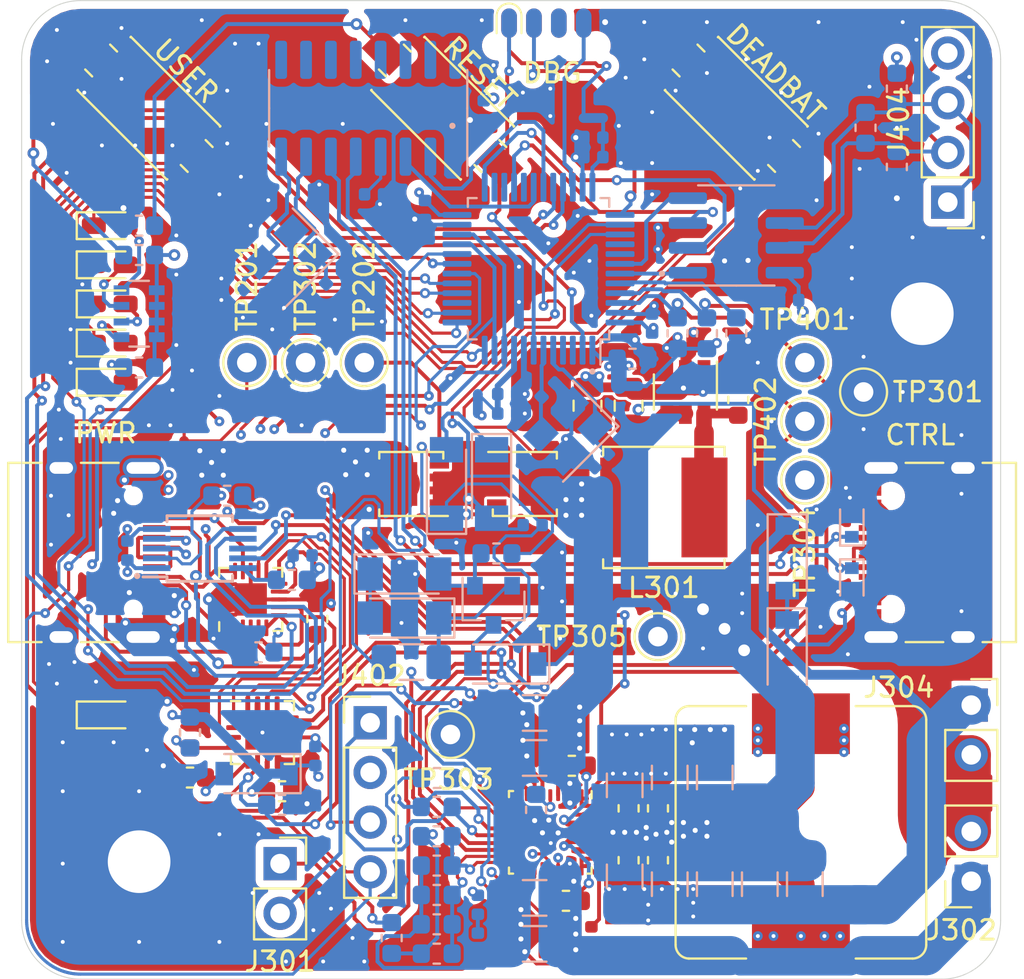
<source format=kicad_pcb>
(kicad_pcb (version 20171130) (host pcbnew 5.1.6)
  (layers (0 F.Cu signal) (1 In1.Cu power hide) (2 In2.Cu mixed hide) (31 B.Cu signal) (34 B.Paste user hide) (35 F.Paste user hide) (36 B.SilkS user) (37 F.SilkS user hide) (38 B.Mask user) (39 F.Mask user hide) (44 Edge.Cuts user))
  (net 0 "")
  (net 1 "Net-(C201-Pad2)")
  (net 2 GND)
  (net 3 "/Input Side/ACDRV1")
  (net 4 +3V3)
  (net 5 "Net-(C204-Pad1)")
  (net 6 "/Input Side/VAC1")
  (net 7 VCC)
  (net 8 "Net-(C302-Pad1)")
  (net 9 VBUS)
  (net 10 /Power/REGN)
  (net 11 /Power/VBAT)
  (net 12 "Net-(D201-Pad2)")
  (net 13 "Net-(D201-Pad1)")
  (net 14 "Net-(D202-Pad2)")
  (net 15 "Net-(D301-Pad2)")
  (net 16 "Net-(D301-Pad1)")
  (net 17 "Net-(D401-Pad1)")
  (net 18 /Control/D+)
  (net 19 /Control/D-)
  (net 20 "Net-(D405-Pad2)")
  (net 21 /Control/Blue1)
  (net 22 "Net-(D407-Pad2)")
  (net 23 /Control/Pink1)
  (net 24 "Net-(D408-Pad2)")
  (net 25 /Control/White)
  (net 26 "Net-(D409-Pad2)")
  (net 27 /Control/Pink2)
  (net 28 "Net-(D410-Pad2)")
  (net 29 /Control/Blue2)
  (net 30 /Control/SBU2)
  (net 31 "/Input Side/CC1")
  (net 32 "/Input Side/D-")
  (net 33 "/Input Side/D+")
  (net 34 /Control/SBU1)
  (net 35 "/Input Side/CC2")
  (net 36 /Power/ACDRV2)
  (net 37 /Power/VAC2)
  (net 38 /Control/~INT_PMC)
  (net 39 /Control/~INT_CHG)
  (net 40 "/Input Side/EN_SINK")
  (net 41 /Control/~CE)
  (net 42 /Control/~RST)
  (net 43 /Control/SWCLK)
  (net 44 /Control/SWDIO)
  (net 45 "Net-(R202-Pad1)")
  (net 46 "/Input Side/~PROT_FLT")
  (net 47 "Net-(R204-Pad2)")
  (net 48 /Control/USB_SEL)
  (net 49 "Net-(R207-Pad1)")
  (net 50 /Power/TS)
  (net 51 /Power/ILIM_HIZ)
  (net 52 /Control/BOOT0)
  (net 53 /Control/SCL)
  (net 54 /Control/SDA)
  (net 55 "/Input Side/CC1_PROT")
  (net 56 "/Input Side/CC2_PROT")
  (net 57 /Power/D+)
  (net 58 /Power/D-)
  (net 59 /Control/UART_RX)
  (net 60 /Control/UART_TX)
  (net 61 /Control/USB_UART_RX)
  (net 62 /Control/USB_UART_TX)
  (net 63 /Control/DE)
  (net 64 /Control/~RE)
  (net 65 /Control/VDDA)
  (net 66 /Control/VDDIO2)
  (net 67 /Control/VDD)
  (net 68 /Power/SYS)
  (net 69 "/Input Side/VBUSRAW")
  (net 70 /Power/PMID)
  (net 71 VBUSp)
  (net 72 GND1)
  (net 73 "Net-(D203-Pad2)")
  (net 74 /Power/SW)
  (net 75 /Control/XT_P)
  (net 76 /Control/XT_N)
  (net 77 /Power/SW_P)
  (net 78 /Power/SW_N)
  (net 79 /Power/BP)
  (net 80 /Power/BST1)
  (net 81 /Power/BST2)
  (net 82 /Power/SDRV)
  (net 83 /Control/RS485_N)
  (net 84 /Control/RS485_P)
  (net 85 /Control/SCD+)
  (net 86 /Control/SCD-)
  (net 87 "/Input Side/VBS")
  (net 88 /Control/MCUXT_N)
  (net 89 /Control/MCUXT_P)
  (net 90 "Net-(C405-Pad1)")
  (net 91 "Net-(D205-Pad2)")
  (net 92 "Net-(R307-Pad2)")
  (net 93 "Net-(R307-Pad1)")
  (net 94 "Net-(R401-Pad2)")
  (net 95 "Net-(R402-Pad1)")
  (net 96 "Net-(SW401-Pad2)")
  (module Crystal:Crystal_SMD_3225-4Pin_3.2x2.5mm (layer B.Cu) (at 151.9 110 225)
    (fp_text reference Y401 hide)
    (fp_text value 12MHz)
    (pad 4 smd rect (at -1.1 0.85 225) (size 1.4 1.2) (layers B.Cu B.Paste B.Mask) (net 2 GND))
    (pad 3 smd rect (at 1.1 0.85 225) (size 1.4 1.2) (layers B.Cu B.Paste B.Mask) (net 89 /Control/MCUXT_P))
    (pad 2 smd rect (at 1.1 -0.85 225) (size 1.4 1.2) (layers B.Cu B.Paste B.Mask) (net 2 GND))
    (pad 1 smd rect (at -1.1 -0.85 225) (size 1.4 1.2) (layers B.Cu B.Paste B.Mask) (net 88 /Control/MCUXT_N))
  )
  (module Capacitor_SMD:C_0402_1005Metric (layer B.Cu) (at 150.9 107.9 45)
    (fp_text reference C402 hide)
    (fp_text value 12pF)
    (pad 2 smd roundrect (at 0.485 0 45) (size 0.59 0.64) (layers B.Cu B.Paste B.Mask) (net 2 GND))
    (pad 1 smd roundrect (at -0.485 0 45) (size 0.59 0.64) (layers B.Cu B.Paste B.Mask) (net 89 /Control/MCUXT_P))
  )
  (module Capacitor_SMD:C_0402_1005Metric (layer B.Cu) (at 153.6 111.5 225)
    (fp_text reference C401 hide)
    (fp_text value 12pF)
    (pad 2 smd roundrect (at 0.485 0 225) (size 0.59 0.64) (layers B.Cu B.Paste B.Mask) (net 2 GND))
    (pad 1 smd roundrect (at -0.485 0 225) (size 0.59 0.64) (layers B.Cu B.Paste B.Mask) (net 88 /Control/MCUXT_N))
  )
  (module Diode_SMD:D_SOD-123 (layer B.Cu) (at 163.1 121.3 270)
    (fp_text reference D401 hide)
    (fp_text value 20V)
    (pad 2 smd rect (at 1.65 0 270) (size 0.9 1.2) (layers B.Cu B.Paste B.Mask) (net 2 GND))
    (pad 1 smd rect (at -1.65 0 270) (size 0.9 1.2) (layers B.Cu B.Paste B.Mask) (net 17 "Net-(D401-Pad1)"))
  )
  (module NetTie:NetTie-2_SMD_Pad0.5mm (layer B.Cu) (at 169.875 124 315)
    (fp_text reference NT303 hide)
    (fp_text value chonk)
    (fp_poly (pts (xy -0.5 0.25) (xy 0.5 0.25) (xy 0.5 -0.25) (xy -0.5 -0.25)) (layer B.Cu) (width 0))
    (pad 2 smd circle (at 0.5 0 315) (size 0.5 0.5) (layers B.Cu) (net 68 /Power/SYS))
    (pad 1 smd circle (at -0.5 0 315) (size 0.5 0.5) (layers B.Cu) (net 7 VCC))
  )
  (module Capacitor_SMD:C_0603_1608Metric (layer F.Cu) (at 156.5 131.925 90)
    (fp_text reference C315 hide)
    (fp_text value 100nF)
    (pad 2 smd roundrect (at 0.7875 0 90) (size 0.875 0.95) (layers F.Cu F.Paste F.Mask) (net 72 GND1))
    (pad 1 smd roundrect (at -0.7875 0 90) (size 0.875 0.95) (layers F.Cu F.Paste F.Mask) (net 68 /Power/SYS))
  )
  (module Capacitor_SMD:C_0603_1608Metric (layer F.Cu) (at 156.5 129.275 270)
    (fp_text reference C311 hide)
    (fp_text value 100nF)
    (pad 2 smd roundrect (at 0.7875 0 270) (size 0.875 0.95) (layers F.Cu F.Paste F.Mask) (net 72 GND1))
    (pad 1 smd roundrect (at -0.7875 0 270) (size 0.875 0.95) (layers F.Cu F.Paste F.Mask) (net 70 /Power/PMID))
  )
  (module Capacitor_SMD:C_0603_1608Metric (layer F.Cu) (at 155 131.925 90)
    (fp_text reference C319 hide)
    (fp_text value 100nF)
    (pad 2 smd roundrect (at 0.7875 0 90) (size 0.875 0.95) (layers F.Cu F.Paste F.Mask) (net 72 GND1))
    (pad 1 smd roundrect (at -0.7875 0 90) (size 0.875 0.95) (layers F.Cu F.Paste F.Mask) (net 68 /Power/SYS))
  )
  (module Capacitor_SMD:C_0603_1608Metric (layer F.Cu) (at 155 129.275 270)
    (fp_text reference C310 hide)
    (fp_text value 100nF)
    (pad 2 smd roundrect (at 0.7875 0 270) (size 0.875 0.95) (layers F.Cu F.Paste F.Mask) (net 72 GND1))
    (pad 1 smd roundrect (at -0.7875 0 270) (size 0.875 0.95) (layers F.Cu F.Paste F.Mask) (net 70 /Power/PMID))
  )
  (module MountingHole:MountingHole_3.2mm_M3_ISO14580_Pad (layer F.Cu) (at 130 132)
    (fp_text reference H102 hide)
    (fp_text value MountingHole_Pad)
    (pad 1 thru_hole circle (at 0 0) (size 5.5 5.5) (drill 3.2) (layers *.Cu *.Mask) (net 2 GND))
  )
  (module MountingHole:MountingHole_3.2mm_M3_ISO14580_Pad (layer F.Cu) (at 170 104)
    (fp_text reference H101 hide)
    (fp_text value MountingHole_Pad)
    (pad 1 thru_hole circle (at 0 0) (size 5.5 5.5) (drill 3.2) (layers *.Cu *.Mask) (net 2 GND))
  )
  (module Resistor_SMD:R_Array_Convex_4x0603 (layer B.Cu) (at 130 104)
    (fp_text reference R406 hide)
    (fp_text value 470)
    (pad 5 smd rect (at 0.9 -1.2) (size 0.8 0.5) (layers B.Cu B.Paste B.Mask) (net 4 +3V3))
    (pad 6 smd rect (at 0.9 -0.4) (size 0.8 0.4) (layers B.Cu B.Paste B.Mask) (net 4 +3V3))
    (pad 8 smd rect (at 0.9 1.2) (size 0.8 0.5) (layers B.Cu B.Paste B.Mask) (net 4 +3V3))
    (pad 7 smd rect (at 0.9 0.4) (size 0.8 0.4) (layers B.Cu B.Paste B.Mask) (net 4 +3V3))
    (pad 4 smd rect (at -0.9 -1.2) (size 0.8 0.5) (layers B.Cu B.Paste B.Mask) (net 20 "Net-(D405-Pad2)"))
    (pad 2 smd rect (at -0.9 0.4) (size 0.8 0.4) (layers B.Cu B.Paste B.Mask) (net 24 "Net-(D408-Pad2)"))
    (pad 3 smd rect (at -0.9 -0.4) (size 0.8 0.4) (layers B.Cu B.Paste B.Mask) (net 22 "Net-(D407-Pad2)"))
    (pad 1 smd rect (at -0.9 1.2) (size 0.8 0.5) (layers B.Cu B.Paste B.Mask) (net 26 "Net-(D409-Pad2)"))
  )
  (module TestPoint:TestPoint_THTPad_D2.0mm_Drill1.0mm (layer F.Cu) (at 145.9 125.5 90)
    (fp_text reference TP303 (at -2.3 -0.1 180) (layer F.SilkS))
    (fp_text value GND1)
    (pad 1 thru_hole circle (at 0 0 90) (size 2 2) (drill 1) (layers *.Cu *.Mask) (net 72 GND1))
  )
  (module TestPoint:TestPoint_THTPad_D2.0mm_Drill1.0mm (layer F.Cu) (at 138.5 106.5)
    (fp_text reference TP302 (at 0 -3.9 270) (layer F.SilkS))
    (fp_text value GND)
    (pad 1 thru_hole circle (at 0 0) (size 2 2) (drill 1) (layers *.Cu *.Mask) (net 2 GND))
  )
  (module TestPoint:TestPoint_THTPad_D2.0mm_Drill1.0mm (layer F.Cu) (at 167 108 90)
    (fp_text reference TP301 (at 0 3.8 180) (layer F.SilkS))
    (fp_text value GND)
    (pad 1 thru_hole circle (at 0 0 90) (size 2 2) (drill 1) (layers *.Cu *.Mask) (net 2 GND))
  )
  (module Capacitor_SMD:C_0402_1005Metric (layer F.Cu) (at 151.3 135.3 180)
    (fp_text reference C312 hide)
    (fp_text value 100nF)
    (pad 2 smd roundrect (at 0.485 0 180) (size 0.59 0.64) (layers F.Cu F.Paste F.Mask) (net 72 GND1))
    (pad 1 smd roundrect (at -0.485 0 180) (size 0.59 0.64) (layers F.Cu F.Paste F.Mask) (net 11 /Power/VBAT))
  )
  (module Capacitor_SMD:C_0402_1005Metric (layer F.Cu) (at 151.6 125.8 180)
    (fp_text reference C306 hide)
    (fp_text value 100nF)
    (pad 2 smd roundrect (at 0.485 0 180) (size 0.59 0.64) (layers F.Cu F.Paste F.Mask) (net 72 GND1))
    (pad 1 smd roundrect (at -0.485 0 180) (size 0.59 0.64) (layers F.Cu F.Paste F.Mask) (net 71 VBUSp))
  )
  (module Resistor_SMD:R_0402_1005Metric (layer B.Cu) (at 139 126.6 270)
    (fp_text reference R206 hide)
    (fp_text value 10k)
    (pad 2 smd roundrect (at 0.485 0 270) (size 0.59 0.64) (layers B.Cu B.Paste B.Mask) (net 4 +3V3))
    (pad 1 smd roundrect (at -0.485 0 270) (size 0.59 0.64) (layers B.Cu B.Paste B.Mask) (net 38 /Control/~INT_PMC))
  )
  (module Diode_SMD:D_MiniMELF (layer B.Cu) (at 148 112.7 270)
    (fp_text reference D204 hide)
    (fp_text value 3V3)
    (pad 2 smd rect (at 1.75 0 270) (size 1.3 1.7) (layers B.Cu B.Paste B.Mask) (net 87 "/Input Side/VBS"))
    (pad 1 smd rect (at -1.75 0 270) (size 1.3 1.7) (layers B.Cu B.Paste B.Mask) (net 73 "Net-(D203-Pad2)"))
  )
  (module Diode_SMD:D_MiniMELF (layer B.Cu) (at 145.7 112.7 90)
    (fp_text reference D203 hide)
    (fp_text value 5V6)
    (pad 2 smd rect (at 1.75 0 90) (size 1.3 1.7) (layers B.Cu B.Paste B.Mask) (net 73 "Net-(D203-Pad2)"))
    (pad 1 smd rect (at -1.75 0 90) (size 1.3 1.7) (layers B.Cu B.Paste B.Mask) (net 3 "/Input Side/ACDRV1"))
  )
  (module Resistor_SMD:R_0402_1005Metric (layer B.Cu) (at 138.35 116.35 180)
    (fp_text reference R203 hide)
    (fp_text value 100k)
    (pad 2 smd roundrect (at 0.485 0 180) (size 0.59 0.64) (layers B.Cu B.Paste B.Mask) (net 46 "/Input Side/~PROT_FLT"))
    (pad 1 smd roundrect (at -0.485 0 180) (size 0.59 0.64) (layers B.Cu B.Paste B.Mask) (net 4 +3V3))
  )
  (module NetTie:NetTie-2_SMD_Pad2.0mm (layer B.Cu) (at 163.5 126 90)
    (fp_text reference NT301 hide)
    (fp_text value chonk)
    (fp_poly (pts (xy -2 1) (xy 2 1) (xy 2 -1) (xy -2 -1)) (layer B.Cu) (width 0))
    (pad 2 smd circle (at 2 0 90) (size 2 2) (layers B.Cu) (net 2 GND))
    (pad 1 smd circle (at -2 0 90) (size 2 2) (layers B.Cu) (net 72 GND1))
  )
  (module Resistor_SMD:R_0402_1005Metric (layer B.Cu) (at 147.3 136.135 270)
    (fp_text reference R308 hide)
    (fp_text value 470)
    (pad 2 smd roundrect (at 0.485 0 270) (size 0.59 0.64) (layers B.Cu B.Paste B.Mask) (net 72 GND1))
    (pad 1 smd roundrect (at -0.485 0 270) (size 0.59 0.64) (layers B.Cu B.Paste B.Mask) (net 92 "Net-(R307-Pad2)"))
  )
  (module Resistor_SMD:R_0402_1005Metric (layer B.Cu) (at 147.3 134.2 270)
    (fp_text reference R307 hide)
    (fp_text value 5.6k)
    (pad 2 smd roundrect (at 0.485 0 270) (size 0.59 0.64) (layers B.Cu B.Paste B.Mask) (net 92 "Net-(R307-Pad2)"))
    (pad 1 smd roundrect (at -0.485 0 270) (size 0.59 0.64) (layers B.Cu B.Paste B.Mask) (net 93 "Net-(R307-Pad1)"))
  )
  (module Capacitor_SMD:C_0402_1005Metric (layer F.Cu) (at 153.1 135.815 90)
    (fp_text reference C318 hide)
    (fp_text value 100nF)
    (pad 2 smd roundrect (at 0.485 0 90) (size 0.59 0.64) (layers F.Cu F.Paste F.Mask) (net 82 /Power/SDRV))
    (pad 1 smd roundrect (at -0.485 0 90) (size 0.59 0.64) (layers F.Cu F.Paste F.Mask) (net 72 GND1))
  )
  (module NetTie:NetTie-2_SMD_Pad2.0mm (layer B.Cu) (at 153.2 119.9 270)
    (fp_text reference NT302 hide)
    (fp_text value chonk_vbus hide)
    (fp_poly (pts (xy -2 1) (xy 2 1) (xy 2 -1) (xy -2 -1)) (layer B.Cu) (width 0))
    (pad 2 smd circle (at 2 0 270) (size 2 2) (layers B.Cu) (net 71 VBUSp))
    (pad 1 smd circle (at -2 0 270) (size 2 2) (layers B.Cu) (net 9 VBUS))
  )
  (module NetTie:NetTie-2_SMD_Pad0.5mm (layer F.Cu) (at 132.3 111 270)
    (fp_text reference NT201 hide)
    (fp_text value UwU hide)
    (fp_poly (pts (xy -0.5 -0.25) (xy 0.5 -0.25) (xy 0.5 0.25) (xy -0.5 0.25)) (layer F.Cu) (width 0))
    (pad 2 smd circle (at 0.5 0 270) (size 0.5 0.5) (layers F.Cu) (net 69 "/Input Side/VBUSRAW"))
    (pad 1 smd circle (at -0.5 0 270) (size 0.5 0.5) (layers F.Cu) (net 6 "/Input Side/VAC1"))
  )
  (module Capacitor_SMD:C_0402_1005Metric (layer B.Cu) (at 129.4 116.1 270)
    (fp_text reference C207 hide)
    (fp_text value 100nF)
    (pad 2 smd roundrect (at 0.485 0 270) (size 0.59 0.64) (layers B.Cu B.Paste B.Mask) (net 4 +3V3))
    (pad 1 smd roundrect (at -0.485 0 270) (size 0.59 0.64) (layers B.Cu B.Paste B.Mask) (net 2 GND))
  )
  (module NetTie:NetTie-2_SMD_Pad0.5mm (layer B.Cu) (at 155 107.7 180)
    (fp_text reference NT402 hide)
    (fp_text value VDD)
    (fp_poly (pts (xy -0.5 0.25) (xy 0.5 0.25) (xy 0.5 -0.25) (xy -0.5 -0.25)) (layer B.Cu) (width 0))
    (pad 2 smd circle (at 0.5 0 180) (size 0.5 0.5) (layers B.Cu) (net 67 /Control/VDD))
    (pad 1 smd circle (at -0.5 0 180) (size 0.5 0.5) (layers B.Cu) (net 4 +3V3))
  )
  (module NetTie:NetTie-2_SMD_Pad0.5mm (layer B.Cu) (at 153.2 94)
    (fp_text reference NT401 hide)
    (fp_text value VDDIO2)
    (fp_poly (pts (xy -0.5 0.25) (xy 0.5 0.25) (xy 0.5 -0.25) (xy -0.5 -0.25)) (layer B.Cu) (width 0))
    (pad 2 smd circle (at 0.5 0) (size 0.5 0.5) (layers B.Cu) (net 66 /Control/VDDIO2))
    (pad 1 smd circle (at -0.5 0) (size 0.5 0.5) (layers B.Cu) (net 4 +3V3))
  )
  (module NetTie:NetTie-2_SMD_Pad0.5mm (layer B.Cu) (at 147.3 108.6 90)
    (fp_text reference NT403 hide)
    (fp_text value VDDA)
    (fp_poly (pts (xy -0.5 0.25) (xy 0.5 0.25) (xy 0.5 -0.25) (xy -0.5 -0.25)) (layer B.Cu) (width 0))
    (pad 2 smd circle (at 0.5 0 90) (size 0.5 0.5) (layers B.Cu) (net 65 /Control/VDDA))
    (pad 1 smd circle (at -0.5 0 90) (size 0.5 0.5) (layers B.Cu) (net 4 +3V3))
  )
  (module Crystal:Crystal_SMD_3225-4Pin_3.2x2.5mm (layer B.Cu) (at 137.6 101.2 225)
    (fp_text reference Y402 hide)
    (fp_text value 12MHz)
    (pad 4 smd rect (at -1.1 0.85 225) (size 1.4 1.2) (layers B.Cu B.Paste B.Mask) (net 2 GND))
    (pad 3 smd rect (at 1.1 0.85 225) (size 1.4 1.2) (layers B.Cu B.Paste B.Mask) (net 76 /Control/XT_N))
    (pad 2 smd rect (at 1.1 -0.85 225) (size 1.4 1.2) (layers B.Cu B.Paste B.Mask) (net 2 GND))
    (pad 1 smd rect (at -1.1 -0.85 225) (size 1.4 1.2) (layers B.Cu B.Paste B.Mask) (net 75 /Control/XT_P))
  )
  (module Package_SO:SOIC-8_3.9x4.9mm_P1.27mm (layer B.Cu) (at 160.5 100)
    (fp_text reference U403 hide)
    (fp_text value SP3485EN)
    (pad 8 smd roundrect (at 2.475 1.905) (size 1.95 0.6) (layers B.Cu B.Paste B.Mask) (net 4 +3V3))
    (pad 7 smd roundrect (at 2.475 0.635) (size 1.95 0.6) (layers B.Cu B.Paste B.Mask) (net 83 /Control/RS485_N))
    (pad 6 smd roundrect (at 2.475 -0.635) (size 1.95 0.6) (layers B.Cu B.Paste B.Mask) (net 84 /Control/RS485_P))
    (pad 5 smd roundrect (at 2.475 -1.905) (size 1.95 0.6) (layers B.Cu B.Paste B.Mask) (net 2 GND))
    (pad 4 smd roundrect (at -2.475 -1.905) (size 1.95 0.6) (layers B.Cu B.Paste B.Mask) (net 60 /Control/UART_TX))
    (pad 3 smd roundrect (at -2.475 -0.635) (size 1.95 0.6) (layers B.Cu B.Paste B.Mask) (net 63 /Control/DE))
    (pad 2 smd roundrect (at -2.475 0.635) (size 1.95 0.6) (layers B.Cu B.Paste B.Mask) (net 64 /Control/~RE))
    (pad 1 smd roundrect (at -2.475 1.905) (size 1.95 0.6) (layers B.Cu B.Paste B.Mask) (net 59 /Control/UART_RX))
  )
  (module Package_SO:SOIC-16_3.9x9.9mm_P1.27mm (layer B.Cu) (at 141.7 93.5 90)
    (fp_text reference U402 hide)
    (fp_text value CH340G)
    (pad 16 smd roundrect (at 2.475 4.445 90) (size 1.95 0.6) (layers B.Cu B.Paste B.Mask) (net 4 +3V3))
    (pad 15 smd roundrect (at 2.475 3.175 90) (size 1.95 0.6) (layers B.Cu B.Paste B.Mask))
    (pad 14 smd roundrect (at 2.475 1.905 90) (size 1.95 0.6) (layers B.Cu B.Paste B.Mask))
    (pad 13 smd roundrect (at 2.475 0.635 90) (size 1.95 0.6) (layers B.Cu B.Paste B.Mask))
    (pad 12 smd roundrect (at 2.475 -0.635 90) (size 1.95 0.6) (layers B.Cu B.Paste B.Mask))
    (pad 11 smd roundrect (at 2.475 -1.905 90) (size 1.95 0.6) (layers B.Cu B.Paste B.Mask))
    (pad 10 smd roundrect (at 2.475 -3.175 90) (size 1.95 0.6) (layers B.Cu B.Paste B.Mask))
    (pad 9 smd roundrect (at 2.475 -4.445 90) (size 1.95 0.6) (layers B.Cu B.Paste B.Mask))
    (pad 8 smd roundrect (at -2.475 -4.445 90) (size 1.95 0.6) (layers B.Cu B.Paste B.Mask) (net 76 /Control/XT_N))
    (pad 7 smd roundrect (at -2.475 -3.175 90) (size 1.95 0.6) (layers B.Cu B.Paste B.Mask) (net 75 /Control/XT_P))
    (pad 6 smd roundrect (at -2.475 -1.905 90) (size 1.95 0.6) (layers B.Cu B.Paste B.Mask) (net 86 /Control/SCD-))
    (pad 5 smd roundrect (at -2.475 -0.635 90) (size 1.95 0.6) (layers B.Cu B.Paste B.Mask) (net 85 /Control/SCD+))
    (pad 4 smd roundrect (at -2.475 0.635 90) (size 1.95 0.6) (layers B.Cu B.Paste B.Mask) (net 90 "Net-(C405-Pad1)"))
    (pad 3 smd roundrect (at -2.475 1.905 90) (size 1.95 0.6) (layers B.Cu B.Paste B.Mask) (net 62 /Control/USB_UART_TX))
    (pad 2 smd roundrect (at -2.475 3.175 90) (size 1.95 0.6) (layers B.Cu B.Paste B.Mask) (net 61 /Control/USB_UART_RX))
    (pad 1 smd roundrect (at -2.475 4.445 90) (size 1.95 0.6) (layers B.Cu B.Paste B.Mask) (net 2 GND))
  )
  (module Package_QFP:LQFP-48_7x7mm_P0.5mm (layer B.Cu) (at 150.4 101.7 90)
    (fp_text reference U401 hide)
    (fp_text value STM32F072CBTx)
    (pad 48 smd roundrect (at -2.75 4.1625 90) (size 0.3 1.475) (layers B.Cu B.Paste B.Mask) (net 67 /Control/VDD))
    (pad 47 smd roundrect (at -2.25 4.1625 90) (size 0.3 1.475) (layers B.Cu B.Paste B.Mask) (net 2 GND))
    (pad 46 smd roundrect (at -1.75 4.1625 90) (size 0.3 1.475) (layers B.Cu B.Paste B.Mask) (net 54 /Control/SDA))
    (pad 45 smd roundrect (at -1.25 4.1625 90) (size 0.3 1.475) (layers B.Cu B.Paste B.Mask) (net 53 /Control/SCL))
    (pad 44 smd roundrect (at -0.75 4.1625 90) (size 0.3 1.475) (layers B.Cu B.Paste B.Mask) (net 52 /Control/BOOT0))
    (pad 43 smd roundrect (at -0.25 4.1625 90) (size 0.3 1.475) (layers B.Cu B.Paste B.Mask) (net 59 /Control/UART_RX))
    (pad 42 smd roundrect (at 0.25 4.1625 90) (size 0.3 1.475) (layers B.Cu B.Paste B.Mask) (net 60 /Control/UART_TX))
    (pad 41 smd roundrect (at 0.75 4.1625 90) (size 0.3 1.475) (layers B.Cu B.Paste B.Mask))
    (pad 40 smd roundrect (at 1.25 4.1625 90) (size 0.3 1.475) (layers B.Cu B.Paste B.Mask))
    (pad 39 smd roundrect (at 1.75 4.1625 90) (size 0.3 1.475) (layers B.Cu B.Paste B.Mask) (net 38 /Control/~INT_PMC))
    (pad 38 smd roundrect (at 2.25 4.1625 90) (size 0.3 1.475) (layers B.Cu B.Paste B.Mask) (net 48 /Control/USB_SEL))
    (pad 37 smd roundrect (at 2.75 4.1625 90) (size 0.3 1.475) (layers B.Cu B.Paste B.Mask) (net 43 /Control/SWCLK))
    (pad 36 smd roundrect (at 4.1625 2.75 90) (size 1.475 0.3) (layers B.Cu B.Paste B.Mask) (net 66 /Control/VDDIO2))
    (pad 35 smd roundrect (at 4.1625 2.25 90) (size 1.475 0.3) (layers B.Cu B.Paste B.Mask) (net 2 GND))
    (pad 34 smd roundrect (at 4.1625 1.75 90) (size 1.475 0.3) (layers B.Cu B.Paste B.Mask) (net 44 /Control/SWDIO))
    (pad 33 smd roundrect (at 4.1625 1.25 90) (size 1.475 0.3) (layers B.Cu B.Paste B.Mask) (net 18 /Control/D+))
    (pad 32 smd roundrect (at 4.1625 0.75 90) (size 1.475 0.3) (layers B.Cu B.Paste B.Mask) (net 19 /Control/D-))
    (pad 31 smd roundrect (at 4.1625 0.25 90) (size 1.475 0.3) (layers B.Cu B.Paste B.Mask) (net 61 /Control/USB_UART_RX))
    (pad 30 smd roundrect (at 4.1625 -0.25 90) (size 1.475 0.3) (layers B.Cu B.Paste B.Mask) (net 62 /Control/USB_UART_TX))
    (pad 29 smd roundrect (at 4.1625 -0.75 90) (size 1.475 0.3) (layers B.Cu B.Paste B.Mask))
    (pad 28 smd roundrect (at 4.1625 -1.25 90) (size 1.475 0.3) (layers B.Cu B.Paste B.Mask) (net 63 /Control/DE))
    (pad 27 smd roundrect (at 4.1625 -1.75 90) (size 1.475 0.3) (layers B.Cu B.Paste B.Mask))
    (pad 26 smd roundrect (at 4.1625 -2.25 90) (size 1.475 0.3) (layers B.Cu B.Paste B.Mask))
    (pad 25 smd roundrect (at 4.1625 -2.75 90) (size 1.475 0.3) (layers B.Cu B.Paste B.Mask) (net 64 /Control/~RE))
    (pad 24 smd roundrect (at 2.75 -4.1625 90) (size 0.3 1.475) (layers B.Cu B.Paste B.Mask) (net 67 /Control/VDD))
    (pad 23 smd roundrect (at 2.25 -4.1625 90) (size 0.3 1.475) (layers B.Cu B.Paste B.Mask) (net 2 GND))
    (pad 22 smd roundrect (at 1.75 -4.1625 90) (size 0.3 1.475) (layers B.Cu B.Paste B.Mask) (net 34 /Control/SBU1))
    (pad 21 smd roundrect (at 1.25 -4.1625 90) (size 0.3 1.475) (layers B.Cu B.Paste B.Mask) (net 30 /Control/SBU2))
    (pad 20 smd roundrect (at 0.75 -4.1625 90) (size 0.3 1.475) (layers B.Cu B.Paste B.Mask) (net 39 /Control/~INT_CHG))
    (pad 19 smd roundrect (at 0.25 -4.1625 90) (size 0.3 1.475) (layers B.Cu B.Paste B.Mask) (net 40 "/Input Side/EN_SINK"))
    (pad 18 smd roundrect (at -0.25 -4.1625 90) (size 0.3 1.475) (layers B.Cu B.Paste B.Mask) (net 41 /Control/~CE))
    (pad 17 smd roundrect (at -0.75 -4.1625 90) (size 0.3 1.475) (layers B.Cu B.Paste B.Mask) (net 29 /Control/Blue2))
    (pad 16 smd roundrect (at -1.25 -4.1625 90) (size 0.3 1.475) (layers B.Cu B.Paste B.Mask) (net 27 /Control/Pink2))
    (pad 15 smd roundrect (at -1.75 -4.1625 90) (size 0.3 1.475) (layers B.Cu B.Paste B.Mask))
    (pad 14 smd roundrect (at -2.25 -4.1625 90) (size 0.3 1.475) (layers B.Cu B.Paste B.Mask) (net 25 /Control/White))
    (pad 13 smd roundrect (at -2.75 -4.1625 90) (size 0.3 1.475) (layers B.Cu B.Paste B.Mask) (net 23 /Control/Pink1))
    (pad 12 smd roundrect (at -4.1625 -2.75 90) (size 1.475 0.3) (layers B.Cu B.Paste B.Mask) (net 21 /Control/Blue1))
    (pad 11 smd roundrect (at -4.1625 -2.25 90) (size 1.475 0.3) (layers B.Cu B.Paste B.Mask) (net 30 /Control/SBU2))
    (pad 10 smd roundrect (at -4.1625 -1.75 90) (size 1.475 0.3) (layers B.Cu B.Paste B.Mask) (net 34 /Control/SBU1))
    (pad 9 smd roundrect (at -4.1625 -1.25 90) (size 1.475 0.3) (layers B.Cu B.Paste B.Mask) (net 65 /Control/VDDA))
    (pad 8 smd roundrect (at -4.1625 -0.75 90) (size 1.475 0.3) (layers B.Cu B.Paste B.Mask) (net 2 GND))
    (pad 7 smd roundrect (at -4.1625 -0.25 90) (size 1.475 0.3) (layers B.Cu B.Paste B.Mask) (net 42 /Control/~RST))
    (pad 6 smd roundrect (at -4.1625 0.25 90) (size 1.475 0.3) (layers B.Cu B.Paste B.Mask) (net 89 /Control/MCUXT_P))
    (pad 5 smd roundrect (at -4.1625 0.75 90) (size 1.475 0.3) (layers B.Cu B.Paste B.Mask) (net 88 /Control/MCUXT_N))
    (pad 4 smd roundrect (at -4.1625 1.25 90) (size 1.475 0.3) (layers B.Cu B.Paste B.Mask))
    (pad 3 smd roundrect (at -4.1625 1.75 90) (size 1.475 0.3) (layers B.Cu B.Paste B.Mask))
    (pad 2 smd roundrect (at -4.1625 2.25 90) (size 1.475 0.3) (layers B.Cu B.Paste B.Mask) (net 96 "Net-(SW401-Pad2)"))
    (pad 1 smd roundrect (at -4.1625 2.75 90) (size 1.475 0.3) (layers B.Cu B.Paste B.Mask) (net 67 /Control/VDD))
  )
  (module Automated:Texas_VQFN-HR_RQM_4x4mm_P0.40-0.45mm (layer F.Cu) (at 151 130.5 270)
    (fp_text reference U302 hide)
    (fp_text value BQ25792)
    (pad 24 smd roundrect (at 1.725 -1.6 180) (size 0.2 0.95) (layers F.Cu F.Paste F.Mask) (net 82 /Power/SDRV))
    (pad 24 smd roundrect (at 1.35 -1.85 90) (size 0.2 0.7) (layers F.Cu F.Paste F.Mask) (net 82 /Power/SDRV))
    (pad 1 smd roundrect (at -1.35 -1.85 90) (size 0.2 0.7) (layers F.Cu F.Paste F.Mask) (net 16 "Net-(D301-Pad1)"))
    (pad 1 smd roundrect (at -1.725 -1.6) (size 0.2 0.95) (layers F.Cu F.Paste F.Mask) (net 16 "Net-(D301-Pad1)"))
    (pad 9 smd roundrect (at -1.75 1.6) (size 0.2 0.9) (layers F.Cu F.Paste F.Mask) (net 6 "/Input Side/VAC1"))
    (pad 9 smd roundrect (at -1.4 1.85 270) (size 0.2 0.7) (layers F.Cu F.Paste F.Mask) (net 6 "/Input Side/VAC1"))
    (pad 16 smd roundrect (at 1.75 1.6 180) (size 0.2 0.9) (layers F.Cu F.Paste F.Mask) (net 50 /Power/TS))
    (pad 29 smd roundrect (at -0.9 -1.725 270) (size 0.2 0.95) (layers F.Cu F.Paste F.Mask) (net 70 /Power/PMID))
    (pad 28 smd roundrect (at -0.45 -1.7 270) (size 0.2 1) (layers F.Cu F.Mask) (net 77 /Power/SW_P))
    (pad 27 smd roundrect (at 0 -1.7 270) (size 0.2 1) (layers F.Cu F.Paste F.Mask) (net 72 GND1))
    (pad 26 smd roundrect (at 0.45 -1.7 270) (size 0.2 1) (layers F.Cu F.Paste F.Mask) (net 78 /Power/SW_N))
    (pad 25 smd roundrect (at 0.9 -1.7 270) (size 0.2 1) (layers F.Cu F.Paste F.Mask) (net 68 /Power/SYS))
    (pad 23 smd roundrect (at 1.9 -1.2 270) (size 0.6 0.2) (layers F.Cu F.Paste F.Mask) (net 11 /Power/VBAT))
    (pad 22 smd roundrect (at 1.9 -0.8 270) (size 0.6 0.2) (layers F.Cu F.Paste F.Mask) (net 11 /Power/VBAT))
    (pad 21 smd roundrect (at 1.9 -0.4 270) (size 0.6 0.2) (layers F.Cu F.Paste F.Mask) (net 39 /Control/~INT_CHG))
    (pad 20 smd roundrect (at 1.9 0 270) (size 0.6 0.2) (layers F.Cu F.Paste F.Mask) (net 93 "Net-(R307-Pad1)"))
    (pad 19 smd roundrect (at 1.8625 0.4 270) (size 0.68 0.2) (layers F.Cu F.Paste F.Mask) (net 81 /Power/BST2))
    (pad 18 smd roundrect (at 1.8625 0.8 270) (size 0.65 0.2) (layers F.Cu F.Paste F.Mask) (net 79 /Power/BP))
    (pad 17 smd roundrect (at 1.85 1.2 270) (size 0.7 0.2) (layers F.Cu F.Paste F.Mask) (net 51 /Power/ILIM_HIZ))
    (pad 16 smd roundrect (at 1.4 1.85 270) (size 0.2 0.7) (layers F.Cu F.Paste F.Mask) (net 50 /Power/TS))
    (pad 15 smd roundrect (at 1 1.9 270) (size 0.2 0.6) (layers F.Cu F.Paste F.Mask) (net 54 /Control/SDA))
    (pad 14 smd roundrect (at 0.6 1.9 270) (size 0.2 0.6) (layers F.Cu F.Paste F.Mask) (net 53 /Control/SCL))
    (pad 13 smd roundrect (at 0.2 1.9 270) (size 0.2 0.6) (layers F.Cu F.Paste F.Mask) (net 41 /Control/~CE))
    (pad 12 smd roundrect (at -0.2 1.9 270) (size 0.2 0.6) (layers F.Cu F.Paste F.Mask) (net 4 +3V3))
    (pad 11 smd roundrect (at -0.6 1.9 270) (size 0.2 0.6) (layers F.Cu F.Paste F.Mask) (net 3 "/Input Side/ACDRV1"))
    (pad 10 smd roundrect (at -1 1.9 270) (size 0.2 0.6) (layers F.Cu F.Paste F.Mask) (net 36 /Power/ACDRV2))
    (pad 8 smd roundrect (at -1.9 1.2 270) (size 0.6 0.2) (layers F.Cu F.Paste F.Mask) (net 37 /Power/VAC2))
    (pad 7 smd roundrect (at -1.9 0.8 270) (size 0.6 0.2) (layers F.Cu F.Paste F.Mask) (net 58 /Power/D-))
    (pad 6 smd roundrect (at -1.9 0.4 270) (size 0.6 0.2) (layers F.Cu F.Paste F.Mask) (net 57 /Power/D+))
    (pad 5 smd roundrect (at -1.9 0 270) (size 0.6 0.2) (layers F.Cu F.Paste F.Mask) (net 10 /Power/REGN))
    (pad 4 smd roundrect (at -1.9 -0.4 270) (size 0.6 0.2) (layers F.Cu F.Paste F.Mask) (net 80 /Power/BST1))
    (pad 3 smd roundrect (at -1.9 -0.8 270) (size 0.6 0.2) (layers F.Cu F.Paste F.Mask) (net 71 VBUSp))
    (pad 2 smd roundrect (at -1.9 -1.2 270) (size 0.6 0.2) (layers F.Cu F.Paste F.Mask) (net 71 VBUSp))
  )
  (module Package_TO_SOT_SMD:SOT-23-6 (layer F.Cu) (at 157.9 108 270)
    (fp_text reference U301 hide)
    (fp_text value TPS560430X3F)
    (pad 5 smd rect (at 1.1 0 270) (size 1.06 0.65) (layers F.Cu F.Paste F.Mask) (net 7 VCC))
    (pad 6 smd rect (at 1.1 -0.95 270) (size 1.06 0.65) (layers F.Cu F.Paste F.Mask) (net 74 /Power/SW))
    (pad 4 smd rect (at 1.1 0.95 270) (size 1.06 0.65) (layers F.Cu F.Paste F.Mask) (net 7 VCC))
    (pad 3 smd rect (at -1.1 0.95 270) (size 1.06 0.65) (layers F.Cu F.Paste F.Mask) (net 4 +3V3))
    (pad 2 smd rect (at -1.1 0 270) (size 1.06 0.65) (layers F.Cu F.Paste F.Mask) (net 2 GND))
    (pad 1 smd rect (at -1.1 -0.95 270) (size 1.06 0.65) (layers F.Cu F.Paste F.Mask) (net 8 "Net-(C302-Pad1)"))
  )
  (module Package_SO:MSOP-10_3x3mm_P0.5mm (layer B.Cu) (at 133.1 116)
    (fp_text reference U203 hide)
    (fp_text value FSUSB42MUX)
    (pad 10 smd rect (at 2.2 1) (size 1.4 0.3) (layers B.Cu B.Paste B.Mask) (net 47 "Net-(R204-Pad2)"))
    (pad 9 smd rect (at 2.2 0.5) (size 1.4 0.3) (layers B.Cu B.Paste B.Mask) (net 57 /Power/D+))
    (pad 8 smd rect (at 2.2 0) (size 1.4 0.3) (layers B.Cu B.Paste B.Mask) (net 58 /Power/D-))
    (pad 7 smd rect (at 2.2 -0.5) (size 1.4 0.3) (layers B.Cu B.Paste B.Mask) (net 18 /Control/D+))
    (pad 6 smd rect (at 2.2 -1) (size 1.4 0.3) (layers B.Cu B.Paste B.Mask) (net 19 /Control/D-))
    (pad 5 smd rect (at -2.2 -1) (size 1.4 0.3) (layers B.Cu B.Paste B.Mask) (net 2 GND))
    (pad 4 smd rect (at -2.2 -0.5) (size 1.4 0.3) (layers B.Cu B.Paste B.Mask) (net 32 "/Input Side/D-"))
    (pad 3 smd rect (at -2.2 0) (size 1.4 0.3) (layers B.Cu B.Paste B.Mask) (net 33 "/Input Side/D+"))
    (pad 2 smd rect (at -2.2 0.5) (size 1.4 0.3) (layers B.Cu B.Paste B.Mask) (net 48 /Control/USB_SEL))
    (pad 1 smd rect (at -2.2 1) (size 1.4 0.3) (layers B.Cu B.Paste B.Mask) (net 4 +3V3))
  )
  (module Package_DFN_QFN:WQFN-16-1EP_3x3mm_P0.5mm_EP1.75x1.75mm (layer F.Cu) (at 136.3 125.4)
    (fp_text reference U202 hide)
    (fp_text value FUSB307BMPX)
    (pad 17 smd rect (at 0 0) (size 1.75 1.75) (layers F.Cu F.Mask) (net 2 GND))
    (pad 16 smd roundrect (at -0.75 -1.475) (size 0.25 0.75) (layers F.Cu F.Paste F.Mask) (net 46 "/Input Side/~PROT_FLT"))
    (pad 15 smd roundrect (at -0.25 -1.475) (size 0.25 0.75) (layers F.Cu F.Paste F.Mask) (net 2 GND))
    (pad 14 smd roundrect (at 0.25 -1.475) (size 0.25 0.75) (layers F.Cu F.Paste F.Mask) (net 40 "/Input Side/EN_SINK"))
    (pad 13 smd roundrect (at 0.75 -1.475) (size 0.25 0.75) (layers F.Cu F.Paste F.Mask))
    (pad 12 smd roundrect (at 1.475 -0.75) (size 0.75 0.25) (layers F.Cu F.Paste F.Mask) (net 54 /Control/SDA))
    (pad 11 smd roundrect (at 1.475 -0.25) (size 0.75 0.25) (layers F.Cu F.Paste F.Mask) (net 53 /Control/SCL))
    (pad 10 smd roundrect (at 1.475 0.25) (size 0.75 0.25) (layers F.Cu F.Paste F.Mask) (net 38 /Control/~INT_PMC))
    (pad 9 smd roundrect (at 1.475 0.75) (size 0.75 0.25) (layers F.Cu F.Paste F.Mask))
    (pad 8 smd roundrect (at 0.75 1.475) (size 0.25 0.75) (layers F.Cu F.Paste F.Mask) (net 2 GND))
    (pad 7 smd roundrect (at 0.25 1.475) (size 0.25 0.75) (layers F.Cu F.Paste F.Mask) (net 4 +3V3))
    (pad 6 smd roundrect (at -0.25 1.475) (size 0.25 0.75) (layers F.Cu F.Paste F.Mask) (net 6 "/Input Side/VAC1"))
    (pad 5 smd roundrect (at -0.75 1.475) (size 0.25 0.75) (layers F.Cu F.Paste F.Mask) (net 5 "Net-(C204-Pad1)"))
    (pad 4 smd roundrect (at -1.475 0.75) (size 0.75 0.25) (layers F.Cu F.Paste F.Mask) (net 49 "Net-(R207-Pad1)"))
    (pad 3 smd roundrect (at -1.475 0.25) (size 0.75 0.25) (layers F.Cu F.Paste F.Mask) (net 56 "/Input Side/CC2_PROT"))
    (pad 2 smd roundrect (at -1.475 -0.25) (size 0.75 0.25) (layers F.Cu F.Paste F.Mask))
    (pad 1 smd roundrect (at -1.475 -0.75) (size 0.75 0.25) (layers F.Cu F.Paste F.Mask) (net 55 "/Input Side/CC1_PROT"))
  )
  (module Package_DFN_QFN:QFN-20-1EP_3x3mm_P0.4mm_EP1.65x1.65mm (layer F.Cu) (at 135.7 118.6 90)
    (fp_text reference U201 hide)
    (fp_text value TPD6S300A)
    (pad 21 smd rect (at 0 0 90) (size 1.65 1.65) (layers F.Cu F.Mask) (net 2 GND))
    (pad 20 smd roundrect (at -0.8 -1.45 90) (size 0.2 0.85) (layers F.Cu F.Paste F.Mask) (net 2 GND))
    (pad 19 smd roundrect (at -0.4 -1.45 90) (size 0.2 0.85) (layers F.Cu F.Paste F.Mask) (net 2 GND))
    (pad 18 smd roundrect (at 0 -1.45 90) (size 0.2 0.85) (layers F.Cu F.Paste F.Mask) (net 2 GND))
    (pad 17 smd roundrect (at 0.4 -1.45 90) (size 0.2 0.85) (layers F.Cu F.Paste F.Mask) (net 2 GND))
    (pad 16 smd roundrect (at 0.8 -1.45 90) (size 0.2 0.85) (layers F.Cu F.Paste F.Mask) (net 2 GND))
    (pad 15 smd roundrect (at 1.45 -0.8 90) (size 0.85 0.2) (layers F.Cu F.Paste F.Mask) (net 34 /Control/SBU1))
    (pad 14 smd roundrect (at 1.45 -0.4 90) (size 0.85 0.2) (layers F.Cu F.Paste F.Mask) (net 30 /Control/SBU2))
    (pad 13 smd roundrect (at 1.45 0 90) (size 0.85 0.2) (layers F.Cu F.Paste F.Mask) (net 2 GND))
    (pad 12 smd roundrect (at 1.45 0.4 90) (size 0.85 0.2) (layers F.Cu F.Paste F.Mask) (net 55 "/Input Side/CC1_PROT"))
    (pad 11 smd roundrect (at 1.45 0.8 90) (size 0.85 0.2) (layers F.Cu F.Paste F.Mask) (net 56 "/Input Side/CC2_PROT"))
    (pad 10 smd roundrect (at 0.8 1.45 90) (size 0.2 0.85) (layers F.Cu F.Paste F.Mask) (net 4 +3V3))
    (pad 9 smd roundrect (at 0.4 1.45 90) (size 0.2 0.85) (layers F.Cu F.Paste F.Mask) (net 46 "/Input Side/~PROT_FLT"))
    (pad 8 smd roundrect (at 0 1.45 90) (size 0.2 0.85) (layers F.Cu F.Paste F.Mask) (net 2 GND))
    (pad 7 smd roundrect (at -0.4 1.45 90) (size 0.2 0.85) (layers F.Cu F.Paste F.Mask) (net 31 "/Input Side/CC1"))
    (pad 6 smd roundrect (at -0.8 1.45 90) (size 0.2 0.85) (layers F.Cu F.Paste F.Mask) (net 35 "/Input Side/CC2"))
    (pad 5 smd roundrect (at -1.45 0.8 90) (size 0.85 0.2) (layers F.Cu F.Paste F.Mask) (net 35 "/Input Side/CC2"))
    (pad 4 smd roundrect (at -1.45 0.4 90) (size 0.85 0.2) (layers F.Cu F.Paste F.Mask) (net 31 "/Input Side/CC1"))
    (pad 3 smd roundrect (at -1.45 0 90) (size 0.85 0.2) (layers F.Cu F.Paste F.Mask) (net 1 "Net-(C201-Pad2)"))
    (pad 2 smd roundrect (at -1.45 -0.4 90) (size 0.85 0.2) (layers F.Cu F.Paste F.Mask) (net 30 /Control/SBU2))
    (pad 1 smd roundrect (at -1.45 -0.8 90) (size 0.85 0.2) (layers F.Cu F.Paste F.Mask) (net 34 /Control/SBU1))
  )
  (module TestPoint:TestPoint_THTPad_D2.0mm_Drill1.0mm (layer F.Cu) (at 164 109.5 90)
    (fp_text reference TP402 (at 0 -1.998 90) (layer F.SilkS))
    (fp_text value SDA)
    (pad 1 thru_hole circle (at 0 0 90) (size 2 2) (drill 1) (layers *.Cu *.Mask) (net 54 /Control/SDA))
  )
  (module TestPoint:TestPoint_THTPad_D2.0mm_Drill1.0mm (layer F.Cu) (at 164 106.5 90)
    (fp_text reference TP401 (at 2.2 0 180) (layer F.SilkS))
    (fp_text value SCL)
    (pad 1 thru_hole circle (at 0 0 90) (size 2 2) (drill 1) (layers *.Cu *.Mask) (net 53 /Control/SCL))
  )
  (module TestPoint:TestPoint_THTPad_D2.0mm_Drill1.0mm (layer F.Cu) (at 156.5 120.5 90)
    (fp_text reference TP305 (at 0 -3.9 180) (layer F.SilkS))
    (fp_text value VBUS_BQ)
    (pad 1 thru_hole circle (at 0 0 90) (size 2 2) (drill 1) (layers *.Cu *.Mask) (net 71 VBUSp))
  )
  (module TestPoint:TestPoint_THTPad_D2.0mm_Drill1.0mm (layer F.Cu) (at 164 112.5 90)
    (fp_text reference TP304 (at -3.7 0 90) (layer F.SilkS))
    (fp_text value +3V3)
    (pad 1 thru_hole circle (at 0 0 90) (size 2 2) (drill 1) (layers *.Cu *.Mask) (net 4 +3V3))
  )
  (module TestPoint:TestPoint_THTPad_D2.0mm_Drill1.0mm (layer F.Cu) (at 141.5 106.5)
    (fp_text reference TP202 (at 0 -3.9 90) (layer F.SilkS))
    (fp_text value ACDRV1)
    (pad 1 thru_hole circle (at 0 0) (size 2 2) (drill 1) (layers *.Cu *.Mask) (net 3 "/Input Side/ACDRV1"))
  )
  (module TestPoint:TestPoint_THTPad_D2.0mm_Drill1.0mm (layer F.Cu) (at 135.5 106.5)
    (fp_text reference TP201 (at 0 -3.9 90) (layer F.SilkS))
    (fp_text value VBUS_USB)
    (pad 1 thru_hole circle (at 0 0) (size 2 2) (drill 1) (layers *.Cu *.Mask) (net 6 "/Input Side/VAC1"))
  )
  (module Automated:SW_SPST_PTS636_G (layer F.Cu) (at 130.5 93.5 315)
    (fp_text reference SW401 hide)
    (fp_text value USER)
    (pad 1 smd rect (at -4.1 0 135) (size 2 1.5) (layers F.Cu F.Paste F.Mask) (net 94 "Net-(R401-Pad2)"))
    (pad 2 smd rect (at 4.1 0 315) (size 2 1.5) (layers F.Cu F.Paste F.Mask) (net 96 "Net-(SW401-Pad2)"))
  )
  (module Automated:SW_SPST_PTS636_G (layer F.Cu) (at 145.5 93.5 315)
    (fp_text reference SW402 hide)
    (fp_text value RESET)
    (pad 1 smd rect (at -4.1 0 135) (size 2 1.5) (layers F.Cu F.Paste F.Mask) (net 95 "Net-(R402-Pad1)"))
    (pad 2 smd rect (at 4.1 0 315) (size 2 1.5) (layers F.Cu F.Paste F.Mask) (net 42 /Control/~RST))
  )
  (module Automated:SW_SPST_PTS636_G (layer F.Cu) (at 160.5 93.5 135)
    (fp_text reference SW201 hide)
    (fp_text value "Dead Battery")
    (pad 1 smd rect (at -4.1 0 315) (size 2 1.5) (layers F.Cu F.Paste F.Mask) (net 45 "Net-(R202-Pad1)"))
    (pad 2 smd rect (at 4.1 0 135) (size 2 1.5) (layers F.Cu F.Paste F.Mask) (net 9 VBUS))
  )
  (module Resistor_SMD:R_0603_1608Metric (layer B.Cu) (at 168.7 96.5 270)
    (fp_text reference R410 hide)
    (fp_text value 10k)
    (pad 2 smd roundrect (at 0.7875 0 270) (size 0.875 0.95) (layers B.Cu B.Paste B.Mask) (net 2 GND))
    (pad 1 smd roundrect (at -0.7875 0 270) (size 0.875 0.95) (layers B.Cu B.Paste B.Mask) (net 83 /Control/RS485_N))
  )
  (module Resistor_SMD:R_0603_1608Metric (layer B.Cu) (at 168.7 92.5 270)
    (fp_text reference R409 hide)
    (fp_text value 10k)
    (pad 2 smd roundrect (at 0.7875 0 270) (size 0.875 0.95) (layers B.Cu B.Paste B.Mask) (net 84 /Control/RS485_P))
    (pad 1 smd roundrect (at -0.7875 0 270) (size 0.875 0.95) (layers B.Cu B.Paste B.Mask) (net 4 +3V3))
  )
  (module Resistor_SMD:R_0603_1608Metric (layer B.Cu) (at 167.1 94.5 270)
    (fp_text reference R407 hide)
    (fp_text value 100)
    (pad 2 smd roundrect (at 0.7875 0 270) (size 0.875 0.95) (layers B.Cu B.Paste B.Mask) (net 83 /Control/RS485_N))
    (pad 1 smd roundrect (at -0.7875 0 270) (size 0.875 0.95) (layers B.Cu B.Paste B.Mask) (net 84 /Control/RS485_P))
  )
  (module Resistor_SMD:R_0603_1608Metric (layer B.Cu) (at 130 106.75 180)
    (fp_text reference R408 hide)
    (fp_text value 470)
    (pad 2 smd roundrect (at 0.7875 0 180) (size 0.875 0.95) (layers B.Cu B.Paste B.Mask) (net 28 "Net-(D410-Pad2)"))
    (pad 1 smd roundrect (at -0.7875 0 180) (size 0.875 0.95) (layers B.Cu B.Paste B.Mask) (net 4 +3V3))
  )
  (module Resistor_SMD:R_0603_1608Metric (layer B.Cu) (at 157.5 105 90)
    (fp_text reference R405 hide)
    (fp_text value 4.7k)
    (pad 2 smd roundrect (at 0.7875 0 90) (size 0.875 0.95) (layers B.Cu B.Paste B.Mask) (net 54 /Control/SDA))
    (pad 1 smd roundrect (at -0.7875 0 90) (size 0.875 0.95) (layers B.Cu B.Paste B.Mask) (net 4 +3V3))
  )
  (module Resistor_SMD:R_0603_1608Metric (layer B.Cu) (at 159 105 90)
    (fp_text reference R404 hide)
    (fp_text value 4.7k)
    (pad 2 smd roundrect (at 0.7875 0 90) (size 0.875 0.95) (layers B.Cu B.Paste B.Mask) (net 53 /Control/SCL))
    (pad 1 smd roundrect (at -0.7875 0 90) (size 0.875 0.95) (layers B.Cu B.Paste B.Mask) (net 4 +3V3))
  )
  (module Resistor_SMD:R_0603_1608Metric (layer B.Cu) (at 130 101 180)
    (fp_text reference R401 hide)
    (fp_text value 10k)
    (pad 2 smd roundrect (at 0.7875 0 180) (size 0.875 0.95) (layers B.Cu B.Paste B.Mask) (net 94 "Net-(R401-Pad2)"))
    (pad 1 smd roundrect (at -0.7875 0 180) (size 0.875 0.95) (layers B.Cu B.Paste B.Mask) (net 4 +3V3))
  )
  (module Resistor_SMD:R_0603_1608Metric (layer B.Cu) (at 160.5 105 270)
    (fp_text reference R403 hide)
    (fp_text value 10k)
    (pad 2 smd roundrect (at 0.7875 0 270) (size 0.875 0.95) (layers B.Cu B.Paste B.Mask) (net 2 GND))
    (pad 1 smd roundrect (at -0.7875 0 270) (size 0.875 0.95) (layers B.Cu B.Paste B.Mask) (net 52 /Control/BOOT0))
  )
  (module Resistor_SMD:R_0603_1608Metric (layer B.Cu) (at 130 99.5 180)
    (fp_text reference R402 hide)
    (fp_text value 10k)
    (pad 2 smd roundrect (at 0.7875 0 180) (size 0.875 0.95) (layers B.Cu B.Paste B.Mask) (net 2 GND))
    (pad 1 smd roundrect (at -0.7875 0 180) (size 0.875 0.95) (layers B.Cu B.Paste B.Mask) (net 95 "Net-(R402-Pad1)"))
  )
  (module Resistor_SMD:R_0603_1608Metric (layer B.Cu) (at 145.2 132.2 180)
    (fp_text reference R302 hide)
    (fp_text value 100k)
    (pad 2 smd roundrect (at 0.7875 0 180) (size 0.875 0.95) (layers B.Cu B.Paste B.Mask) (net 72 GND1))
    (pad 1 smd roundrect (at -0.7875 0 180) (size 0.875 0.95) (layers B.Cu B.Paste B.Mask) (net 51 /Power/ILIM_HIZ))
  )
  (module Resistor_SMD:R_0603_1608Metric (layer B.Cu) (at 145.2 130.7)
    (fp_text reference R301 hide)
    (fp_text value 120k)
    (pad 2 smd roundrect (at 0.7875 0) (size 0.875 0.95) (layers B.Cu B.Paste B.Mask) (net 51 /Power/ILIM_HIZ))
    (pad 1 smd roundrect (at -0.7875 0) (size 0.875 0.95) (layers B.Cu B.Paste B.Mask) (net 10 /Power/REGN))
  )
  (module Resistor_SMD:R_0603_1608Metric (layer B.Cu) (at 145.2 133.7 180)
    (fp_text reference R305 hide)
    (fp_text value 10k)
    (pad 2 smd roundrect (at 0.7875 0 180) (size 0.875 0.95) (layers B.Cu B.Paste B.Mask) (net 72 GND1))
    (pad 1 smd roundrect (at -0.7875 0 180) (size 0.875 0.95) (layers B.Cu B.Paste B.Mask) (net 50 /Power/TS))
  )
  (module Resistor_SMD:R_0603_1608Metric (layer B.Cu) (at 145.2 135.2 180)
    (fp_text reference R304 hide)
    (fp_text value 30k)
    (pad 2 smd roundrect (at 0.7875 0 180) (size 0.875 0.95) (layers B.Cu B.Paste B.Mask) (net 72 GND1))
    (pad 1 smd roundrect (at -0.7875 0 180) (size 0.875 0.95) (layers B.Cu B.Paste B.Mask) (net 50 /Power/TS))
  )
  (module Resistor_SMD:R_0603_1608Metric (layer B.Cu) (at 145.2 136.7)
    (fp_text reference R303 hide)
    (fp_text value 5.1k)
    (pad 2 smd roundrect (at 0.7875 0) (size 0.875 0.95) (layers B.Cu B.Paste B.Mask) (net 50 /Power/TS))
    (pad 1 smd roundrect (at -0.7875 0) (size 0.875 0.95) (layers B.Cu B.Paste B.Mask) (net 10 /Power/REGN))
  )
  (module Resistor_SMD:R_0603_1608Metric (layer B.Cu) (at 145.2 129.2)
    (fp_text reference R310 hide)
    (fp_text value 10k)
    (pad 2 smd roundrect (at 0.7875 0) (size 0.875 0.95) (layers B.Cu B.Paste B.Mask) (net 41 /Control/~CE))
    (pad 1 smd roundrect (at -0.7875 0) (size 0.875 0.95) (layers B.Cu B.Paste B.Mask) (net 4 +3V3))
  )
  (module Resistor_SMD:R_0603_1608Metric (layer B.Cu) (at 145.2125 127.725 180)
    (fp_text reference R309 hide)
    (fp_text value 100)
    (pad 2 smd roundrect (at 0.7875 0 180) (size 0.875 0.95) (layers B.Cu B.Paste B.Mask) (net 79 /Power/BP))
    (pad 1 smd roundrect (at -0.7875 0 180) (size 0.875 0.95) (layers B.Cu B.Paste B.Mask) (net 11 /Power/VBAT))
  )
  (module Resistor_SMD:R_0603_1608Metric (layer B.Cu) (at 142.9 135.9 270)
    (fp_text reference R306 hide)
    (fp_text value 2.2k)
    (pad 2 smd roundrect (at 0.7875 0 270) (size 0.875 0.95) (layers B.Cu B.Paste B.Mask) (net 10 /Power/REGN))
    (pad 1 smd roundrect (at -0.7875 0 270) (size 0.875 0.95) (layers B.Cu B.Paste B.Mask) (net 15 "Net-(D301-Pad2)"))
  )
  (module Resistor_SMD:R_0603_1608Metric (layer F.Cu) (at 132.6 125.4 270)
    (fp_text reference R208 hide)
    (fp_text value 10k)
    (pad 2 smd roundrect (at 0.7875 0 270) (size 0.875 0.95) (layers F.Cu F.Paste F.Mask) (net 49 "Net-(R207-Pad1)"))
    (pad 1 smd roundrect (at -0.7875 0 270) (size 0.875 0.95) (layers F.Cu F.Paste F.Mask) (net 2 GND))
  )
  (module Resistor_SMD:R_0603_1608Metric (layer B.Cu) (at 132.6 125.4 90)
    (fp_text reference R207 hide)
    (fp_text value 10k)
    (pad 2 smd roundrect (at 0.7875 0 90) (size 0.875 0.95) (layers B.Cu B.Paste B.Mask) (net 4 +3V3))
    (pad 1 smd roundrect (at -0.7875 0 90) (size 0.875 0.95) (layers B.Cu B.Paste B.Mask) (net 49 "Net-(R207-Pad1)"))
  )
  (module Resistor_SMD:R_0603_1608Metric (layer B.Cu) (at 134.5 113.3)
    (fp_text reference R205 hide)
    (fp_text value 10k)
    (pad 2 smd roundrect (at 0.7875 0) (size 0.875 0.95) (layers B.Cu B.Paste B.Mask) (net 2 GND))
    (pad 1 smd roundrect (at -0.7875 0) (size 0.875 0.95) (layers B.Cu B.Paste B.Mask) (net 48 /Control/USB_SEL))
  )
  (module Resistor_SMD:R_0603_1608Metric (layer B.Cu) (at 137.8 117.6 180)
    (fp_text reference R204 hide)
    (fp_text value 10k)
    (pad 2 smd roundrect (at 0.7875 0 180) (size 0.875 0.95) (layers B.Cu B.Paste B.Mask) (net 47 "Net-(R204-Pad2)"))
    (pad 1 smd roundrect (at -0.7875 0 180) (size 0.875 0.95) (layers B.Cu B.Paste B.Mask) (net 4 +3V3))
  )
  (module Resistor_SMD:R_0603_1608Metric (layer B.Cu) (at 148.25 116.25 180)
    (fp_text reference R202 hide)
    (fp_text value 1k)
    (pad 2 smd roundrect (at 0.7875 0 180) (size 0.875 0.95) (layers B.Cu B.Paste B.Mask) (net 14 "Net-(D202-Pad2)"))
    (pad 1 smd roundrect (at -0.7875 0 180) (size 0.875 0.95) (layers B.Cu B.Paste B.Mask) (net 45 "Net-(R202-Pad1)"))
  )
  (module Resistor_SMD:R_1206_3216Metric (layer B.Cu) (at 143.9 121.8)
    (fp_text reference R201 hide)
    (fp_text value 100)
    (pad 2 smd roundrect (at 1.4 0) (size 1.25 1.75) (layers B.Cu B.Paste B.Mask) (roundrect_rratio 0.2) (net 13 "Net-(D201-Pad1)"))
    (pad 1 smd roundrect (at -1.4 0) (size 1.25 1.75) (layers B.Cu B.Paste B.Mask) (roundrect_rratio 0.2) (net 69 "/Input Side/VBUSRAW"))
  )
  (module Package_SO:Vishay_PowerPAK_1212-8_Single (layer F.Cu) (at 149.7 112.7)
    (fp_text reference Q203 hide)
    (fp_text value 40V)
    (pad 5 smd custom (at 0.5575 0) (size 1.725 2.235) (layers F.Cu F.Paste F.Mask) (net 9 VBUS) (options (clearance outline) (anchor rect)) (primitives (gr_poly (pts (xy 0.8625 0.1275) (xy 0.8625 -0.1275) (xy 1.3725 -0.1275) (xy 1.3725 -0.5325) (xy 0.8625 -0.5325) (xy 0.8625 -0.7875) (xy 1.3725 -0.7875) (xy 1.3725 -1.195) (xy 0.6125 -1.195) (xy 0.6125 1.195) (xy 1.3725 1.195) (xy 1.3725 0.7875) (xy 0.8625 0.7875) (xy 0.8625 0.5325) (xy 1.3725 0.5325) (xy 1.3725 0.1275)) (width 0))))
    (pad 4 smd rect (at -1.435 0.99) (size 0.99 0.405) (layers F.Cu F.Paste F.Mask) (net 3 "/Input Side/ACDRV1"))
    (pad 3 smd rect (at -1.435 0.33) (size 0.99 0.405) (layers F.Cu F.Paste F.Mask) (net 87 "/Input Side/VBS"))
    (pad 2 smd rect (at -1.435 -0.33) (size 0.99 0.405) (layers F.Cu F.Paste F.Mask) (net 87 "/Input Side/VBS"))
    (pad 1 smd rect (at -1.435 -0.99) (size 0.99 0.405) (layers F.Cu F.Paste F.Mask) (net 87 "/Input Side/VBS"))
  )
  (module Package_TO_SOT_SMD:SOT-23 (layer B.Cu) (at 148.1 118.9 270)
    (fp_text reference Q202 hide)
    (fp_text value 40V)
    (pad 3 smd rect (at 1 0 270) (size 0.9 0.8) (layers B.Cu B.Paste B.Mask) (net 91 "Net-(D205-Pad2)"))
    (pad 2 smd rect (at -1 -0.95 270) (size 0.9 0.8) (layers B.Cu B.Paste B.Mask) (net 13 "Net-(D201-Pad1)"))
    (pad 1 smd rect (at -1 0.95 270) (size 0.9 0.8) (layers B.Cu B.Paste B.Mask) (net 14 "Net-(D202-Pad2)"))
  )
  (module Package_SO:Vishay_PowerPAK_1212-8_Single (layer F.Cu) (at 143.9 112.7 180)
    (fp_text reference Q201 hide)
    (fp_text value 40V)
    (pad 5 smd custom (at 0.5575 0 180) (size 1.725 2.235) (layers F.Cu F.Paste F.Mask) (net 69 "/Input Side/VBUSRAW") (options (clearance outline) (anchor rect)) (primitives (gr_poly (pts (xy 0.8625 0.1275) (xy 0.8625 -0.1275) (xy 1.3725 -0.1275) (xy 1.3725 -0.5325) (xy 0.8625 -0.5325) (xy 0.8625 -0.7875) (xy 1.3725 -0.7875) (xy 1.3725 -1.195) (xy 0.6125 -1.195) (xy 0.6125 1.195) (xy 1.3725 1.195) (xy 1.3725 0.7875) (xy 0.8625 0.7875) (xy 0.8625 0.5325) (xy 1.3725 0.5325) (xy 1.3725 0.1275)) (width 0))))
    (pad 4 smd rect (at -1.435 0.99 180) (size 0.99 0.405) (layers F.Cu F.Paste F.Mask) (net 3 "/Input Side/ACDRV1"))
    (pad 3 smd rect (at -1.435 0.33 180) (size 0.99 0.405) (layers F.Cu F.Paste F.Mask) (net 87 "/Input Side/VBS"))
    (pad 2 smd rect (at -1.435 -0.33 180) (size 0.99 0.405) (layers F.Cu F.Paste F.Mask) (net 87 "/Input Side/VBS"))
    (pad 1 smd rect (at -1.435 -0.99 180) (size 0.99 0.405) (layers F.Cu F.Paste F.Mask) (net 87 "/Input Side/VBS"))
  )
  (module Inductor_SMD:L_Bourns_SRP1245A (layer F.Cu) (at 163.8 130.5 90)
    (fp_text reference L302 hide)
    (fp_text value 1uH)
    (pad 2 smd rect (at 5.55 0 90) (size 3.1 5) (layers F.Cu F.Paste F.Mask) (net 77 /Power/SW_P))
    (pad 1 smd rect (at -5.55 0 90) (size 3.1 5) (layers F.Cu F.Paste F.Mask) (net 78 /Power/SW_N))
  )
  (module Inductor_SMD:L_Bourns_SRN6045TA (layer F.Cu) (at 156.8 113.9 180)
    (fp_text reference L301 (at 0 -4.1) (layer F.SilkS))
    (fp_text value 12uH)
    (pad 2 smd rect (at 2.075 0 180) (size 2.35 5.1) (layers F.Cu F.Paste F.Mask) (net 4 +3V3))
    (pad 1 smd rect (at -2.075 0 180) (size 2.35 5.1) (layers F.Cu F.Paste F.Mask) (net 74 /Power/SW))
  )
  (module Connector_PinHeader_2.54mm:PinHeader_1x04_P2.54mm_Vertical (layer F.Cu) (at 171.3 98.3 180)
    (fp_text reference J404 (at 2.5 4.1 90) (layer F.SilkS))
    (fp_text value RS485)
    (pad 4 thru_hole oval (at 0 7.62 180) (size 1.7 1.7) (drill 1) (layers *.Cu *.Mask) (net 83 /Control/RS485_N))
    (pad 3 thru_hole oval (at 0 5.08 180) (size 1.7 1.7) (drill 1) (layers *.Cu *.Mask) (net 84 /Control/RS485_P))
    (pad 2 thru_hole oval (at 0 2.54 180) (size 1.7 1.7) (drill 1) (layers *.Cu *.Mask) (net 83 /Control/RS485_N))
    (pad 1 thru_hole rect (at 0 0 180) (size 1.7 1.7) (drill 1) (layers *.Cu *.Mask) (net 84 /Control/RS485_P))
  )
  (module ferret:SOIC_clipProgSmall (layer F.Cu) (at 150.8 88.4 180)
    (fp_text reference J403 hide)
    (fp_text value SOICbite)
    (pad "" np_thru_hole circle (at 2.54 -1.905 180) (size 0.7 0.7) (drill 0.7) (layers *.Cu *.Mask))
    (pad "" np_thru_hole circle (at 1.27 -1.905 180) (size 0.7 0.7) (drill 0.7) (layers *.Cu *.Mask))
    (pad "" np_thru_hole circle (at 0 -1.905 180) (size 0.7 0.7) (drill 0.7) (layers *.Cu *.Mask))
    (pad "" np_thru_hole circle (at -1.27 -1.905 180) (size 0.7 0.7) (drill 0.7) (layers *.Cu *.Mask))
    (pad "" np_thru_hole circle (at -2.54 -1.905 180) (size 0.7 0.7) (drill 0.7) (layers *.Cu *.Mask))
    (pad 8 smd oval (at 1.905 -0.75 180) (size 0.8 1.5) (layers B.Cu B.Mask) (net 42 /Control/~RST))
    (pad 7 smd oval (at 0.635 -0.75 180) (size 0.8 1.5) (layers B.Cu B.Mask) (net 43 /Control/SWCLK))
    (pad 6 smd oval (at -0.635 -0.75 180) (size 0.8 1.5) (layers B.Cu B.Mask))
    (pad 1 smd oval (at 1.905 -0.75 180) (size 0.8 1.5) (layers F.Cu F.Mask) (net 4 +3V3))
    (pad 2 smd oval (at 0.635 -0.75 180) (size 0.8 1.5) (layers F.Cu F.Mask))
    (pad 3 smd oval (at -0.635 -0.75 180) (size 0.8 1.5) (layers F.Cu F.Mask))
    (pad 4 smd oval (at -1.905 -0.75 180) (size 0.8 1.5) (layers F.Cu F.Mask) (net 2 GND))
    (pad 5 smd oval (at -1.905 -0.75 180) (size 0.8 1.5) (layers B.Cu B.Mask) (net 44 /Control/SWDIO))
  )
  (module Connector_USB:USB_C_Receptacle_XKB_U262-16XN-4BVC11 (layer F.Cu) (at 171 116.2 90)
    (fp_text reference J401 hide)
    (fp_text value CTRL)
    (pad A12 smd rect (at 3.35 -3.67 90) (size 0.3 1.15) (layers F.Cu F.Paste F.Mask) (net 2 GND))
    (pad A9 smd rect (at 2.55 -3.67 90) (size 0.3 1.15) (layers F.Cu F.Paste F.Mask) (net 17 "Net-(D401-Pad1)"))
    (pad B9 smd rect (at -2.25 -3.67 90) (size 0.3 1.15) (layers F.Cu F.Paste F.Mask) (net 17 "Net-(D401-Pad1)"))
    (pad B12 smd rect (at -3.05 -3.67 90) (size 0.3 1.15) (layers F.Cu F.Paste F.Mask) (net 2 GND))
    (pad A1 smd rect (at -3.35 -3.67 90) (size 0.3 1.15) (layers F.Cu F.Paste F.Mask) (net 2 GND))
    (pad A4 smd rect (at -2.55 -3.67 90) (size 0.3 1.15) (layers F.Cu F.Paste F.Mask) (net 17 "Net-(D401-Pad1)"))
    (pad B8 smd rect (at -1.75 -3.67 90) (size 0.3 1.15) (layers F.Cu F.Paste F.Mask))
    (pad A5 smd rect (at -1.25 -3.67 90) (size 0.3 1.15) (layers F.Cu F.Paste F.Mask))
    (pad B7 smd rect (at -0.75 -3.67 90) (size 0.3 1.15) (layers F.Cu F.Paste F.Mask) (net 86 /Control/SCD-))
    (pad A6 smd rect (at -0.25 -3.67 90) (size 0.3 1.15) (layers F.Cu F.Paste F.Mask) (net 85 /Control/SCD+))
    (pad A7 smd rect (at 0.25 -3.67 90) (size 0.3 1.15) (layers F.Cu F.Paste F.Mask) (net 86 /Control/SCD-))
    (pad B6 smd rect (at 0.75 -3.67 90) (size 0.3 1.15) (layers F.Cu F.Paste F.Mask) (net 85 /Control/SCD+))
    (pad A8 smd rect (at 1.25 -3.67 90) (size 0.3 1.15) (layers F.Cu F.Paste F.Mask))
    (pad B5 smd rect (at 1.75 -3.67 90) (size 0.3 1.15) (layers F.Cu F.Paste F.Mask))
    (pad B4 smd rect (at 2.25 -3.67 90) (size 0.3 1.15) (layers F.Cu F.Paste F.Mask) (net 17 "Net-(D401-Pad1)"))
    (pad B1 smd rect (at 3.05 -3.67 90) (size 0.3 1.15) (layers F.Cu F.Paste F.Mask) (net 2 GND))
    (pad "" np_thru_hole circle (at -2.89 -2.605 90) (size 0.65 0.65) (drill 0.65) (layers *.Cu *.Mask))
    (pad "" np_thru_hole circle (at 2.89 -2.605 90) (size 0.65 0.65) (drill 0.65) (layers *.Cu *.Mask))
    (pad S1 thru_hole oval (at 4.32 1.075 90) (size 1 1.6) (drill oval 0.6 1.2) (layers *.Cu *.Mask) (net 2 GND))
    (pad S1 thru_hole oval (at -4.32 1.075 90) (size 1 1.6) (drill oval 0.6 1.2) (layers *.Cu *.Mask) (net 2 GND))
    (pad S1 thru_hole oval (at 4.32 -3.105 90) (size 1 2.1) (drill oval 0.6 1.7) (layers *.Cu *.Mask) (net 2 GND))
    (pad S1 thru_hole oval (at -4.32 -3.105 90) (size 1 2.1) (drill oval 0.6 1.7) (layers *.Cu *.Mask) (net 2 GND))
  )
  (module Connector_PinHeader_2.54mm:PinHeader_1x04_P2.54mm_Vertical (layer F.Cu) (at 141.8 124.9)
    (fp_text reference J402 (at 0 -2.4) (layer F.SilkS))
    (fp_text value CHG)
    (pad 4 thru_hole oval (at 0 7.62) (size 1.7 1.7) (drill 1) (layers *.Cu *.Mask) (net 38 /Control/~INT_PMC))
    (pad 3 thru_hole oval (at 0 5.08) (size 1.7 1.7) (drill 1) (layers *.Cu *.Mask) (net 39 /Control/~INT_CHG))
    (pad 2 thru_hole oval (at 0 2.54) (size 1.7 1.7) (drill 1) (layers *.Cu *.Mask) (net 40 "/Input Side/EN_SINK"))
    (pad 1 thru_hole rect (at 0 0) (size 1.7 1.7) (drill 1) (layers *.Cu *.Mask) (net 41 /Control/~CE))
  )
  (module Connector_PinSocket_2.54mm:PinSocket_1x02_P2.54mm_Vertical (layer F.Cu) (at 172.5 124)
    (fp_text reference J304 (at -3.7 -0.9) (layer F.SilkS))
    (fp_text value SYS)
    (pad 2 thru_hole oval (at 0 2.54) (size 1.7 1.7) (drill 1) (layers *.Cu *.Mask) (net 2 GND))
    (pad 1 thru_hole rect (at 0 0) (size 1.7 1.7) (drill 1) (layers *.Cu *.Mask) (net 68 /Power/SYS))
  )
  (module Connector_PinSocket_2.54mm:PinSocket_1x02_P2.54mm_Vertical (layer F.Cu) (at 172.5 133 180)
    (fp_text reference J302 (at 0.5 -2.5) (layer F.SilkS))
    (fp_text value BAT)
    (pad 2 thru_hole oval (at 0 2.54 180) (size 1.7 1.7) (drill 1) (layers *.Cu *.Mask) (net 2 GND))
    (pad 1 thru_hole rect (at 0 0 180) (size 1.7 1.7) (drill 1) (layers *.Cu *.Mask) (net 11 /Power/VBAT))
  )
  (module Connector_PinSocket_2.54mm:PinSocket_1x02_P2.54mm_Vertical (layer F.Cu) (at 137.2 132.1)
    (fp_text reference J301 (at 0 5) (layer F.SilkS))
    (fp_text value BAT)
    (pad 2 thru_hole oval (at 0 2.54) (size 1.7 1.7) (drill 1) (layers *.Cu *.Mask) (net 36 /Power/ACDRV2))
    (pad 1 thru_hole rect (at 0 0) (size 1.7 1.7) (drill 1) (layers *.Cu *.Mask) (net 37 /Power/VAC2))
  )
  (module Connector_USB:USB_C_Receptacle_XKB_U262-16XN-4BVC11 (layer F.Cu) (at 127.1 116.2 270)
    (fp_text reference J201 hide)
    (fp_text value Power)
    (pad A12 smd rect (at 3.35 -3.67 270) (size 0.3 1.15) (layers F.Cu F.Paste F.Mask) (net 2 GND))
    (pad A9 smd rect (at 2.55 -3.67 270) (size 0.3 1.15) (layers F.Cu F.Paste F.Mask) (net 69 "/Input Side/VBUSRAW"))
    (pad B9 smd rect (at -2.25 -3.67 270) (size 0.3 1.15) (layers F.Cu F.Paste F.Mask) (net 69 "/Input Side/VBUSRAW"))
    (pad B12 smd rect (at -3.05 -3.67 270) (size 0.3 1.15) (layers F.Cu F.Paste F.Mask) (net 2 GND))
    (pad A1 smd rect (at -3.35 -3.67 270) (size 0.3 1.15) (layers F.Cu F.Paste F.Mask) (net 2 GND))
    (pad A4 smd rect (at -2.55 -3.67 270) (size 0.3 1.15) (layers F.Cu F.Paste F.Mask) (net 69 "/Input Side/VBUSRAW"))
    (pad B8 smd rect (at -1.75 -3.67 270) (size 0.3 1.15) (layers F.Cu F.Paste F.Mask) (net 30 /Control/SBU2))
    (pad A5 smd rect (at -1.25 -3.67 270) (size 0.3 1.15) (layers F.Cu F.Paste F.Mask) (net 31 "/Input Side/CC1"))
    (pad B7 smd rect (at -0.75 -3.67 270) (size 0.3 1.15) (layers F.Cu F.Paste F.Mask) (net 32 "/Input Side/D-"))
    (pad A6 smd rect (at -0.25 -3.67 270) (size 0.3 1.15) (layers F.Cu F.Paste F.Mask) (net 33 "/Input Side/D+"))
    (pad A7 smd rect (at 0.25 -3.67 270) (size 0.3 1.15) (layers F.Cu F.Paste F.Mask) (net 32 "/Input Side/D-"))
    (pad B6 smd rect (at 0.75 -3.67 270) (size 0.3 1.15) (layers F.Cu F.Paste F.Mask) (net 33 "/Input Side/D+"))
    (pad A8 smd rect (at 1.25 -3.67 270) (size 0.3 1.15) (layers F.Cu F.Paste F.Mask) (net 34 /Control/SBU1))
    (pad B5 smd rect (at 1.75 -3.67 270) (size 0.3 1.15) (layers F.Cu F.Paste F.Mask) (net 35 "/Input Side/CC2"))
    (pad B4 smd rect (at 2.25 -3.67 270) (size 0.3 1.15) (layers F.Cu F.Paste F.Mask) (net 69 "/Input Side/VBUSRAW"))
    (pad B1 smd rect (at 3.05 -3.67 270) (size 0.3 1.15) (layers F.Cu F.Paste F.Mask) (net 2 GND))
    (pad "" np_thru_hole circle (at -2.89 -2.605 270) (size 0.65 0.65) (drill 0.65) (layers *.Cu *.Mask))
    (pad "" np_thru_hole circle (at 2.89 -2.605 270) (size 0.65 0.65) (drill 0.65) (layers *.Cu *.Mask))
    (pad S1 thru_hole oval (at 4.32 1.075 270) (size 1 1.6) (drill oval 0.6 1.2) (layers *.Cu *.Mask) (net 2 GND))
    (pad S1 thru_hole oval (at -4.32 1.075 270) (size 1 1.6) (drill oval 0.6 1.2) (layers *.Cu *.Mask) (net 2 GND))
    (pad S1 thru_hole oval (at 4.32 -3.105 270) (size 1 2.1) (drill oval 0.6 1.7) (layers *.Cu *.Mask) (net 2 GND))
    (pad S1 thru_hole oval (at -4.32 -3.105 270) (size 1 2.1) (drill oval 0.6 1.7) (layers *.Cu *.Mask) (net 2 GND))
  )
  (module LED_SMD:LED_0603_1608Metric_Castellated (layer F.Cu) (at 128.5 107.5)
    (fp_text reference D410 hide)
    (fp_text value B2)
    (pad 2 smd roundrect (at 0.8125 0) (size 1.225 0.85) (layers F.Cu F.Paste F.Mask) (net 28 "Net-(D410-Pad2)"))
    (pad 1 smd roundrect (at -0.8125 0) (size 1.225 0.85) (layers F.Cu F.Paste F.Mask) (net 29 /Control/Blue2))
  )
  (module LED_SMD:LED_0603_1608Metric_Castellated (layer F.Cu) (at 128.5 105.5)
    (fp_text reference D409 hide)
    (fp_text value P2)
    (pad 2 smd roundrect (at 0.8125 0) (size 1.225 0.85) (layers F.Cu F.Paste F.Mask) (net 26 "Net-(D409-Pad2)"))
    (pad 1 smd roundrect (at -0.8125 0) (size 1.225 0.85) (layers F.Cu F.Paste F.Mask) (net 27 /Control/Pink2))
  )
  (module LED_SMD:LED_0603_1608Metric_Castellated (layer F.Cu) (at 128.5 103.5)
    (fp_text reference D408 hide)
    (fp_text value W)
    (pad 2 smd roundrect (at 0.8125 0) (size 1.225 0.85) (layers F.Cu F.Paste F.Mask) (net 24 "Net-(D408-Pad2)"))
    (pad 1 smd roundrect (at -0.8125 0) (size 1.225 0.85) (layers F.Cu F.Paste F.Mask) (net 25 /Control/White))
  )
  (module LED_SMD:LED_0603_1608Metric_Castellated (layer F.Cu) (at 128.5 101.5)
    (fp_text reference D407 hide)
    (fp_text value P1)
    (pad 2 smd roundrect (at 0.8125 0) (size 1.225 0.85) (layers F.Cu F.Paste F.Mask) (net 22 "Net-(D407-Pad2)"))
    (pad 1 smd roundrect (at -0.8125 0) (size 1.225 0.85) (layers F.Cu F.Paste F.Mask) (net 23 /Control/Pink1))
  )
  (module LED_SMD:LED_0603_1608Metric_Castellated (layer F.Cu) (at 128.5 99.5)
    (fp_text reference D405 hide)
    (fp_text value B1)
    (pad 2 smd roundrect (at 0.8125 0) (size 1.225 0.85) (layers F.Cu F.Paste F.Mask) (net 20 "Net-(D405-Pad2)"))
    (pad 1 smd roundrect (at -0.8125 0) (size 1.225 0.85) (layers F.Cu F.Paste F.Mask) (net 21 /Control/Blue1))
  )
  (module Diode_SMD:D_SOD-523 (layer B.Cu) (at 166.4 117.7 270)
    (fp_text reference D404 hide)
    (fp_text value 5V)
    (pad 1 smd rect (at -0.7 0 90) (size 0.6 0.7) (layers B.Cu B.Paste B.Mask) (net 86 /Control/SCD-))
    (pad 2 smd rect (at 0.7 0 90) (size 0.6 0.7) (layers B.Cu B.Paste B.Mask) (net 2 GND))
  )
  (module Diode_SMD:D_SOD-523 (layer B.Cu) (at 166.4 114.7 90)
    (fp_text reference D403 hide)
    (fp_text value 5V)
    (pad 1 smd rect (at -0.7 0 270) (size 0.6 0.7) (layers B.Cu B.Paste B.Mask) (net 85 /Control/SCD+))
    (pad 2 smd rect (at 0.7 0 270) (size 0.6 0.7) (layers B.Cu B.Paste B.Mask) (net 2 GND))
  )
  (module Diode_SMD:D_SOD-123 (layer B.Cu) (at 163.1 116.5 270)
    (fp_text reference D402 hide)
    (fp_text value 30V)
    (pad 2 smd rect (at 1.65 0 270) (size 0.9 1.2) (layers B.Cu B.Paste B.Mask) (net 17 "Net-(D401-Pad1)"))
    (pad 1 smd rect (at -1.65 0 270) (size 0.9 1.2) (layers B.Cu B.Paste B.Mask) (net 7 VCC))
  )
  (module LED_SMD:LED_0603_1608Metric_Castellated (layer F.Cu) (at 128.5 124.5)
    (fp_text reference D301 hide)
    (fp_text value Red)
    (pad 2 smd roundrect (at 0.8125 0) (size 1.225 0.85) (layers F.Cu F.Paste F.Mask) (net 15 "Net-(D301-Pad2)"))
    (pad 1 smd roundrect (at -0.8125 0) (size 1.225 0.85) (layers F.Cu F.Paste F.Mask) (net 16 "Net-(D301-Pad1)"))
  )
  (module Diode_SMD:D_SOD-123 (layer B.Cu) (at 136 127.5 180)
    (fp_text reference D206 hide)
    (fp_text value 10V)
    (pad 2 smd rect (at 1.65 0 180) (size 0.9 1.2) (layers B.Cu B.Paste B.Mask) (net 5 "Net-(C204-Pad1)"))
    (pad 1 smd rect (at -1.65 0 180) (size 0.9 1.2) (layers B.Cu B.Paste B.Mask) (net 4 +3V3))
  )
  (module Diode_SMD:D_SOD-123 (layer B.Cu) (at 148.7 121.9 180)
    (fp_text reference D205 hide)
    (fp_text value 5V)
    (pad 2 smd rect (at 1.65 0 180) (size 0.9 1.2) (layers B.Cu B.Paste B.Mask) (net 91 "Net-(D205-Pad2)"))
    (pad 1 smd rect (at -1.65 0 180) (size 0.9 1.2) (layers B.Cu B.Paste B.Mask) (net 9 VBUS))
  )
  (module Diode_SMD:D_MiniMELF (layer B.Cu) (at 143.55 117.3)
    (fp_text reference D202 hide)
    (fp_text value 3V3)
    (pad 2 smd rect (at 1.75 0) (size 1.3 1.7) (layers B.Cu B.Paste B.Mask) (net 14 "Net-(D202-Pad2)"))
    (pad 1 smd rect (at -1.75 0) (size 1.3 1.7) (layers B.Cu B.Paste B.Mask) (net 12 "Net-(D201-Pad2)"))
  )
  (module Diode_SMD:D_MiniMELF (layer B.Cu) (at 143.55 119.55 180)
    (fp_text reference D201 hide)
    (fp_text value 5V6)
    (pad 2 smd rect (at 1.75 0 180) (size 1.3 1.7) (layers B.Cu B.Paste B.Mask) (net 12 "Net-(D201-Pad2)"))
    (pad 1 smd rect (at -1.75 0 180) (size 1.3 1.7) (layers B.Cu B.Paste B.Mask) (net 13 "Net-(D201-Pad1)"))
  )
  (module Capacitor_SMD:C_0402_1005Metric (layer B.Cu) (at 148.8 108.1)
    (fp_text reference C414 hide)
    (fp_text value 10nF)
    (pad 2 smd roundrect (at 0.485 0) (size 0.59 0.64) (layers B.Cu B.Paste B.Mask) (net 2 GND))
    (pad 1 smd roundrect (at -0.485 0) (size 0.59 0.64) (layers B.Cu B.Paste B.Mask) (net 65 /Control/VDDA))
  )
  (module Capacitor_SMD:C_0402_1005Metric (layer B.Cu) (at 148.8 109.1)
    (fp_text reference C413 hide)
    (fp_text value 1uF)
    (pad 2 smd roundrect (at 0.485 0) (size 0.59 0.64) (layers B.Cu B.Paste B.Mask) (net 2 GND))
    (pad 1 smd roundrect (at -0.485 0) (size 0.59 0.64) (layers B.Cu B.Paste B.Mask) (net 65 /Control/VDDA))
  )
  (module Capacitor_SMD:C_0402_1005Metric (layer B.Cu) (at 163.2 103.3)
    (fp_text reference C412 hide)
    (fp_text value 100nF)
    (pad 2 smd roundrect (at 0.485 0) (size 0.59 0.64) (layers B.Cu B.Paste B.Mask) (net 4 +3V3))
    (pad 1 smd roundrect (at -0.485 0) (size 0.59 0.64) (layers B.Cu B.Paste B.Mask) (net 2 GND))
  )
  (module Capacitor_SMD:C_0402_1005Metric (layer B.Cu) (at 144.6 98.7 270)
    (fp_text reference C411 hide)
    (fp_text value 100nF)
    (pad 2 smd roundrect (at 0.485 0 270) (size 0.59 0.64) (layers B.Cu B.Paste B.Mask) (net 2 GND))
    (pad 1 smd roundrect (at -0.485 0 270) (size 0.59 0.64) (layers B.Cu B.Paste B.Mask) (net 67 /Control/VDD))
  )
  (module Capacitor_SMD:C_0402_1005Metric (layer B.Cu) (at 156.2 104.5 90)
    (fp_text reference C410 hide)
    (fp_text value 100nF)
    (pad 2 smd roundrect (at 0.485 0 90) (size 0.59 0.64) (layers B.Cu B.Paste B.Mask) (net 2 GND))
    (pad 1 smd roundrect (at -0.485 0 90) (size 0.59 0.64) (layers B.Cu B.Paste B.Mask) (net 67 /Control/VDD))
  )
  (module Capacitor_SMD:C_0603_1608Metric (layer B.Cu) (at 155.2 106.3)
    (fp_text reference C409 hide)
    (fp_text value 4.7uF)
    (pad 2 smd roundrect (at 0.7875 0) (size 0.875 0.95) (layers B.Cu B.Paste B.Mask) (net 2 GND))
    (pad 1 smd roundrect (at -0.7875 0) (size 0.875 0.95) (layers B.Cu B.Paste B.Mask) (net 67 /Control/VDD))
  )
  (module Capacitor_SMD:C_0402_1005Metric (layer B.Cu) (at 153.2 96 180)
    (fp_text reference C408 hide)
    (fp_text value 100nF)
    (pad 2 smd roundrect (at 0.485 0 180) (size 0.59 0.64) (layers B.Cu B.Paste B.Mask) (net 2 GND))
    (pad 1 smd roundrect (at -0.485 0 180) (size 0.59 0.64) (layers B.Cu B.Paste B.Mask) (net 66 /Control/VDDIO2))
  )
  (module Capacitor_SMD:C_0402_1005Metric (layer B.Cu) (at 153.2 95 180)
    (fp_text reference C407 hide)
    (fp_text value 1uF)
    (pad 2 smd roundrect (at 0.485 0 180) (size 0.59 0.64) (layers B.Cu B.Paste B.Mask) (net 2 GND))
    (pad 1 smd roundrect (at -0.485 0 180) (size 0.59 0.64) (layers B.Cu B.Paste B.Mask) (net 66 /Control/VDDIO2))
  )
  (module Capacitor_SMD:C_0402_1005Metric (layer B.Cu) (at 147.6 93.6 90)
    (fp_text reference C406 hide)
    (fp_text value 100nF)
    (pad 2 smd roundrect (at 0.485 0 90) (size 0.59 0.64) (layers B.Cu B.Paste B.Mask) (net 4 +3V3))
    (pad 1 smd roundrect (at -0.485 0 90) (size 0.59 0.64) (layers B.Cu B.Paste B.Mask) (net 2 GND))
  )
  (module Capacitor_SMD:C_0402_1005Metric (layer B.Cu) (at 142 97.9)
    (fp_text reference C405 hide)
    (fp_text value 10nF)
    (pad 2 smd roundrect (at 0.485 0) (size 0.59 0.64) (layers B.Cu B.Paste B.Mask) (net 2 GND))
    (pad 1 smd roundrect (at -0.485 0) (size 0.59 0.64) (layers B.Cu B.Paste B.Mask) (net 90 "Net-(C405-Pad1)"))
  )
  (module Capacitor_SMD:C_0402_1005Metric (layer B.Cu) (at 135.7 103.1 315)
    (fp_text reference C404 hide)
    (fp_text value 12pF)
    (pad 2 smd roundrect (at 0.485 0 315) (size 0.59 0.64) (layers B.Cu B.Paste B.Mask) (net 2 GND))
    (pad 1 smd roundrect (at -0.485 0 315) (size 0.59 0.64) (layers B.Cu B.Paste B.Mask) (net 76 /Control/XT_N))
  )
  (module Capacitor_SMD:C_0402_1005Metric (layer B.Cu) (at 139.2 102.8 225)
    (fp_text reference C403 hide)
    (fp_text value 12pF)
    (pad 2 smd roundrect (at 0.485 0 225) (size 0.59 0.64) (layers B.Cu B.Paste B.Mask) (net 2 GND))
    (pad 1 smd roundrect (at -0.485 0 225) (size 0.59 0.64) (layers B.Cu B.Paste B.Mask) (net 75 /Control/XT_P))
  )
  (module Capacitor_SMD:C_1206_3216Metric (layer B.Cu) (at 164 133.15 90)
    (fp_text reference C325 hide)
    (fp_text value 10uF)
    (pad 2 smd roundrect (at 1.4 0 90) (size 1.25 1.75) (layers B.Cu B.Paste B.Mask) (roundrect_rratio 0.2) (net 72 GND1))
    (pad 1 smd roundrect (at -1.4 0 90) (size 1.25 1.75) (layers B.Cu B.Paste B.Mask) (roundrect_rratio 0.2) (net 68 /Power/SYS))
  )
  (module Capacitor_SMD:C_1206_3216Metric (layer B.Cu) (at 154.8 132.75 90)
    (fp_text reference C324 hide)
    (fp_text value 10uF)
    (pad 2 smd roundrect (at 1.4 0 90) (size 1.25 1.75) (layers B.Cu B.Paste B.Mask) (roundrect_rratio 0.2) (net 72 GND1))
    (pad 1 smd roundrect (at -1.4 0 90) (size 1.25 1.75) (layers B.Cu B.Paste B.Mask) (roundrect_rratio 0.2) (net 68 /Power/SYS))
  )
  (module Capacitor_SMD:C_1206_3216Metric (layer B.Cu) (at 157.1 133.15 90)
    (fp_text reference C323 hide)
    (fp_text value 10uF)
    (pad 2 smd roundrect (at 1.4 0 90) (size 1.25 1.75) (layers B.Cu B.Paste B.Mask) (roundrect_rratio 0.2) (net 72 GND1))
    (pad 1 smd roundrect (at -1.4 0 90) (size 1.25 1.75) (layers B.Cu B.Paste B.Mask) (roundrect_rratio 0.2) (net 68 /Power/SYS))
  )
  (module Capacitor_SMD:C_1206_3216Metric (layer B.Cu) (at 159.4 133.15 90)
    (fp_text reference C322 hide)
    (fp_text value 10uF)
    (pad 2 smd roundrect (at 1.4 0 90) (size 1.25 1.75) (layers B.Cu B.Paste B.Mask) (roundrect_rratio 0.2) (net 72 GND1))
    (pad 1 smd roundrect (at -1.4 0 90) (size 1.25 1.75) (layers B.Cu B.Paste B.Mask) (roundrect_rratio 0.2) (net 68 /Power/SYS))
  )
  (module Capacitor_SMD:C_1206_3216Metric (layer B.Cu) (at 161.7 133.15 90)
    (fp_text reference C321 hide)
    (fp_text value 10uF)
    (pad 2 smd roundrect (at 1.4 0 90) (size 1.25 1.75) (layers B.Cu B.Paste B.Mask) (roundrect_rratio 0.2) (net 72 GND1))
    (pad 1 smd roundrect (at -1.4 0 90) (size 1.25 1.75) (layers B.Cu B.Paste B.Mask) (roundrect_rratio 0.2) (net 68 /Power/SYS))
  )
  (module Capacitor_SMD:C_1206_3216Metric (layer B.Cu) (at 154.8 128.1 270)
    (fp_text reference C320 hide)
    (fp_text value 10uF)
    (pad 2 smd roundrect (at 1.4 0 270) (size 1.25 1.75) (layers B.Cu B.Paste B.Mask) (roundrect_rratio 0.2) (net 72 GND1))
    (pad 1 smd roundrect (at -1.4 0 270) (size 1.25 1.75) (layers B.Cu B.Paste B.Mask) (roundrect_rratio 0.2) (net 70 /Power/PMID))
  )
  (module Capacitor_SMD:C_1206_3216Metric (layer B.Cu) (at 150.2 133.85 180)
    (fp_text reference C317 hide)
    (fp_text value 10uF)
    (pad 2 smd roundrect (at 1.4 0 180) (size 1.25 1.75) (layers B.Cu B.Paste B.Mask) (roundrect_rratio 0.2) (net 72 GND1))
    (pad 1 smd roundrect (at -1.4 0 180) (size 1.25 1.75) (layers B.Cu B.Paste B.Mask) (roundrect_rratio 0.2) (net 11 /Power/VBAT))
  )
  (module Capacitor_SMD:C_1206_3216Metric (layer B.Cu) (at 157.1 127.7 270)
    (fp_text reference C316 hide)
    (fp_text value 10uF)
    (pad 2 smd roundrect (at 1.4 0 270) (size 1.25 1.75) (layers B.Cu B.Paste B.Mask) (roundrect_rratio 0.2) (net 72 GND1))
    (pad 1 smd roundrect (at -1.4 0 270) (size 1.25 1.75) (layers B.Cu B.Paste B.Mask) (roundrect_rratio 0.2) (net 70 /Power/PMID))
  )
  (module Capacitor_SMD:C_1206_3216Metric (layer B.Cu) (at 150.2 136.2 180)
    (fp_text reference C314 hide)
    (fp_text value 10uF)
    (pad 2 smd roundrect (at 1.4 0 180) (size 1.25 1.75) (layers B.Cu B.Paste B.Mask) (roundrect_rratio 0.2) (net 72 GND1))
    (pad 1 smd roundrect (at -1.4 0 180) (size 1.25 1.75) (layers B.Cu B.Paste B.Mask) (roundrect_rratio 0.2) (net 11 /Power/VBAT))
  )
  (module Capacitor_SMD:C_1206_3216Metric (layer B.Cu) (at 159.4 127.7 270)
    (fp_text reference C313 hide)
    (fp_text value 10uF)
    (pad 2 smd roundrect (at 1.4 0 270) (size 1.25 1.75) (layers B.Cu B.Paste B.Mask) (roundrect_rratio 0.2) (net 72 GND1))
    (pad 1 smd roundrect (at -1.4 0 270) (size 1.25 1.75) (layers B.Cu B.Paste B.Mask) (roundrect_rratio 0.2) (net 70 /Power/PMID))
  )
  (module Capacitor_SMD:C_1206_3216Metric (layer B.Cu) (at 150.2 124.4 180)
    (fp_text reference C305 hide)
    (fp_text value 10uF)
    (pad 2 smd roundrect (at 1.4 0 180) (size 1.25 1.75) (layers B.Cu B.Paste B.Mask) (roundrect_rratio 0.2) (net 72 GND1))
    (pad 1 smd roundrect (at -1.4 0 180) (size 1.25 1.75) (layers B.Cu B.Paste B.Mask) (roundrect_rratio 0.2) (net 71 VBUSp))
  )
  (module Capacitor_SMD:C_0603_1608Metric (layer B.Cu) (at 150.275 129.35 270)
    (fp_text reference C309 hide)
    (fp_text value 4.7uF)
    (pad 2 smd roundrect (at 0.7875 0 270) (size 0.875 0.95) (layers B.Cu B.Paste B.Mask) (net 72 GND1))
    (pad 1 smd roundrect (at -0.7875 0 270) (size 0.875 0.95) (layers B.Cu B.Paste B.Mask) (net 10 /Power/REGN))
  )
  (module Capacitor_SMD:C_1206_3216Metric (layer B.Cu) (at 150.2 126.7 180)
    (fp_text reference C304 hide)
    (fp_text value 10uF)
    (pad 2 smd roundrect (at 1.4 0 180) (size 1.25 1.75) (layers B.Cu B.Paste B.Mask) (roundrect_rratio 0.2) (net 72 GND1))
    (pad 1 smd roundrect (at -1.4 0 180) (size 1.25 1.75) (layers B.Cu B.Paste B.Mask) (roundrect_rratio 0.2) (net 71 VBUSp))
  )
  (module Capacitor_SMD:C_0603_1608Metric (layer F.Cu) (at 151.8 134 180)
    (fp_text reference C308 hide)
    (fp_text value 47nF)
    (pad 2 smd roundrect (at 0.7875 0 180) (size 0.875 0.95) (layers F.Cu F.Paste F.Mask) (net 81 /Power/BST2))
    (pad 1 smd roundrect (at -0.7875 0 180) (size 0.875 0.95) (layers F.Cu F.Paste F.Mask) (net 78 /Power/SW_N))
  )
  (module Capacitor_SMD:C_0603_1608Metric (layer F.Cu) (at 152.1 127.1 180)
    (fp_text reference C307 hide)
    (fp_text value 47nF)
    (pad 2 smd roundrect (at 0.7875 0 180) (size 0.875 0.95) (layers F.Cu F.Paste F.Mask) (net 80 /Power/BST1))
    (pad 1 smd roundrect (at -0.7875 0 180) (size 0.875 0.95) (layers F.Cu F.Paste F.Mask) (net 77 /Power/SW_P))
  )
  (module Capacitor_SMD:C_0805_2012Metric (layer F.Cu) (at 152.9 108.7 90)
    (fp_text reference C303 hide)
    (fp_text value 22uF)
    (pad 2 smd roundrect (at 0.9375 0 90) (size 0.975 1.4) (layers F.Cu F.Paste F.Mask) (net 2 GND))
    (pad 1 smd roundrect (at -0.9375 0 90) (size 0.975 1.4) (layers F.Cu F.Paste F.Mask) (net 4 +3V3))
  )
  (module Capacitor_SMD:C_0603_1608Metric (layer F.Cu) (at 160.6 108.4 270)
    (fp_text reference C302 hide)
    (fp_text value 100nF)
    (pad 2 smd roundrect (at 0.7875 0 270) (size 0.875 0.95) (layers F.Cu F.Paste F.Mask) (net 74 /Power/SW))
    (pad 1 smd roundrect (at -0.7875 0 270) (size 0.875 0.95) (layers F.Cu F.Paste F.Mask) (net 8 "Net-(C302-Pad1)"))
  )
  (module Capacitor_SMD:C_0805_2012Metric (layer F.Cu) (at 155 108.7 90)
    (fp_text reference C301 hide)
    (fp_text value 2.2uF)
    (pad 2 smd roundrect (at 0.9375 0 90) (size 0.975 1.4) (layers F.Cu F.Paste F.Mask) (net 2 GND))
    (pad 1 smd roundrect (at -0.9375 0 90) (size 0.975 1.4) (layers F.Cu F.Paste F.Mask) (net 7 VCC))
  )
  (module Capacitor_SMD:C_0603_1608Metric (layer F.Cu) (at 137.3 128.4 180)
    (fp_text reference C206 hide)
    (fp_text value 100nF)
    (pad 2 smd roundrect (at 0.7875 0 180) (size 0.875 0.95) (layers F.Cu F.Paste F.Mask) (net 4 +3V3))
    (pad 1 smd roundrect (at -0.7875 0 180) (size 0.875 0.95) (layers F.Cu F.Paste F.Mask) (net 2 GND))
  )
  (module Capacitor_SMD:C_0603_1608Metric (layer B.Cu) (at 137.3 129.1)
    (fp_text reference C205 hide)
    (fp_text value 1uF)
    (pad 2 smd roundrect (at 0.7875 0) (size 0.875 0.95) (layers B.Cu B.Paste B.Mask) (net 2 GND))
    (pad 1 smd roundrect (at -0.7875 0) (size 0.875 0.95) (layers B.Cu B.Paste B.Mask) (net 6 "/Input Side/VAC1"))
  )
  (module Capacitor_SMD:C_0603_1608Metric (layer F.Cu) (at 132.6 127.7 180)
    (fp_text reference C204 hide)
    (fp_text value 1uF)
    (pad 2 smd roundrect (at 0.7875 0 180) (size 0.875 0.95) (layers F.Cu F.Paste F.Mask) (net 2 GND))
    (pad 1 smd roundrect (at -0.7875 0 180) (size 0.875 0.95) (layers F.Cu F.Paste F.Mask) (net 5 "Net-(C204-Pad1)"))
  )
  (module Capacitor_SMD:C_0603_1608Metric (layer B.Cu) (at 136.1 121.3)
    (fp_text reference C203 hide)
    (fp_text value 1uF)
    (pad 2 smd roundrect (at 0.7875 0) (size 0.875 0.95) (layers B.Cu B.Paste B.Mask) (net 4 +3V3))
    (pad 1 smd roundrect (at -0.7875 0) (size 0.875 0.95) (layers B.Cu B.Paste B.Mask) (net 2 GND))
  )
  (module Capacitor_SMD:C_0402_1005Metric (layer B.Cu) (at 150.1 114.8 180)
    (fp_text reference C202 hide)
    (fp_text value 1nF)
    (pad 2 smd roundrect (at 0.485 0 180) (size 0.59 0.64) (layers B.Cu B.Paste B.Mask) (net 87 "/Input Side/VBS"))
    (pad 1 smd roundrect (at -0.485 0 180) (size 0.59 0.64) (layers B.Cu B.Paste B.Mask) (net 3 "/Input Side/ACDRV1"))
  )
  (module Capacitor_SMD:C_0603_1608Metric (layer F.Cu) (at 139.1 119.6 270)
    (fp_text reference C201 hide)
    (fp_text value 100nF)
    (pad 2 smd roundrect (at 0.7875 0 270) (size 0.875 0.95) (layers F.Cu F.Paste F.Mask) (net 1 "Net-(C201-Pad2)"))
    (pad 1 smd roundrect (at -0.7875 0 270) (size 0.875 0.95) (layers F.Cu F.Paste F.Mask) (net 2 GND))
  )
  (gr_circle (center 129.9 117.4) (end 129.98 117.4) (layer B.SilkS) (width 0.16))
  (gr_circle (center 146 94.4) (end 146.08 94.4) (layer B.SilkS) (width 0.16))
  (gr_circle (center 156.7 101.95) (end 156.78 101.95) (layer B.SilkS) (width 0.16))
  (gr_circle (center 153.15 106.95) (end 153.23 106.95) (layer B.SilkS) (width 0.16))
  (gr_text CTRL (at 169.9 110.2) (layer F.SilkS) (effects (font (size 1 1))))
  (gr_text PWR (at 128.3 110.1) (layer F.SilkS) (effects (font (size 1 1))))
  (gr_text DBG (at 151.1 91.7) (layer F.SilkS) (effects (font (size 1 1))))
  (gr_text DEADBAT (at 162.5 91.7 315) (layer F.SilkS) (effects (font (size 1 1))))
  (gr_text RESET (at 147.4 91.7 315) (layer F.SilkS) (effects (font (size 1 1))))
  (gr_text USER (at 132.4 91.6 315) (layer F.SilkS) (effects (font (size 1 1))))
  (gr_arc (start 127 135) (end 124 135) (angle -90) (layer Edge.Cuts) (width 0.05))
  (gr_arc (start 171 135) (end 171 138) (angle -90) (layer Edge.Cuts) (width 0.05))
  (gr_arc (start 171 91) (end 174 91) (angle -90) (layer Edge.Cuts) (width 0.05))
  (gr_arc (start 127 91) (end 127 88) (angle -90) (layer Edge.Cuts) (width 0.05))
  (gr_line (start 124 91) (end 124 135) (layer Edge.Cuts) (width 0.05))
  (gr_line (start 171 88) (end 127 88) (layer Edge.Cuts) (width 0.05))
  (gr_line (start 174 135) (end 174 91) (layer Edge.Cuts) (width 0.05))
  (gr_line (start 127 138) (end 171 138) (layer Edge.Cuts) (width 0.05))
  (segment (start 135.7 120.59427) (end 135.7 120.05) (width 0.2) (layer F.Cu) (net 1))
  (segment (start 139.1 120.825) (end 138.298213 121.626787) (width 0.2) (layer F.Cu) (net 1))
  (segment (start 139.1 120.3875) (end 139.1 120.825) (width 0.2) (layer F.Cu) (net 1))
  (segment (start 138.298213 121.626787) (end 136.732517 121.626787) (width 0.2) (layer F.Cu) (net 1))
  (segment (start 136.732517 121.626787) (end 135.7 120.59427) (width 0.2) (layer F.Cu) (net 1))
  (via (at 145.9 107.3) (size 0.5) (drill 0.2) (layers F.Cu B.Cu) (net 2))
  (via (at 150.9 100.4) (size 0.5) (drill 0.2) (layers F.Cu B.Cu) (net 2))
  (via (at 152.4 99) (size 0.5) (drill 0.2) (layers F.Cu B.Cu) (net 2))
  (via (at 153 101.3) (size 0.5) (drill 0.2) (layers F.Cu B.Cu) (net 2))
  (via (at 149.4 101.6) (size 0.5) (drill 0.2) (layers F.Cu B.Cu) (net 2))
  (via (at 149.4 103.4) (size 0.5) (drill 0.2) (layers F.Cu B.Cu) (net 2))
  (via (at 158.8 119.1) (size 1) (drill 0.6) (layers F.Cu B.Cu) (net 2))
  (via (at 159.9 120.1) (size 1) (drill 0.6) (layers F.Cu B.Cu) (net 2))
  (via (at 160.9 121.2) (size 1) (drill 0.6) (layers F.Cu B.Cu) (net 2))
  (segment (start 137.776777 102.225304) (end 137.423223 102.578858) (width 0.2) (layer B.Cu) (net 2))
  (segment (start 137.776777 99.821142) (end 137.776777 102.225304) (width 0.2) (layer B.Cu) (net 2))
  (segment (start 136.559134 103.442947) (end 137.423223 102.578858) (width 0.2) (layer B.Cu) (net 2))
  (segment (start 136.042947 103.442947) (end 136.559134 103.442947) (width 0.2) (layer B.Cu) (net 2))
  (segment (start 137.987312 103.142947) (end 137.423223 102.578858) (width 0.2) (layer B.Cu) (net 2))
  (segment (start 138.857053 103.142947) (end 137.987312 103.142947) (width 0.2) (layer B.Cu) (net 2))
  (via (at 137.4 103.7) (size 0.5) (drill 0.2) (layers F.Cu B.Cu) (net 2))
  (segment (start 137.423223 103.676777) (end 137.4 103.7) (width 0.2) (layer B.Cu) (net 2))
  (segment (start 137.423223 102.578858) (end 137.423223 103.676777) (width 0.2) (layer B.Cu) (net 2))
  (segment (start 147.6 94.52) (end 146.145 95.975) (width 0.2) (layer B.Cu) (net 2))
  (segment (start 147.6 94.085) (end 147.6 94.52) (width 0.2) (layer B.Cu) (net 2))
  (segment (start 152.65 96.065) (end 152.65 96.065) (width 0.2) (layer B.Cu) (net 2))
  (segment (start 152.65 97.5375) (end 152.65 96.065) (width 0.2) (layer B.Cu) (net 2))
  (segment (start 154.6275 104.015) (end 154.5625 103.95) (width 0.2) (layer B.Cu) (net 2))
  (segment (start 156.2 104.015) (end 154.6275 104.015) (width 0.2) (layer B.Cu) (net 2))
  (segment (start 157.9 106.9) (end 157.9 107.7) (width 0.8) (layer F.Cu) (net 2))
  (segment (start 157.8 107.8) (end 157.6 108) (width 0.8) (layer F.Cu) (net 2))
  (segment (start 157.6 108) (end 155.2375 108) (width 0.8) (layer F.Cu) (net 2))
  (segment (start 155.2375 108) (end 155 107.7625) (width 0.8) (layer F.Cu) (net 2))
  (via (at 157.8 107.8) (size 0.52) (drill 0.26) (layers F.Cu B.Cu) (net 2))
  (segment (start 157.9 107.7) (end 157.8 107.8) (width 0.8) (layer F.Cu) (net 2))
  (segment (start 155 107.7625) (end 152.9 107.7625) (width 0.5) (layer F.Cu) (net 2))
  (segment (start 138.7875 118.6) (end 139 118.8125) (width 0.2) (layer F.Cu) (net 2))
  (segment (start 137.15 118.6) (end 138.7875 118.6) (width 0.2) (layer F.Cu) (net 2))
  (segment (start 137.15 118.6) (end 135.7 118.6) (width 0.2) (layer F.Cu) (net 2))
  (segment (start 135.7 117.15) (end 135.7 118.6) (width 0.2) (layer F.Cu) (net 2))
  (segment (start 135.3 118.2) (end 135.7 118.6) (width 0.2) (layer F.Cu) (net 2))
  (segment (start 134.25 118.2) (end 135.3 118.2) (width 0.2) (layer F.Cu) (net 2))
  (segment (start 134.25 117.8) (end 134.70072 117.8) (width 0.2) (layer F.Cu) (net 2))
  (segment (start 134.92501 117.82501) (end 135.7 118.6) (width 0.2) (layer F.Cu) (net 2))
  (segment (start 134.72573 117.82501) (end 134.92501 117.82501) (width 0.2) (layer F.Cu) (net 2))
  (segment (start 134.70072 117.8) (end 134.72573 117.82501) (width 0.2) (layer F.Cu) (net 2))
  (segment (start 134.25 118.6) (end 135.7 118.6) (width 0.2) (layer F.Cu) (net 2))
  (segment (start 135.3 119) (end 135.7 118.6) (width 0.2) (layer F.Cu) (net 2))
  (segment (start 134.25 119) (end 135.3 119) (width 0.2) (layer F.Cu) (net 2))
  (segment (start 134.25 119.4) (end 134.70072 119.4) (width 0.2) (layer F.Cu) (net 2))
  (segment (start 134.92501 119.37499) (end 135.7 118.6) (width 0.2) (layer F.Cu) (net 2))
  (segment (start 134.72573 119.37499) (end 134.92501 119.37499) (width 0.2) (layer F.Cu) (net 2))
  (segment (start 134.70072 119.4) (end 134.72573 119.37499) (width 0.2) (layer F.Cu) (net 2))
  (segment (start 130.015 115) (end 130.9 115) (width 0.2) (layer B.Cu) (net 2))
  (segment (start 129.4 115.615) (end 130.015 115) (width 0.2) (layer B.Cu) (net 2))
  (segment (start 129.4 115.615) (end 129.4 115) (width 0.2) (layer B.Cu) (net 2))
  (via (at 129.4 115) (size 0.5) (drill 0.2) (layers F.Cu B.Cu) (net 2))
  (via (at 164.8 120) (size 0.5) (drill 0.2) (layers F.Cu B.Cu) (net 2))
  (segment (start 165.9 120) (end 164.8 120) (width 0.2) (layer F.Cu) (net 2))
  (segment (start 166.1 120) (end 165.9 120) (width 0.2) (layer F.Cu) (net 2))
  (segment (start 166.85 119.25) (end 166.1 120) (width 0.2) (layer F.Cu) (net 2))
  (segment (start 167.33 119.25) (end 166.85 119.25) (width 0.2) (layer F.Cu) (net 2))
  (segment (start 164.8 120) (end 164.8 119.3) (width 0.2) (layer B.Cu) (net 2))
  (segment (start 165.7 118.4) (end 165.7 118.4) (width 0.2) (layer B.Cu) (net 2))
  (segment (start 164.8 119.3) (end 165.7 118.4) (width 0.2) (layer B.Cu) (net 2))
  (via (at 166.1 112.899998) (size 0.5) (drill 0.2) (layers F.Cu B.Cu) (net 2))
  (segment (start 167.33 112.85) (end 166.149998 112.85) (width 0.2) (layer F.Cu) (net 2))
  (segment (start 166.149998 112.85) (end 166.1 112.899998) (width 0.2) (layer F.Cu) (net 2))
  (segment (start 166 112.999998) (end 166.1 112.899998) (width 0.2) (layer B.Cu) (net 2))
  (segment (start 166 113.6) (end 166 112.999998) (width 0.2) (layer B.Cu) (net 2))
  (segment (start 166.4 114) (end 166 113.6) (width 0.2) (layer B.Cu) (net 2))
  (via (at 166.3 113.4) (size 0.5) (drill 0.2) (layers F.Cu B.Cu) (net 2))
  (segment (start 166.55 113.15) (end 166.3 113.4) (width 0.2) (layer F.Cu) (net 2))
  (segment (start 167.33 113.15) (end 166.55 113.15) (width 0.2) (layer F.Cu) (net 2))
  (segment (start 166.3 113.9) (end 166.4 114) (width 0.2) (layer B.Cu) (net 2))
  (segment (start 166.3 113.4) (end 166.3 113.9) (width 0.2) (layer B.Cu) (net 2))
  (via (at 161.1 105.4) (size 0.6) (drill 0.3) (layers F.Cu B.Cu) (net 2))
  (segment (start 160.7125 105.7875) (end 161.1 105.4) (width 0.2) (layer B.Cu) (net 2))
  (segment (start 160.5 105.7875) (end 160.7125 105.7875) (width 0.2) (layer B.Cu) (net 2))
  (via (at 162.8 103.9) (size 0.6) (drill 0.3) (layers F.Cu B.Cu) (net 2))
  (segment (start 162.715 103.815) (end 162.8 103.9) (width 0.2) (layer B.Cu) (net 2))
  (segment (start 162.715 103.3) (end 162.715 103.815) (width 0.2) (layer B.Cu) (net 2))
  (via (at 168.7 98.1) (size 0.6) (drill 0.3) (layers F.Cu B.Cu) (net 2))
  (segment (start 168.7 97.2875) (end 168.7 98.1) (width 0.2) (layer B.Cu) (net 2))
  (segment (start 153.75 89.15) (end 153.8 89.1) (width 0.2) (layer F.Cu) (net 2))
  (via (at 153.8 89.1) (size 0.6) (drill 0.3) (layers F.Cu B.Cu) (net 2))
  (segment (start 152.705 89.15) (end 153.75 89.15) (width 0.2) (layer F.Cu) (net 2))
  (via (at 146.9 94.1) (size 0.6) (drill 0.3) (layers F.Cu B.Cu) (net 2))
  (segment (start 146.915 94.085) (end 146.9 94.1) (width 0.2) (layer B.Cu) (net 2))
  (segment (start 147.6 94.085) (end 146.915 94.085) (width 0.2) (layer B.Cu) (net 2))
  (segment (start 130.77 119.25) (end 130.77 119.55) (width 0.2) (layer F.Cu) (net 2))
  (segment (start 130.77 119.955) (end 130.205 120.52) (width 0.2) (layer F.Cu) (net 2))
  (segment (start 130.77 119.55) (end 130.77 119.955) (width 0.2) (layer F.Cu) (net 2))
  (via (at 133.560011 118.593482) (size 0.6) (drill 0.3) (layers F.Cu B.Cu) (net 2))
  (segment (start 135.3125 120.345971) (end 133.560011 118.593482) (width 0.2) (layer B.Cu) (net 2))
  (segment (start 135.3125 121.3) (end 135.3125 120.345971) (width 0.2) (layer B.Cu) (net 2))
  (segment (start 135.7 118.6) (end 133.566529 118.6) (width 0.2) (layer F.Cu) (net 2))
  (segment (start 133.566529 118.6) (end 133.560011 118.593482) (width 0.2) (layer F.Cu) (net 2))
  (via (at 131.8 120.1) (size 0.52) (drill 0.26) (layers F.Cu B.Cu) (net 2))
  (segment (start 130.77 119.55) (end 130.95 119.55) (width 0.5) (layer F.Cu) (net 2))
  (segment (start 130.95 119.55) (end 131.5 120.1) (width 0.5) (layer F.Cu) (net 2))
  (segment (start 131.5 120.1) (end 131.8 120.1) (width 0.5) (layer F.Cu) (net 2))
  (via (at 131.7 120.7) (size 0.52) (drill 0.26) (layers F.Cu B.Cu) (net 2))
  (segment (start 130.77 119.77) (end 131.7 120.7) (width 0.2) (layer F.Cu) (net 2))
  (segment (start 130.77 119.55) (end 130.77 119.77) (width 0.2) (layer F.Cu) (net 2))
  (via (at 129.3 119.8) (size 0.52) (drill 0.26) (layers F.Cu B.Cu) (net 2))
  (segment (start 130.77 119.55) (end 130.52 119.8) (width 0.5) (layer F.Cu) (net 2))
  (segment (start 130.52 119.8) (end 129.3 119.8) (width 0.5) (layer F.Cu) (net 2))
  (via (at 129.25 112.5) (size 0.52) (drill 0.26) (layers F.Cu B.Cu) (net 2))
  (segment (start 130.77 112.85) (end 130.42 112.5) (width 0.5) (layer F.Cu) (net 2))
  (segment (start 130.42 112.5) (end 129.25 112.5) (width 0.5) (layer F.Cu) (net 2))
  (via (at 131.5 112.25) (size 0.52) (drill 0.26) (layers F.Cu B.Cu) (net 2))
  (segment (start 130.77 112.85) (end 130.9 112.85) (width 0.5) (layer F.Cu) (net 2))
  (segment (start 130.9 112.85) (end 131.5 112.25) (width 0.5) (layer F.Cu) (net 2))
  (via (at 131.5 113) (size 0.52) (drill 0.26) (layers F.Cu B.Cu) (net 2))
  (segment (start 131.35 113.15) (end 131.5 113) (width 0.2) (layer F.Cu) (net 2))
  (segment (start 130.77 113.15) (end 131.35 113.15) (width 0.2) (layer F.Cu) (net 2))
  (segment (start 172.5 130.46) (end 172.5 126.54) (width 2) (layer F.Cu) (net 2))
  (segment (start 170.489999 122.105001) (end 172.075 120.52) (width 2) (layer F.Cu) (net 2))
  (segment (start 170.489999 125.778001) (end 170.489999 122.105001) (width 2) (layer F.Cu) (net 2))
  (segment (start 171.251998 126.54) (end 170.489999 125.778001) (width 2) (layer F.Cu) (net 2))
  (segment (start 172.5 126.54) (end 171.251998 126.54) (width 2) (layer F.Cu) (net 2))
  (segment (start 172.5 130.46) (end 170.3 128.26) (width 2) (layer F.Cu) (net 2))
  (segment (start 170.3 125.968) (end 170.489999 125.778001) (width 2) (layer F.Cu) (net 2))
  (segment (start 170.3 128.26) (end 170.3 125.968) (width 2) (layer F.Cu) (net 2))
  (segment (start 137.05 127.25) (end 137.05 126.875) (width 0.2) (layer F.Cu) (net 2))
  (segment (start 137.14999 126.24999) (end 136.3 125.4) (width 0.2) (layer F.Cu) (net 2))
  (segment (start 138.0875 128.4) (end 137.14999 127.46249) (width 0.2) (layer F.Cu) (net 2))
  (segment (start 137.14999 127.46249) (end 137.14999 126.24999) (width 0.2) (layer F.Cu) (net 2))
  (segment (start 136.05 125.15) (end 136.3 125.4) (width 0.3) (layer F.Cu) (net 2))
  (segment (start 136.05 123.925) (end 136.05 125.15) (width 0.3) (layer F.Cu) (net 2))
  (segment (start 132.6 124.6125) (end 131.799416 123.811916) (width 0.2) (layer F.Cu) (net 2))
  (segment (start 131.799416 123.811916) (end 131.428929 123.811916) (width 0.2) (layer F.Cu) (net 2))
  (via (at 131.235546 127.1) (size 0.52) (drill 0.26) (layers F.Cu B.Cu) (net 2))
  (via (at 131.428929 123.811916) (size 0.52) (drill 0.26) (layers F.Cu B.Cu) (net 2))
  (segment (start 131.235546 127.123046) (end 131.235546 127.1) (width 0.2) (layer F.Cu) (net 2))
  (segment (start 131.8125 127.7) (end 131.235546 127.123046) (width 0.2) (layer F.Cu) (net 2))
  (segment (start 163.5 123.8) (end 158.8 119.1) (width 2) (layer B.Cu) (net 2))
  (segment (start 163.5 124) (end 163.5 123.8) (width 2) (layer B.Cu) (net 2))
  (via (at 129.2 98.600043) (size 0.6) (drill 0.3) (layers F.Cu B.Cu) (net 2))
  (segment (start 129.2125 98.612543) (end 129.2 98.600043) (width 0.2) (layer B.Cu) (net 2))
  (segment (start 129.2125 99.5) (end 129.2125 98.612543) (width 0.2) (layer B.Cu) (net 2))
  (segment (start 144.865 99.45) (end 146.2375 99.45) (width 0.2) (layer B.Cu) (net 2))
  (segment (start 144.6 99.185) (end 144.865 99.45) (width 0.2) (layer B.Cu) (net 2))
  (via (at 159.9 101.3) (size 0.52) (drill 0.26) (layers F.Cu B.Cu) (net 2))
  (via (at 161.1 101.275) (size 0.52) (drill 0.26) (layers F.Cu B.Cu) (net 2))
  (segment (start 155.9875 106.3) (end 155.9875 106.00249) (width 0.2) (layer B.Cu) (net 2))
  (via (at 155.325 105.33999) (size 0.52) (drill 0.26) (layers F.Cu B.Cu) (net 2))
  (segment (start 155.9875 106.00249) (end 155.325 105.33999) (width 0.2) (layer B.Cu) (net 2))
  (via (at 158.325 104.95) (size 0.52) (drill 0.26) (layers F.Cu B.Cu) (net 2))
  (via (at 152.8 107.2) (size 0.52) (drill 0.26) (layers F.Cu B.Cu) (net 2))
  (via (at 153.5 107.2) (size 0.52) (drill 0.26) (layers F.Cu B.Cu) (net 2))
  (segment (start 152.65 96.065) (end 152.715 96) (width 0.2) (layer B.Cu) (net 2))
  (via (at 152.3 96) (size 0.52) (drill 0.26) (layers F.Cu B.Cu) (net 2))
  (via (at 152.3 95) (size 0.52) (drill 0.26) (layers F.Cu B.Cu) (net 2))
  (via (at 139.8 118.8) (size 0.5) (drill 0.2) (layers F.Cu B.Cu) (net 2))
  (segment (start 139.7875 118.8125) (end 139.8 118.8) (width 0.2) (layer F.Cu) (net 2))
  (segment (start 139.1 118.8125) (end 139.7875 118.8125) (width 0.2) (layer F.Cu) (net 2))
  (segment (start 156.2 104.015) (end 156.2 103.7) (width 0.16) (layer B.Cu) (net 2))
  (segment (start 156.2 103.7) (end 156.3 103.6) (width 0.16) (layer B.Cu) (net 2))
  (via (at 156.3 103.6) (size 0.5) (drill 0.2) (layers F.Cu B.Cu) (net 2))
  (via (at 149.7 108.1) (size 0.5) (drill 0.2) (layers F.Cu B.Cu) (net 2))
  (via (at 149.7 109.1) (size 0.5) (drill 0.2) (layers F.Cu B.Cu) (net 2))
  (via (at 144.075 99.16499) (size 0.52) (drill 0.26) (layers F.Cu B.Cu) (net 2))
  (segment (start 144.6 99.185) (end 144.09501 99.185) (width 0.2) (layer B.Cu) (net 2))
  (segment (start 144.09501 99.185) (end 144.075 99.16499) (width 0.2) (layer B.Cu) (net 2))
  (segment (start 138.0875 129.1) (end 138.514493 129.1) (width 0.2) (layer B.Cu) (net 2))
  (segment (start 138.514493 129.1) (end 138.574706 129.039787) (width 0.2) (layer B.Cu) (net 2))
  (via (at 138.574706 129.039787) (size 0.52) (drill 0.26) (layers F.Cu B.Cu) (net 2))
  (segment (start 162 98.095) (end 162.975 98.095) (width 0.2) (layer B.Cu) (net 2))
  (segment (start 161.5 98.595) (end 162 98.095) (width 0.2) (layer B.Cu) (net 2))
  (segment (start 161.5 102.5) (end 161.5 98.595) (width 0.2) (layer B.Cu) (net 2))
  (segment (start 162.3 103.3) (end 161.5 102.5) (width 0.2) (layer B.Cu) (net 2))
  (segment (start 162.715 103.3) (end 162.3 103.3) (width 0.2) (layer B.Cu) (net 2))
  (segment (start 142.485 98.215) (end 142.3 98.4) (width 0.2) (layer B.Cu) (net 2))
  (via (at 142.3 98.4) (size 0.5) (drill 0.2) (layers F.Cu B.Cu) (net 2))
  (segment (start 142.485 97.9) (end 142.485 98.215) (width 0.2) (layer B.Cu) (net 2))
  (segment (start 143 97.385) (end 142.485 97.9) (width 0.2) (layer B.Cu) (net 2))
  (segment (start 143 94.869318) (end 143 97.385) (width 0.2) (layer B.Cu) (net 2))
  (segment (start 143.369318 94.5) (end 143 94.869318) (width 0.2) (layer B.Cu) (net 2))
  (segment (start 145.7225 94.5) (end 143.369318 94.5) (width 0.2) (layer B.Cu) (net 2))
  (segment (start 146.145 94.9225) (end 145.7225 94.5) (width 0.2) (layer B.Cu) (net 2))
  (segment (start 146.145 95.975) (end 146.145 94.9225) (width 0.2) (layer B.Cu) (net 2))
  (segment (start 130.77 113.15) (end 130.77 112.85) (width 0.2) (layer F.Cu) (net 2))
  (segment (start 132.7 129.4) (end 137.0875 129.4) (width 0.2) (layer F.Cu) (net 2))
  (segment (start 131.8125 128.5125) (end 132.7 129.4) (width 0.2) (layer F.Cu) (net 2))
  (segment (start 131.8125 127.7) (end 131.8125 128.5125) (width 0.2) (layer F.Cu) (net 2))
  (segment (start 137.0875 129.4) (end 138.0875 128.4) (width 0.2) (layer F.Cu) (net 2))
  (segment (start 167.33 119.25) (end 167.33 119.55) (width 0.2) (layer F.Cu) (net 2))
  (segment (start 136.2 113.8) (end 135.800004 113.8) (width 0.3) (layer B.Cu) (net 2))
  (segment (start 135.2875 113.3) (end 135.7875 113.8) (width 0.3) (layer B.Cu) (net 2))
  (segment (start 135.7875 113.8) (end 136.2 113.8) (width 0.3) (layer B.Cu) (net 2))
  (segment (start 136.2 113.8) (end 136.2 113.8) (width 0.3) (layer B.Cu) (net 2))
  (via (at 136.2 113.8) (size 0.5) (drill 0.2) (layers F.Cu B.Cu) (net 2))
  (via (at 141.7 115.2) (size 0.5) (drill 0.2) (layers F.Cu B.Cu) (net 2))
  (via (at 143.3 116.7) (size 0.5) (drill 0.2) (layers F.Cu B.Cu) (net 2))
  (via (at 143.4 119.8) (size 0.5) (drill 0.2) (layers F.Cu B.Cu) (net 2))
  (via (at 150.6 118) (size 0.5) (drill 0.2) (layers F.Cu B.Cu) (net 2))
  (via (at 151.6 118.7) (size 0.5) (drill 0.2) (layers F.Cu B.Cu) (net 2))
  (via (at 150.5 120.1) (size 0.5) (drill 0.2) (layers F.Cu B.Cu) (net 2))
  (via (at 151.6 116.2) (size 0.5) (drill 0.2) (layers F.Cu B.Cu) (net 2))
  (via (at 146.2 115.7) (size 0.5) (drill 0.2) (layers F.Cu B.Cu) (net 2))
  (via (at 143 126.3) (size 0.5) (drill 0.2) (layers F.Cu B.Cu) (net 2))
  (via (at 139.2 133.6) (size 0.5) (drill 0.2) (layers F.Cu B.Cu) (net 2))
  (via (at 135.8 133.6) (size 0.5) (drill 0.2) (layers F.Cu B.Cu) (net 2))
  (via (at 137.5 137.1) (size 0.5) (drill 0.2) (layers F.Cu B.Cu) (net 2))
  (via (at 139.4 137.1) (size 0.5) (drill 0.2) (layers F.Cu B.Cu) (net 2))
  (via (at 141.5 137.1) (size 0.5) (drill 0.2) (layers F.Cu B.Cu) (net 2))
  (via (at 143 133.7) (size 0.5) (drill 0.2) (layers F.Cu B.Cu) (net 2))
  (via (at 126.1 136.1) (size 0.5) (drill 0.2) (layers F.Cu B.Cu) (net 2))
  (via (at 130 136.1) (size 0.5) (drill 0.2) (layers F.Cu B.Cu) (net 2))
  (via (at 134.1 136.1) (size 0.5) (drill 0.2) (layers F.Cu B.Cu) (net 2))
  (via (at 126.1 132.1) (size 0.5) (drill 0.2) (layers F.Cu B.Cu) (net 2))
  (via (at 126.1 125.9) (size 0.5) (drill 0.2) (layers F.Cu B.Cu) (net 2))
  (via (at 128.7 125.9) (size 0.5) (drill 0.2) (layers F.Cu B.Cu) (net 2))
  (via (at 130 128.4) (size 0.5) (drill 0.2) (layers F.Cu B.Cu) (net 2))
  (via (at 134.1 130.6) (size 0.5) (drill 0.2) (layers F.Cu B.Cu) (net 2))
  (via (at 136.1 130.6) (size 0.5) (drill 0.2) (layers F.Cu B.Cu) (net 2))
  (via (at 138.9 135.5) (size 0.5) (drill 0.2) (layers F.Cu B.Cu) (net 2))
  (via (at 140.9 135.9) (size 0.5) (drill 0.2) (layers F.Cu B.Cu) (net 2))
  (via (at 126.1 128.4) (size 0.5) (drill 0.2) (layers F.Cu B.Cu) (net 2))
  (via (at 125.3 91.1) (size 0.5) (drill 0.2) (layers F.Cu B.Cu) (net 2))
  (via (at 129.1 89.4) (size 0.5) (drill 0.2) (layers F.Cu B.Cu) (net 2))
  (via (at 125.8 89.5) (size 0.5) (drill 0.2) (layers F.Cu B.Cu) (net 2))
  (via (at 129.1 92) (size 0.5) (drill 0.2) (layers F.Cu B.Cu) (net 2))
  (via (at 125.6 94.3) (size 0.5) (drill 0.2) (layers F.Cu B.Cu) (net 2))
  (via (at 127.2 92.7) (size 0.5) (drill 0.2) (layers F.Cu B.Cu) (net 2))
  (via (at 126.3 96.8) (size 0.5) (drill 0.2) (layers F.Cu B.Cu) (net 2))
  (via (at 128.1 95.4) (size 0.5) (drill 0.2) (layers F.Cu B.Cu) (net 2))
  (via (at 129.8 95.4) (size 0.5) (drill 0.2) (layers F.Cu B.Cu) (net 2))
  (via (at 131.7 95.4) (size 0.5) (drill 0.2) (layers F.Cu B.Cu) (net 2))
  (via (at 134.5 95.3) (size 0.5) (drill 0.2) (layers F.Cu B.Cu) (net 2))
  (via (at 134.5 92.6) (size 0.5) (drill 0.2) (layers F.Cu B.Cu) (net 2))
  (via (at 132.5 92.6) (size 0.5) (drill 0.2) (layers F.Cu B.Cu) (net 2))
  (via (at 133.2 89) (size 0.5) (drill 0.2) (layers F.Cu B.Cu) (net 2))
  (via (at 134.9 90.2) (size 0.5) (drill 0.2) (layers F.Cu B.Cu) (net 2))
  (via (at 147.5 89) (size 0.5) (drill 0.2) (layers F.Cu B.Cu) (net 2))
  (via (at 143.6 89) (size 0.5) (drill 0.2) (layers F.Cu B.Cu) (net 2))
  (via (at 149.6 92.7) (size 0.5) (drill 0.2) (layers F.Cu B.Cu) (net 2))
  (via (at 151 93.9) (size 0.5) (drill 0.2) (layers F.Cu B.Cu) (net 2))
  (via (at 151 92.5) (size 0.5) (drill 0.2) (layers F.Cu B.Cu) (net 2))
  (via (at 154.5 94.4) (size 0.5) (drill 0.2) (layers F.Cu B.Cu) (net 2))
  (via (at 154.6 96.3) (size 0.5) (drill 0.2) (layers F.Cu B.Cu) (net 2))
  (via (at 156.2 93.7) (size 0.5) (drill 0.2) (layers F.Cu B.Cu) (net 2))
  (via (at 156.2 96.3) (size 0.5) (drill 0.2) (layers F.Cu B.Cu) (net 2))
  (via (at 155.8 91) (size 0.5) (drill 0.2) (layers F.Cu B.Cu) (net 2))
  (via (at 135.2 97) (size 0.5) (drill 0.2) (layers F.Cu B.Cu) (net 2))
  (via (at 134.1 97.9) (size 0.5) (drill 0.2) (layers F.Cu B.Cu) (net 2))
  (via (at 135.7 99.5) (size 0.5) (drill 0.2) (layers F.Cu B.Cu) (net 2))
  (via (at 136.6 98.2) (size 0.5) (drill 0.2) (layers F.Cu B.Cu) (net 2))
  (via (at 139.2 97.4) (size 0.5) (drill 0.2) (layers F.Cu B.Cu) (net 2))
  (via (at 131.9 100) (size 0.5) (drill 0.2) (layers F.Cu B.Cu) (net 2))
  (via (at 131.9 105.6) (size 0.5) (drill 0.2) (layers F.Cu B.Cu) (net 2))
  (via (at 134.2 103.3) (size 0.5) (drill 0.2) (layers F.Cu B.Cu) (net 2))
  (via (at 134.2 102.2) (size 0.5) (drill 0.2) (layers F.Cu B.Cu) (net 2))
  (via (at 135.3 104.2) (size 0.5) (drill 0.2) (layers F.Cu B.Cu) (net 2))
  (via (at 132.7 106.9) (size 0.5) (drill 0.2) (layers F.Cu B.Cu) (net 2))
  (via (at 131.7 107.9) (size 0.5) (drill 0.2) (layers F.Cu B.Cu) (net 2))
  (via (at 134.1 108.2) (size 0.5) (drill 0.2) (layers F.Cu B.Cu) (net 2))
  (via (at 126.5 106.5) (size 0.5) (drill 0.2) (layers F.Cu B.Cu) (net 2))
  (via (at 126.5 104.8) (size 0.5) (drill 0.2) (layers F.Cu B.Cu) (net 2))
  (via (at 131.9 102) (size 0.5) (drill 0.2) (layers F.Cu B.Cu) (net 2))
  (via (at 126 110.4) (size 0.5) (drill 0.2) (layers F.Cu B.Cu) (net 2))
  (via (at 125.9 108.9) (size 0.5) (drill 0.2) (layers F.Cu B.Cu) (net 2))
  (via (at 125.5 113.3) (size 0.5) (drill 0.2) (layers F.Cu B.Cu) (net 2))
  (via (at 125.5 115.8) (size 0.5) (drill 0.2) (layers F.Cu B.Cu) (net 2))
  (via (at 126.4 114.3) (size 0.5) (drill 0.2) (layers F.Cu B.Cu) (net 2))
  (via (at 130.5 109.7) (size 0.5) (drill 0.2) (layers F.Cu B.Cu) (net 2))
  (via (at 131.6 109.7) (size 0.5) (drill 0.2) (layers F.Cu B.Cu) (net 2))
  (via (at 138.3 109.7) (size 0.5) (drill 0.2) (layers F.Cu B.Cu) (net 2))
  (via (at 125.4 121.9) (size 0.5) (drill 0.2) (layers F.Cu B.Cu) (net 2))
  (via (at 127.8 122.8) (size 0.5) (drill 0.2) (layers F.Cu B.Cu) (net 2))
  (via (at 125.8 122.9) (size 0.5) (drill 0.2) (layers F.Cu B.Cu) (net 2))
  (via (at 126.7 121.8) (size 0.5) (drill 0.2) (layers F.Cu B.Cu) (net 2))
  (via (at 130.4 126.3) (size 0.5) (drill 0.2) (layers F.Cu B.Cu) (net 2))
  (via (at 142.4 104.4) (size 0.5) (drill 0.2) (layers F.Cu B.Cu) (net 2))
  (via (at 141.7 103.8) (size 0.5) (drill 0.2) (layers F.Cu B.Cu) (net 2))
  (via (at 156.5 99.6) (size 0.5) (drill 0.2) (layers F.Cu B.Cu) (net 2))
  (via (at 156.5 100.7) (size 0.5) (drill 0.2) (layers F.Cu B.Cu) (net 2))
  (via (at 156.2 97.9) (size 0.5) (drill 0.2) (layers F.Cu B.Cu) (net 2))
  (via (at 160.7 97.6) (size 0.5) (drill 0.2) (layers F.Cu B.Cu) (net 2))
  (via (at 161.6 96.7) (size 0.5) (drill 0.2) (layers F.Cu B.Cu) (net 2))
  (via (at 162.2 95) (size 0.5) (drill 0.2) (layers F.Cu B.Cu) (net 2))
  (via (at 159 91.7) (size 0.5) (drill 0.2) (layers F.Cu B.Cu) (net 2))
  (via (at 157.4 92.6) (size 0.5) (drill 0.2) (layers F.Cu B.Cu) (net 2))
  (via (at 148.1 91.3) (size 0.5) (drill 0.2) (layers F.Cu B.Cu) (net 2))
  (via (at 148.1 92.1) (size 0.5) (drill 0.2) (layers F.Cu B.Cu) (net 2))
  (via (at 136.1 90.2) (size 0.5) (drill 0.2) (layers F.Cu B.Cu) (net 2))
  (via (at 164.6 98.2) (size 0.5) (drill 0.2) (layers F.Cu B.Cu) (net 2))
  (via (at 164.7 94.8) (size 0.5) (drill 0.2) (layers F.Cu B.Cu) (net 2))
  (via (at 167.3 92.4) (size 0.5) (drill 0.2) (layers F.Cu B.Cu) (net 2))
  (via (at 169.7 90) (size 0.5) (drill 0.2) (layers F.Cu B.Cu) (net 2))
  (via (at 172.4 91.9) (size 0.5) (drill 0.2) (layers F.Cu B.Cu) (net 2))
  (via (at 169 89.1) (size 0.5) (drill 0.2) (layers F.Cu B.Cu) (net 2))
  (via (at 173.1 100.1) (size 0.5) (drill 0.2) (layers F.Cu B.Cu) (net 2))
  (via (at 169.5 100.1) (size 0.5) (drill 0.2) (layers F.Cu B.Cu) (net 2))
  (via (at 166.8 96.6) (size 0.5) (drill 0.2) (layers F.Cu B.Cu) (net 2))
  (via (at 168.7 94.5) (size 0.5) (drill 0.2) (layers F.Cu B.Cu) (net 2))
  (via (at 155.8 89.1) (size 0.5) (drill 0.2) (layers F.Cu B.Cu) (net 2))
  (via (at 159 89.1) (size 0.5) (drill 0.2) (layers F.Cu B.Cu) (net 2))
  (via (at 164.7 89.1) (size 0.5) (drill 0.2) (layers F.Cu B.Cu) (net 2))
  (via (at 161 91) (size 0.5) (drill 0.2) (layers F.Cu B.Cu) (net 2))
  (via (at 162.8 92.7) (size 0.5) (drill 0.2) (layers F.Cu B.Cu) (net 2))
  (via (at 153.1 104.1) (size 0.5) (drill 0.2) (layers F.Cu B.Cu) (net 2))
  (via (at 152.2 101.9) (size 0.5) (drill 0.2) (layers F.Cu B.Cu) (net 2))
  (via (at 140 104.3) (size 0.5) (drill 0.2) (layers F.Cu B.Cu) (net 2))
  (via (at 136.8 104.8) (size 0.5) (drill 0.2) (layers F.Cu B.Cu) (net 2))
  (via (at 127.1 102.5) (size 0.5) (drill 0.2) (layers F.Cu B.Cu) (net 2))
  (via (at 136.5 94.3) (size 0.5) (drill 0.2) (layers F.Cu B.Cu) (net 2))
  (via (at 140.4 94.3) (size 0.5) (drill 0.2) (layers F.Cu B.Cu) (net 2))
  (via (at 158.8 108) (size 0.5) (drill 0.2) (layers F.Cu B.Cu) (net 2))
  (via (at 161.6 106.5) (size 0.5) (drill 0.2) (layers F.Cu B.Cu) (net 2))
  (via (at 162.3 109.5) (size 0.5) (drill 0.2) (layers F.Cu B.Cu) (net 2))
  (via (at 167 109.9) (size 0.5) (drill 0.2) (layers F.Cu B.Cu) (net 2))
  (via (at 167 106.2) (size 0.5) (drill 0.2) (layers F.Cu B.Cu) (net 2))
  (via (at 169 108) (size 0.5) (drill 0.2) (layers F.Cu B.Cu) (net 2))
  (via (at 160.8 118.3) (size 0.5) (drill 0.2) (layers F.Cu B.Cu) (net 2))
  (via (at 160.8 119.3) (size 0.5) (drill 0.2) (layers F.Cu B.Cu) (net 2))
  (via (at 158.8 121.1) (size 0.5) (drill 0.2) (layers F.Cu B.Cu) (net 2))
  (via (at 157.4 118.3) (size 0.5) (drill 0.2) (layers F.Cu B.Cu) (net 2))
  (via (at 166.2 121.4) (size 0.5) (drill 0.2) (layers F.Cu B.Cu) (net 2))
  (segment (start 165.7 118.4) (end 166.4 118.4) (width 0.2) (layer B.Cu) (net 2))
  (via (at 165.7 118.2) (size 0.5) (drill 0.2) (layers F.Cu B.Cu) (net 2))
  (via (at 161.6 114.8) (size 0.5) (drill 0.2) (layers F.Cu B.Cu) (net 2))
  (via (at 151.5 120.6) (size 0.5) (drill 0.2) (layers F.Cu B.Cu) (net 2))
  (via (at 144.1 117.3) (size 0.5) (drill 0.2) (layers F.Cu B.Cu) (net 2))
  (via (at 166.4 100.6) (size 0.5) (drill 0.2) (layers F.Cu B.Cu) (net 2))
  (via (at 166.4 102.2) (size 0.5) (drill 0.2) (layers F.Cu B.Cu) (net 2))
  (via (at 166.4 104.2) (size 0.5) (drill 0.2) (layers F.Cu B.Cu) (net 2))
  (via (at 172 119.2) (size 0.5) (drill 0.2) (layers F.Cu B.Cu) (net 2))
  (via (at 172 113.2) (size 0.5) (drill 0.2) (layers F.Cu B.Cu) (net 2))
  (via (at 172 110.2) (size 0.5) (drill 0.2) (layers F.Cu B.Cu) (net 2))
  (via (at 164.6 114) (size 0.5) (drill 0.2) (layers F.Cu B.Cu) (net 2))
  (via (at 139.8 134.4) (size 0.5) (drill 0.2) (layers F.Cu B.Cu) (net 2))
  (via (at 132.8 122.2) (size 0.5) (drill 0.2) (layers F.Cu B.Cu) (net 2))
  (via (at 133.8 120.6) (size 0.5) (drill 0.2) (layers F.Cu B.Cu) (net 2))
  (via (at 136.3 125.4) (size 0.5) (drill 0.2) (layers F.Cu B.Cu) (net 2))
  (segment (start 149.285 109.1) (end 149.285 108.1) (width 0.3) (layer B.Cu) (net 2))
  (segment (start 149.65 107.735) (end 149.65 105.8625) (width 0.3) (layer B.Cu) (net 2))
  (segment (start 149.285 108.1) (end 149.65 107.735) (width 0.3) (layer B.Cu) (net 2))
  (segment (start 158.2 106) (end 158.2 105.065444) (width 0.5) (layer F.Cu) (net 2))
  (segment (start 157.9 106.3) (end 158.2 106) (width 0.5) (layer F.Cu) (net 2))
  (segment (start 158.2 105.065444) (end 158.346685 104.918759) (width 0.5) (layer F.Cu) (net 2))
  (segment (start 157.9 106.9) (end 157.9 106.3) (width 0.5) (layer F.Cu) (net 2))
  (segment (start 152.187312 111.842947) (end 151.723223 111.378858) (width 0.2) (layer B.Cu) (net 2))
  (segment (start 153.257053 111.842947) (end 152.187312 111.842947) (width 0.2) (layer B.Cu) (net 2))
  (segment (start 151.242947 107.787312) (end 152.076777 108.621142) (width 0.2) (layer B.Cu) (net 2))
  (segment (start 151.242947 107.557053) (end 151.242947 107.787312) (width 0.2) (layer B.Cu) (net 2))
  (segment (start 152.076777 110.123223) (end 151.8 110.4) (width 0.2) (layer B.Cu) (net 2))
  (segment (start 152.076777 108.621142) (end 152.076777 110.123223) (width 0.2) (layer B.Cu) (net 2))
  (segment (start 151.723223 110.676777) (end 151.8 110.6) (width 0.2) (layer B.Cu) (net 2))
  (via (at 151.8 110.4) (size 0.5) (drill 0.2) (layers F.Cu B.Cu) (net 2))
  (segment (start 151.8 110.6) (end 151.8 110.4) (width 0.2) (layer B.Cu) (net 2))
  (segment (start 151.723223 111.378858) (end 151.723223 110.676777) (width 0.2) (layer B.Cu) (net 2))
  (via (at 154.85 91.94) (size 0.5) (drill 0.2) (layers F.Cu B.Cu) (net 2))
  (via (at 146.699976 114.25) (size 0.6) (drill 0.3) (layers F.Cu B.Cu) (net 3))
  (segment (start 145.7 114.45) (end 146.499976 114.45) (width 0.2) (layer B.Cu) (net 3))
  (segment (start 146.499976 114.45) (end 146.699976 114.25) (width 0.2) (layer B.Cu) (net 3))
  (segment (start 147.705 114.25) (end 146.699976 114.25) (width 0.2) (layer F.Cu) (net 3))
  (segment (start 148.265 113.69) (end 147.705 114.25) (width 0.2) (layer F.Cu) (net 3))
  (segment (start 145.7 114.45) (end 144.69 114.45) (width 0.16) (layer B.Cu) (net 3))
  (via (at 144.437773 110.8) (size 0.52) (drill 0.26) (layers F.Cu B.Cu) (net 3))
  (segment (start 145.335 111.71) (end 144.437773 110.812773) (width 0.16) (layer F.Cu) (net 3))
  (segment (start 144.437773 110.812773) (end 144.437773 110.8) (width 0.16) (layer F.Cu) (net 3))
  (segment (start 144.69 114.45) (end 144.437773 114.197773) (width 0.16) (layer B.Cu) (net 3))
  (segment (start 144.437773 114.197773) (end 144.437773 110.8) (width 0.16) (layer B.Cu) (net 3))
  (segment (start 145.7 113.64) (end 145.7 114.45) (width 0.16) (layer B.Cu) (net 3))
  (segment (start 146.64 112.7) (end 145.7 113.64) (width 0.16) (layer B.Cu) (net 3))
  (segment (start 148.5 112.7) (end 146.64 112.7) (width 0.16) (layer B.Cu) (net 3))
  (segment (start 150.6 114.8) (end 148.5 112.7) (width 0.16) (layer B.Cu) (net 3))
  (via (at 148.085719 122.91199) (size 0.52) (drill 0.26) (layers F.Cu B.Cu) (net 3))
  (segment (start 148.377169 120.831471) (end 148.277488 120.831471) (width 0.16) (layer B.Cu) (net 3))
  (segment (start 147.82572 121.283239) (end 147.82572 122.651991) (width 0.16) (layer B.Cu) (net 3))
  (segment (start 149.90432 119.30432) (end 148.377169 120.831471) (width 0.16) (layer B.Cu) (net 3))
  (segment (start 148.777854 117.1) (end 149.514002 117.1) (width 0.16) (layer B.Cu) (net 3))
  (segment (start 147.82572 122.651991) (end 148.085719 122.91199) (width 0.16) (layer B.Cu) (net 3))
  (segment (start 148.277488 120.831471) (end 147.82572 121.283239) (width 0.16) (layer B.Cu) (net 3))
  (segment (start 150.03499 115.35001) (end 148.74999 115.35001) (width 0.16) (layer B.Cu) (net 3))
  (segment (start 148.74999 115.35001) (end 148.13001 115.96999) (width 0.16) (layer B.Cu) (net 3))
  (segment (start 149.514002 117.1) (end 149.90432 117.490318) (width 0.16) (layer B.Cu) (net 3))
  (segment (start 149.90432 117.490318) (end 149.90432 119.30432) (width 0.16) (layer B.Cu) (net 3))
  (segment (start 150.585 114.8) (end 150.03499 115.35001) (width 0.16) (layer B.Cu) (net 3))
  (segment (start 148.13001 116.452156) (end 148.777854 117.1) (width 0.16) (layer B.Cu) (net 3))
  (segment (start 148.13001 115.96999) (end 148.13001 116.452156) (width 0.16) (layer B.Cu) (net 3))
  (segment (start 145.335 107.935) (end 145.335 111.71) (width 0.2) (layer F.Cu) (net 3))
  (segment (start 143.9 106.5) (end 145.335 107.935) (width 0.2) (layer F.Cu) (net 3))
  (segment (start 141.5 106.5) (end 143.9 106.5) (width 0.2) (layer F.Cu) (net 3))
  (segment (start 148.5 129.9) (end 149.1 129.9) (width 0.16) (layer F.Cu) (net 3))
  (segment (start 147.85 129.25) (end 148.5 129.9) (width 0.16) (layer F.Cu) (net 3))
  (segment (start 145.75 129.25) (end 147.85 129.25) (width 0.16) (layer F.Cu) (net 3))
  (segment (start 144.669999 128.169999) (end 145.75 129.25) (width 0.16) (layer F.Cu) (net 3))
  (segment (start 144.669999 124.591809) (end 144.669999 128.169999) (width 0.16) (layer F.Cu) (net 3))
  (segment (start 146.609817 122.651991) (end 144.669999 124.591809) (width 0.16) (layer F.Cu) (net 3))
  (segment (start 147.82572 122.651991) (end 146.609817 122.651991) (width 0.16) (layer F.Cu) (net 3))
  (segment (start 148.085719 122.91199) (end 147.82572 122.651991) (width 0.16) (layer F.Cu) (net 3))
  (segment (start 130.7875 105.3125) (end 130.9 105.2) (width 0.2) (layer B.Cu) (net 4))
  (segment (start 130.7875 106.75) (end 130.7875 105.3125) (width 0.2) (layer B.Cu) (net 4))
  (segment (start 130.9 105.2) (end 130.9 104.4) (width 0.2) (layer B.Cu) (net 4))
  (segment (start 130.9 104.4) (end 130.9 103.6) (width 0.2) (layer B.Cu) (net 4))
  (segment (start 130.9 103.6) (end 130.9 102.8) (width 0.2) (layer B.Cu) (net 4))
  (segment (start 130.9 101.1125) (end 130.7875 101) (width 0.2) (layer B.Cu) (net 4))
  (segment (start 130.9 102.8) (end 130.9 101.1125) (width 0.2) (layer B.Cu) (net 4))
  (segment (start 147.6 92.48) (end 147.6 93.115) (width 0.2) (layer B.Cu) (net 4))
  (segment (start 146.145 91.025) (end 147.6 92.48) (width 0.2) (layer B.Cu) (net 4))
  (segment (start 163.685 102.615) (end 162.975 101.905) (width 0.2) (layer B.Cu) (net 4))
  (segment (start 163.685 103.3) (end 163.685 102.615) (width 0.2) (layer B.Cu) (net 4))
  (segment (start 154.725 111.4625) (end 152.9 109.6375) (width 0.8) (layer F.Cu) (net 4))
  (segment (start 154.725 113.9) (end 154.725 111.4625) (width 0.8) (layer F.Cu) (net 4))
  (segment (start 129.815 117) (end 130.9 117) (width 0.2) (layer B.Cu) (net 4))
  (segment (start 129.4 116.585) (end 129.815 117) (width 0.2) (layer B.Cu) (net 4))
  (via (at 129.4 117.2) (size 0.5) (drill 0.2) (layers F.Cu B.Cu) (net 4))
  (segment (start 129.4 116.585) (end 129.4 117.2) (width 0.2) (layer B.Cu) (net 4))
  (via (at 163.9 103.9) (size 0.6) (drill 0.3) (layers F.Cu B.Cu) (net 4))
  (segment (start 163.685 103.685) (end 163.9 103.9) (width 0.2) (layer B.Cu) (net 4))
  (segment (start 163.685 103.3) (end 163.685 103.685) (width 0.2) (layer B.Cu) (net 4))
  (via (at 168.7 90.9) (size 0.6) (drill 0.3) (layers F.Cu B.Cu) (net 4))
  (segment (start 168.7 91.7125) (end 168.7 90.9) (width 0.2) (layer B.Cu) (net 4))
  (via (at 148.1 93) (size 0.6) (drill 0.3) (layers F.Cu B.Cu) (net 4))
  (segment (start 147.985 93.115) (end 148.1 93) (width 0.2) (layer B.Cu) (net 4))
  (segment (start 147.6 93.115) (end 147.985 93.115) (width 0.2) (layer B.Cu) (net 4))
  (via (at 131.8 101) (size 0.6) (drill 0.3) (layers F.Cu B.Cu) (net 4))
  (segment (start 130.7875 101) (end 131.8 101) (width 0.2) (layer B.Cu) (net 4))
  (segment (start 138.835 117.3525) (end 138.5875 117.6) (width 0.2) (layer B.Cu) (net 4))
  (segment (start 138.835 116.35) (end 138.835 117.3525) (width 0.2) (layer B.Cu) (net 4))
  (segment (start 138.065 127.085) (end 137.65 127.5) (width 0.2) (layer B.Cu) (net 4))
  (segment (start 139 127.085) (end 138.065 127.085) (width 0.2) (layer B.Cu) (net 4))
  (segment (start 136.5125 126.9125) (end 136.55 126.875) (width 0.2) (layer F.Cu) (net 4))
  (segment (start 136.5125 128.4) (end 136.5125 126.9125) (width 0.2) (layer F.Cu) (net 4))
  (segment (start 149.099978 130.299978) (end 147.825063 130.299978) (width 0.2) (layer F.Cu) (net 4))
  (via (at 147.332748 129.807663) (size 0.52) (drill 0.26) (layers F.Cu B.Cu) (net 4))
  (segment (start 147.825063 130.299978) (end 147.332748 129.807663) (width 0.2) (layer F.Cu) (net 4))
  (segment (start 149.1 130.3) (end 149.099978 130.299978) (width 0.2) (layer F.Cu) (net 4))
  (via (at 139.15351 127.65351) (size 0.52) (drill 0.26) (layers F.Cu B.Cu) (net 4))
  (segment (start 139 127.085) (end 139 127.5) (width 0.2) (layer B.Cu) (net 4))
  (segment (start 139 127.5) (end 139.15351 127.65351) (width 0.2) (layer B.Cu) (net 4))
  (segment (start 135.775289 128.4) (end 135.754634 128.420655) (width 0.2) (layer F.Cu) (net 4))
  (segment (start 136.5125 128.4) (end 135.775289 128.4) (width 0.2) (layer F.Cu) (net 4))
  (via (at 135.754634 128.420655) (size 0.52) (drill 0.26) (layers F.Cu B.Cu) (net 4))
  (segment (start 152.1375 109.6375) (end 152.9 109.6375) (width 0.5) (layer F.Cu) (net 4))
  (segment (start 157.5 105.7875) (end 159 105.7875) (width 0.2) (layer B.Cu) (net 4))
  (via (at 157.5 105.2) (size 0.52) (drill 0.26) (layers F.Cu B.Cu) (net 4))
  (segment (start 159.2125 105.7875) (end 159.5 105.5) (width 0.2) (layer B.Cu) (net 4))
  (via (at 159.5 105.5) (size 0.52) (drill 0.26) (layers F.Cu B.Cu) (net 4))
  (segment (start 159 105.7875) (end 159.2125 105.7875) (width 0.2) (layer B.Cu) (net 4))
  (segment (start 157.5 106.1) (end 157.5 105.7875) (width 0.2) (layer B.Cu) (net 4))
  (segment (start 155.9 107.7) (end 157.5 106.1) (width 0.2) (layer B.Cu) (net 4))
  (segment (start 155.5 107.7) (end 155.9 107.7) (width 0.2) (layer B.Cu) (net 4))
  (segment (start 136.3 127.5) (end 137.65 127.5) (width 0.5) (layer B.Cu) (net 4))
  (segment (start 133.4125 124.6125) (end 136.3 127.5) (width 0.5) (layer B.Cu) (net 4))
  (segment (start 132.6 124.6125) (end 133.4125 124.6125) (width 0.5) (layer B.Cu) (net 4))
  (segment (start 136.7 127.5) (end 137.65 127.5) (width 0.5) (layer B.Cu) (net 4))
  (segment (start 135.754634 128.420655) (end 135.779345 128.420655) (width 0.5) (layer B.Cu) (net 4))
  (segment (start 135.779345 128.420655) (end 136.7 127.5) (width 0.5) (layer B.Cu) (net 4))
  (segment (start 137.15 116.645196) (end 137.605198 116.189998) (width 0.2) (layer F.Cu) (net 4))
  (segment (start 137.15 117.8) (end 137.15 116.645196) (width 0.2) (layer F.Cu) (net 4))
  (segment (start 137.605198 116.189998) (end 138.389998 116.189998) (width 0.2) (layer F.Cu) (net 4))
  (segment (start 138.389998 116.189998) (end 139.2 117) (width 0.2) (layer F.Cu) (net 4))
  (via (at 139.2 117) (size 0.6) (drill 0.3) (layers F.Cu B.Cu) (net 4))
  (segment (start 139.2 117.2) (end 139.2 117) (width 0.2) (layer B.Cu) (net 4))
  (segment (start 138.8 117.6) (end 139.2 117.2) (width 0.2) (layer B.Cu) (net 4))
  (segment (start 138.5875 117.6) (end 138.8 117.6) (width 0.2) (layer B.Cu) (net 4))
  (via (at 137.1 120.3) (size 0.5) (drill 0.2) (layers F.Cu B.Cu) (net 4))
  (segment (start 136.8875 120.5125) (end 137.1 120.3) (width 0.16) (layer B.Cu) (net 4))
  (segment (start 136.8875 121.3) (end 136.8875 120.5125) (width 0.16) (layer B.Cu) (net 4))
  (segment (start 151.9 109.4) (end 152.1375 109.6375) (width 0.5) (layer F.Cu) (net 4))
  (segment (start 143.536097 129.2) (end 143.129958 128.793861) (width 0.2) (layer B.Cu) (net 4))
  (via (at 143.129958 128.793861) (size 0.52) (drill 0.26) (layers F.Cu B.Cu) (net 4))
  (segment (start 144.4125 129.2) (end 143.536097 129.2) (width 0.2) (layer B.Cu) (net 4))
  (via (at 127.6 116.8) (size 0.5) (drill 0.2) (layers F.Cu B.Cu) (net 4))
  (segment (start 127.849999 116.550001) (end 127.6 116.8) (width 0.2) (layer B.Cu) (net 4))
  (segment (start 127.849999 109.950001) (end 127.849999 116.550001) (width 0.2) (layer B.Cu) (net 4))
  (segment (start 130.7875 107.0125) (end 127.849999 109.950001) (width 0.2) (layer B.Cu) (net 4))
  (segment (start 130.7875 106.75) (end 130.7875 107.0125) (width 0.2) (layer B.Cu) (net 4))
  (segment (start 147.332748 129.33152) (end 147.332748 129.807663) (width 0.2) (layer B.Cu) (net 4))
  (segment (start 146.476218 128.47499) (end 147.332748 129.33152) (width 0.2) (layer B.Cu) (net 4))
  (segment (start 145.13751 128.47499) (end 146.476218 128.47499) (width 0.2) (layer B.Cu) (net 4))
  (segment (start 144.4125 129.2) (end 145.13751 128.47499) (width 0.2) (layer B.Cu) (net 4))
  (via (at 131.7 124.5) (size 0.52) (drill 0.26) (layers F.Cu B.Cu) (net 4))
  (segment (start 132.6 124.6125) (end 131.8125 124.6125) (width 0.2) (layer B.Cu) (net 4))
  (segment (start 131.8125 124.6125) (end 131.7 124.5) (width 0.2) (layer B.Cu) (net 4))
  (segment (start 151.6 109.1) (end 151.9 109.4) (width 0.5) (layer F.Cu) (net 4))
  (segment (start 152.5 106) (end 151.6 106.9) (width 0.5) (layer F.Cu) (net 4))
  (segment (start 156.05 106) (end 152.5 106) (width 0.5) (layer F.Cu) (net 4))
  (segment (start 151.6 106.9) (end 151.6 109.1) (width 0.5) (layer F.Cu) (net 4))
  (segment (start 156.95 106.9) (end 156.05 106) (width 0.5) (layer F.Cu) (net 4))
  (via (at 147.5 109.2) (size 0.5) (drill 0.2) (layers F.Cu B.Cu) (net 4))
  (segment (start 147.4 109.1) (end 147.5 109.2) (width 0.3) (layer B.Cu) (net 4))
  (segment (start 147.3 109.1) (end 147.4 109.1) (width 0.3) (layer B.Cu) (net 4))
  (segment (start 157.5 105.7875) (end 157.5 105.2) (width 0.2) (layer B.Cu) (net 4))
  (segment (start 156.95 105.75) (end 156.95 105.75) (width 0.5) (layer F.Cu) (net 4))
  (segment (start 156.95 106.9) (end 156.95 105.75) (width 0.5) (layer F.Cu) (net 4))
  (segment (start 156.95 105.75) (end 157.5 105.2) (width 0.5) (layer F.Cu) (net 4))
  (via (at 156.95 105.75) (size 0.5) (drill 0.2) (layers F.Cu B.Cu) (net 4))
  (segment (start 149.536998 91.2) (end 153.3 91.2) (width 0.2) (layer F.Cu) (net 4))
  (segment (start 148.895 90.558002) (end 149.536998 91.2) (width 0.2) (layer F.Cu) (net 4))
  (segment (start 148.895 89.15) (end 148.895 90.558002) (width 0.2) (layer F.Cu) (net 4))
  (via (at 153.87 91.34) (size 0.5) (drill 0.2) (layers F.Cu B.Cu) (net 4))
  (segment (start 152.7 92.51) (end 153.87 91.34) (width 0.2) (layer B.Cu) (net 4))
  (segment (start 152.7 94) (end 152.7 92.51) (width 0.2) (layer B.Cu) (net 4))
  (segment (start 153.44 91.34) (end 153.3 91.2) (width 0.2) (layer F.Cu) (net 4))
  (segment (start 153.87 91.34) (end 153.44 91.34) (width 0.2) (layer F.Cu) (net 4))
  (segment (start 134.725 127.7) (end 135.55 126.875) (width 0.2) (layer F.Cu) (net 5))
  (segment (start 133.3875 127.7) (end 134.725 127.7) (width 0.2) (layer F.Cu) (net 5))
  (via (at 133.4 128.4) (size 0.52) (drill 0.26) (layers F.Cu B.Cu) (net 5))
  (segment (start 134.3 127.5) (end 133.4 128.4) (width 0.2) (layer B.Cu) (net 5))
  (segment (start 134.35 127.5) (end 134.3 127.5) (width 0.2) (layer B.Cu) (net 5))
  (segment (start 133.4 127.7125) (end 133.3875 127.7) (width 0.2) (layer F.Cu) (net 5))
  (segment (start 133.4 128.4) (end 133.4 127.7125) (width 0.2) (layer F.Cu) (net 5))
  (segment (start 149.15 129) (end 149.4 128.75) (width 0.2) (layer F.Cu) (net 6))
  (segment (start 149.15 129.1) (end 149.15 129) (width 0.2) (layer F.Cu) (net 6))
  (via (at 146.1 123.9) (size 0.52) (drill 0.26) (layers F.Cu B.Cu) (net 6))
  (via (at 135.56485 127.698247) (size 0.52) (drill 0.26) (layers F.Cu B.Cu) (net 6))
  (segment (start 135.2 128.8) (end 135.2 128.063097) (width 0.2) (layer B.Cu) (net 6))
  (segment (start 136.05 127.213097) (end 135.56485 127.698247) (width 0.2) (layer F.Cu) (net 6))
  (segment (start 136.05 126.875) (end 136.05 127.213097) (width 0.2) (layer F.Cu) (net 6))
  (segment (start 136.5125 129.1) (end 135.5 129.1) (width 0.2) (layer B.Cu) (net 6))
  (segment (start 135.5 129.1) (end 135.2 128.8) (width 0.2) (layer B.Cu) (net 6))
  (segment (start 135.2 128.063097) (end 135.56485 127.698247) (width 0.2) (layer B.Cu) (net 6))
  (segment (start 147.674978 125.074978) (end 146.5 123.9) (width 0.2) (layer F.Cu) (net 6))
  (segment (start 147.674978 127.283158) (end 147.674978 125.074978) (width 0.2) (layer F.Cu) (net 6))
  (segment (start 146.5 123.9) (end 146.1 123.9) (width 0.2) (layer F.Cu) (net 6))
  (segment (start 149.15 128.75818) (end 147.674978 127.283158) (width 0.2) (layer F.Cu) (net 6))
  (segment (start 149.15 129.1) (end 149.15 128.75818) (width 0.2) (layer F.Cu) (net 6))
  (segment (start 146.1 123.9) (end 144.08999 123.9) (width 0.2) (layer B.Cu) (net 6))
  (segment (start 144.08999 123.9) (end 143.38999 123.2) (width 0.2) (layer B.Cu) (net 6))
  (via (at 143.38999 123.2) (size 0.52) (drill 0.26) (layers F.Cu B.Cu) (net 6))
  (segment (start 137.02139 130.08389) (end 138.983886 130.08389) (width 0.2) (layer B.Cu) (net 6))
  (segment (start 136.5125 129.1) (end 136.5125 129.575) (width 0.2) (layer B.Cu) (net 6))
  (segment (start 136.5125 129.575) (end 137.02139 130.08389) (width 0.2) (layer B.Cu) (net 6))
  (via (at 138.983886 130.08389) (size 0.52) (drill 0.26) (layers F.Cu B.Cu) (net 6))
  (segment (start 135.5 109.146362) (end 135.5 106.5) (width 0.16) (layer F.Cu) (net 6))
  (segment (start 134.146362 110.5) (end 135.5 109.146362) (width 0.16) (layer F.Cu) (net 6))
  (segment (start 132.3 110.5) (end 134.146362 110.5) (width 0.16) (layer F.Cu) (net 6))
  (segment (start 140.1 124) (end 140.1 128.967776) (width 0.2) (layer F.Cu) (net 6))
  (segment (start 141.1 123) (end 140.1 124) (width 0.2) (layer F.Cu) (net 6))
  (segment (start 143.18999 123) (end 141.1 123) (width 0.2) (layer F.Cu) (net 6))
  (segment (start 143.38999 123.2) (end 143.18999 123) (width 0.2) (layer F.Cu) (net 6))
  (segment (start 140.1 128.967776) (end 138.983886 130.08389) (width 0.2) (layer F.Cu) (net 6))
  (segment (start 132.6 128.6) (end 133 129) (width 0.16) (layer F.Cu) (net 6))
  (segment (start 132.6 127.349572) (end 132.6 128.6) (width 0.16) (layer F.Cu) (net 6))
  (segment (start 132.3 110.5) (end 132.3 109.5) (width 0.16) (layer F.Cu) (net 6))
  (segment (start 125.5 123.7) (end 129.9 123.7) (width 0.16) (layer F.Cu) (net 6))
  (segment (start 131.93001 109.13001) (end 130.236694 109.13001) (width 0.16) (layer F.Cu) (net 6))
  (segment (start 132.3 109.5) (end 131.93001 109.13001) (width 0.16) (layer F.Cu) (net 6))
  (segment (start 129.169989 109.830011) (end 125.569989 109.830011) (width 0.16) (layer F.Cu) (net 6))
  (segment (start 125.569989 109.830011) (end 124.605021 110.794979) (width 0.16) (layer F.Cu) (net 6))
  (segment (start 130.236694 109.13001) (end 129.536695 109.830009) (width 0.16) (layer F.Cu) (net 6))
  (segment (start 129.536695 109.830009) (end 129.169989 109.830011) (width 0.16) (layer F.Cu) (net 6))
  (segment (start 124.605021 110.794979) (end 124.605021 122.805021) (width 0.16) (layer F.Cu) (net 6))
  (segment (start 124.605021 122.805021) (end 125.5 123.7) (width 0.16) (layer F.Cu) (net 6))
  (segment (start 134.263097 129) (end 135.56485 127.698247) (width 0.16) (layer F.Cu) (net 6))
  (segment (start 130.3 124.1) (end 130.3 125.049572) (width 0.16) (layer F.Cu) (net 6))
  (segment (start 129.9 123.7) (end 130.3 124.1) (width 0.16) (layer F.Cu) (net 6))
  (segment (start 133 129) (end 134.263097 129) (width 0.16) (layer F.Cu) (net 6))
  (segment (start 130.3 125.049572) (end 132.6 127.349572) (width 0.16) (layer F.Cu) (net 6))
  (segment (start 156.4125 109.6375) (end 156.95 109.1) (width 0.8) (layer F.Cu) (net 7))
  (segment (start 155 109.6375) (end 156.4125 109.6375) (width 0.8) (layer F.Cu) (net 7))
  (segment (start 157.9 109.1) (end 156.95 109.1) (width 0.8) (layer F.Cu) (net 7))
  (segment (start 169.1125 123.2375) (end 169.0875 123.2375) (width 0.2) (layer B.Cu) (net 7))
  (segment (start 169.521447 123.646447) (end 169.1125 123.2375) (width 0.2) (layer B.Cu) (net 7))
  (segment (start 169.525 123.675) (end 169.0875 123.2375) (width 0.5) (layer B.Cu) (net 7))
  (segment (start 161.9 116.05) (end 163.1 114.85) (width 0.5) (layer B.Cu) (net 7))
  (segment (start 161.9 120.1) (end 161.9 116.05) (width 0.5) (layer B.Cu) (net 7))
  (segment (start 164.25 122.45) (end 161.9 120.1) (width 0.5) (layer B.Cu) (net 7))
  (segment (start 168.3 122.45) (end 164.25 122.45) (width 0.5) (layer B.Cu) (net 7))
  (segment (start 169.0875 123.2375) (end 168.3 122.45) (width 0.5) (layer B.Cu) (net 7))
  (segment (start 155 109.6375) (end 155.5 109.1375) (width 0.2) (layer F.Cu) (net 7))
  (segment (start 155.5 109.1375) (end 155.5 108.9) (width 0.2) (layer F.Cu) (net 7))
  (via (at 155.5 108.9) (size 0.6) (drill 0.3) (layers F.Cu B.Cu) (net 7))
  (segment (start 155.8 108.6) (end 155.5 108.9) (width 0.2) (layer B.Cu) (net 7))
  (segment (start 161.4 113) (end 161.4 108.6) (width 0.2) (layer B.Cu) (net 7))
  (segment (start 161.4 108.6) (end 155.8 108.6) (width 0.2) (layer B.Cu) (net 7))
  (segment (start 163.1 114.7) (end 161.4 113) (width 0.2) (layer B.Cu) (net 7))
  (segment (start 163.1 114.85) (end 163.1 114.7) (width 0.2) (layer B.Cu) (net 7))
  (segment (start 159.5625 107.6125) (end 158.85 106.9) (width 0.5) (layer F.Cu) (net 8))
  (segment (start 160.6 107.6125) (end 159.5625 107.6125) (width 0.5) (layer F.Cu) (net 8))
  (segment (start 153.2 117.9) (end 153.2 114) (width 2) (layer B.Cu) (net 9))
  (via (at 151.8 113.5) (size 0.52) (drill 0.26) (layers F.Cu B.Cu) (net 9))
  (via (at 151.8 114.3) (size 0.52) (drill 0.26) (layers F.Cu B.Cu) (net 9))
  (via (at 152.6 112.7) (size 0.52) (drill 0.26) (layers F.Cu B.Cu) (net 9))
  (via (at 152.6 113.5) (size 0.52) (drill 0.26) (layers F.Cu B.Cu) (net 9))
  (via (at 152.6 114.3) (size 0.52) (drill 0.26) (layers F.Cu B.Cu) (net 9))
  (segment (start 153.2 120) (end 153.2 117.9) (width 0.2) (layer B.Cu) (net 9))
  (segment (start 151.3 121.9) (end 153.2 120) (width 0.2) (layer B.Cu) (net 9))
  (segment (start 150.35 121.9) (end 151.3 121.9) (width 0.2) (layer B.Cu) (net 9))
  (segment (start 150.2575 111.2575) (end 150.2575 112.7) (width 0.16) (layer F.Cu) (net 9))
  (segment (start 148.8 109.8) (end 150.2575 111.2575) (width 0.16) (layer F.Cu) (net 9))
  (segment (start 157.600862 90.600862) (end 159.00095 90.600862) (width 0.16) (layer F.Cu) (net 9))
  (segment (start 159.00095 90.600862) (end 164.876585 96.476497) (width 0.16) (layer F.Cu) (net 9))
  (segment (start 164.876585 96.476497) (end 164.876585 96.675331) (width 0.16) (layer F.Cu) (net 9))
  (segment (start 164.876585 96.675331) (end 163.651916 97.9) (width 0.16) (layer F.Cu) (net 9))
  (segment (start 163.651916 97.9) (end 162.1517 97.9) (width 0.16) (layer F.Cu) (net 9))
  (segment (start 159.118413 100.933287) (end 157.919275 100.933287) (width 0.16) (layer F.Cu) (net 9))
  (segment (start 157.919275 100.933287) (end 153.342572 105.50999) (width 0.16) (layer F.Cu) (net 9))
  (segment (start 149.89001 105.50999) (end 146.6 108.8) (width 0.16) (layer F.Cu) (net 9))
  (segment (start 153.342572 105.50999) (end 149.89001 105.50999) (width 0.16) (layer F.Cu) (net 9))
  (segment (start 146.6 108.8) (end 146.6 109.4) (width 0.16) (layer F.Cu) (net 9))
  (segment (start 162.1517 97.9) (end 159.118413 100.933287) (width 0.16) (layer F.Cu) (net 9))
  (segment (start 146.6 109.4) (end 147 109.8) (width 0.16) (layer F.Cu) (net 9))
  (segment (start 147 109.8) (end 148.8 109.8) (width 0.16) (layer F.Cu) (net 9))
  (segment (start 144.4 136.6875) (end 144.4125 136.7) (width 0.2) (layer B.Cu) (net 10))
  (segment (start 142.9 136.6875) (end 144.4 136.6875) (width 0.2) (layer B.Cu) (net 10))
  (segment (start 145.22499 131.37499) (end 144.5 130.65) (width 0.2) (layer B.Cu) (net 10))
  (segment (start 145.22499 135.88751) (end 145.22499 131.37499) (width 0.2) (layer B.Cu) (net 10))
  (segment (start 144.4125 136.7) (end 145.22499 135.88751) (width 0.2) (layer B.Cu) (net 10))
  (via (at 151 129.2) (size 0.52) (drill 0.26) (layers F.Cu B.Cu) (net 10))
  (segment (start 151 128.6) (end 151 129.2) (width 0.16) (layer F.Cu) (net 10))
  (segment (start 150.9125 129.2) (end 150.275 128.5625) (width 0.16) (layer B.Cu) (net 10))
  (segment (start 151 129.2) (end 150.9125 129.2) (width 0.16) (layer B.Cu) (net 10))
  (via (at 145 130.6) (size 0.52) (drill 0.26) (layers F.Cu B.Cu) (net 10))
  (segment (start 144.9 130.7) (end 145 130.6) (width 0.16) (layer B.Cu) (net 10))
  (segment (start 144.4125 130.7) (end 144.9 130.7) (width 0.16) (layer B.Cu) (net 10))
  (segment (start 151.8 135.285) (end 151.785 135.3) (width 0.2) (layer F.Cu) (net 11))
  (segment (start 151.8 132.4) (end 151.8 135.285) (width 0.2) (layer F.Cu) (net 11))
  (segment (start 151.88999 135.19501) (end 151.785 135.3) (width 0.2) (layer F.Cu) (net 11))
  (segment (start 151.88999 132.71001) (end 151.88999 135.19501) (width 0.2) (layer F.Cu) (net 11))
  (segment (start 152.2 132.4) (end 151.88999 132.71001) (width 0.2) (layer F.Cu) (net 11))
  (via (at 152.3 135.7) (size 0.52) (drill 0.26) (layers F.Cu B.Cu) (net 11))
  (via (at 152.2 133) (size 0.52) (drill 0.26) (layers F.Cu B.Cu) (net 11))
  (via (at 152.3 134.9) (size 0.52) (drill 0.26) (layers F.Cu B.Cu) (net 11))
  (via (at 152 132.1) (size 0.52) (drill 0.2) (layers F.Cu B.Cu) (net 11))
  (via (at 152.3 136.5) (size 0.52) (drill 0.26) (layers F.Cu B.Cu) (net 11))
  (segment (start 152.11501 134.71501) (end 150.603724 134.71501) (width 0.16) (layer F.Cu) (net 11))
  (segment (start 148.375115 133.9) (end 147.468237 132.993122) (width 0.16) (layer F.Cu) (net 11))
  (segment (start 149.788714 133.9) (end 148.375115 133.9) (width 0.16) (layer F.Cu) (net 11))
  (segment (start 147.500002 132.259998) (end 147.500002 132.961357) (width 0.16) (layer B.Cu) (net 11))
  (segment (start 147.859999 129.147499) (end 147.859999 131.900001) (width 0.16) (layer B.Cu) (net 11))
  (segment (start 147.500002 132.961357) (end 147.468237 132.993122) (width 0.16) (layer B.Cu) (net 11))
  (segment (start 146 127.725) (end 146.4375 127.725) (width 0.16) (layer B.Cu) (net 11))
  (segment (start 150.603724 134.71501) (end 149.788714 133.9) (width 0.16) (layer F.Cu) (net 11))
  (segment (start 146.4375 127.725) (end 147.859999 129.147499) (width 0.16) (layer B.Cu) (net 11))
  (segment (start 152.3 134.9) (end 152.11501 134.71501) (width 0.16) (layer F.Cu) (net 11))
  (via (at 147.468237 132.993122) (size 0.52) (drill 0.26) (layers F.Cu B.Cu) (net 11))
  (segment (start 147.859999 131.900001) (end 147.500002 132.259998) (width 0.16) (layer B.Cu) (net 11))
  (segment (start 160.71499 137.11499) (end 160.4 136.8) (width 1.4) (layer B.Cu) (net 11))
  (segment (start 166.28501 137.11499) (end 160.71499 137.11499) (width 1.4) (layer B.Cu) (net 11))
  (segment (start 166.689989 136.710011) (end 166.28501 137.11499) (width 1.4) (layer B.Cu) (net 11))
  (segment (start 167.4 136.710011) (end 166.689989 136.710011) (width 1.4) (layer B.Cu) (net 11))
  (segment (start 152.2 136.8) (end 151.6 136.2) (width 2) (layer B.Cu) (net 11))
  (segment (start 160.2 136.8) (end 152.2 136.8) (width 2) (layer B.Cu) (net 11))
  (segment (start 172.5 134.5) (end 172.5 133) (width 2) (layer B.Cu) (net 11))
  (segment (start 170.2 136.8) (end 172.5 134.5) (width 2) (layer B.Cu) (net 11))
  (segment (start 167 136.8) (end 170.2 136.8) (width 2) (layer B.Cu) (net 11))
  (segment (start 141.8 117.3) (end 141.8 119.55) (width 0.16) (layer B.Cu) (net 12))
  (segment (start 145.3 121.8) (end 145.3 119.45) (width 0.2) (layer B.Cu) (net 13))
  (segment (start 148.795 117.9) (end 149.05 117.9) (width 0.16) (layer B.Cu) (net 13))
  (segment (start 147.145 119.55) (end 148.795 117.9) (width 0.16) (layer B.Cu) (net 13))
  (segment (start 145.3 119.55) (end 147.145 119.55) (width 0.16) (layer B.Cu) (net 13))
  (segment (start 147.15 116.5625) (end 147.4625 116.25) (width 0.2) (layer B.Cu) (net 14))
  (segment (start 147.15 117.9) (end 147.15 116.5625) (width 0.2) (layer B.Cu) (net 14))
  (segment (start 145.9 117.9) (end 145.3 117.3) (width 0.2) (layer B.Cu) (net 14))
  (segment (start 147.15 117.9) (end 145.9 117.9) (width 0.2) (layer B.Cu) (net 14))
  (segment (start 142.133764 135.1125) (end 141.910943 134.889679) (width 0.2) (layer B.Cu) (net 15))
  (via (at 141.910943 134.889679) (size 0.52) (drill 0.26) (layers F.Cu B.Cu) (net 15))
  (segment (start 142.9 135.1125) (end 142.133764 135.1125) (width 0.2) (layer B.Cu) (net 15))
  (segment (start 141.910943 134.310943) (end 141.910943 134.889679) (width 0.2) (layer F.Cu) (net 15))
  (segment (start 137.35001 129.75001) (end 141.910943 134.310943) (width 0.2) (layer F.Cu) (net 15))
  (segment (start 132.555021 129.750011) (end 137.35001 129.75001) (width 0.2) (layer F.Cu) (net 15))
  (segment (start 129.7 126.89499) (end 132.555021 129.750011) (width 0.2) (layer F.Cu) (net 15))
  (segment (start 129.7 124.8875) (end 129.7 126.89499) (width 0.2) (layer F.Cu) (net 15))
  (segment (start 129.3125 124.5) (end 129.7 124.8875) (width 0.2) (layer F.Cu) (net 15))
  (segment (start 152.6 128.775) (end 152.875 128.775) (width 0.2) (layer F.Cu) (net 16))
  (segment (start 152.85 128.8) (end 152.85 129.15) (width 0.2) (layer F.Cu) (net 16))
  (segment (start 152.875 128.775) (end 152.85 128.8) (width 0.2) (layer F.Cu) (net 16))
  (segment (start 153.6 127.8) (end 153.6 123.9) (width 0.2) (layer F.Cu) (net 16))
  (segment (start 153.6 123.9) (end 154.7 122.8) (width 0.2) (layer F.Cu) (net 16))
  (segment (start 152.85 128.55) (end 153.6 127.8) (width 0.2) (layer F.Cu) (net 16))
  (segment (start 152.85 129.15) (end 152.85 128.55) (width 0.2) (layer F.Cu) (net 16))
  (via (at 154.8 122.9) (size 0.5) (drill 0.2) (layers F.Cu B.Cu) (net 16))
  (segment (start 154.7 122.8) (end 154.8 122.9) (width 0.2) (layer F.Cu) (net 16))
  (segment (start 154.8 122.9) (end 154.8 119.6) (width 0.2) (layer B.Cu) (net 16))
  (via (at 154.8 119.4) (size 0.5) (drill 0.2) (layers F.Cu B.Cu) (net 16))
  (segment (start 154.8 119.6) (end 154.8 119.4) (width 0.2) (layer B.Cu) (net 16))
  (via (at 134.5 114.1) (size 0.5) (drill 0.2) (layers F.Cu B.Cu) (net 16))
  (via (at 134.1 109.5) (size 0.5) (drill 0.2) (layers F.Cu B.Cu) (net 16))
  (segment (start 135.1 114.7) (end 134.5 114.1) (width 0.2) (layer F.Cu) (net 16))
  (segment (start 136.359988 114.7) (end 135.1 114.7) (width 0.2) (layer F.Cu) (net 16))
  (segment (start 137.259999 113.799989) (end 136.359988 114.7) (width 0.2) (layer F.Cu) (net 16))
  (segment (start 154.8 119.4) (end 145 119.4) (width 0.2) (layer F.Cu) (net 16))
  (segment (start 145 119.4) (end 139.399989 113.799989) (width 0.2) (layer F.Cu) (net 16))
  (segment (start 139.399989 113.799989) (end 137.259999 113.799989) (width 0.2) (layer F.Cu) (net 16))
  (segment (start 133.4 108.8) (end 134.1 109.5) (width 0.2) (layer F.Cu) (net 16))
  (segment (start 130.1 108.8) (end 133.4 108.8) (width 0.2) (layer F.Cu) (net 16))
  (segment (start 129.4 109.5) (end 130.1 108.8) (width 0.2) (layer F.Cu) (net 16))
  (segment (start 124.27501 110.658284) (end 125.433294 109.5) (width 0.2) (layer F.Cu) (net 16))
  (segment (start 124.27501 122.97501) (end 124.27501 110.658284) (width 0.2) (layer F.Cu) (net 16))
  (segment (start 125.433294 109.5) (end 129.4 109.5) (width 0.2) (layer F.Cu) (net 16))
  (segment (start 125.4 124.1) (end 124.27501 122.97501) (width 0.2) (layer F.Cu) (net 16))
  (segment (start 127.2875 124.1) (end 125.4 124.1) (width 0.2) (layer F.Cu) (net 16))
  (segment (start 127.6875 124.5) (end 127.2875 124.1) (width 0.2) (layer F.Cu) (net 16))
  (via (at 165.9 119.3) (size 0.5) (drill 0.2) (layers F.Cu B.Cu) (net 17))
  (segment (start 166.05 119.45) (end 165.9 119.3) (width 0.2) (layer B.Cu) (net 17))
  (segment (start 166.05 120) (end 166.05 119.45) (width 0.2) (layer B.Cu) (net 17))
  (segment (start 166.75 118.45) (end 167.33 118.45) (width 0.2) (layer F.Cu) (net 17))
  (segment (start 167.33 118.45) (end 167.33 118.75) (width 0.2) (layer F.Cu) (net 17))
  (segment (start 166.45 118.75) (end 166.3 118.9) (width 0.2) (layer F.Cu) (net 17))
  (segment (start 167.33 118.75) (end 166.45 118.75) (width 0.2) (layer F.Cu) (net 17))
  (segment (start 166.3 118.9) (end 166.75 118.45) (width 0.2) (layer F.Cu) (net 17))
  (segment (start 165.9 119.3) (end 166.3 118.9) (width 0.2) (layer F.Cu) (net 17))
  (segment (start 168.005002 118.45) (end 167.33 118.45) (width 0.2) (layer F.Cu) (net 17))
  (segment (start 168.505012 114.400012) (end 168.505012 117.94999) (width 0.2) (layer F.Cu) (net 17))
  (segment (start 167.33 113.65) (end 167.755 113.65) (width 0.2) (layer F.Cu) (net 17))
  (segment (start 167.705002 118.75) (end 168.127501 118.327501) (width 0.2) (layer F.Cu) (net 17))
  (segment (start 167.33 118.75) (end 167.705002 118.75) (width 0.2) (layer F.Cu) (net 17))
  (segment (start 168.127501 118.327501) (end 168.005002 118.45) (width 0.2) (layer F.Cu) (net 17))
  (segment (start 168.505012 117.94999) (end 168.127501 118.327501) (width 0.2) (layer F.Cu) (net 17))
  (segment (start 167.33 113.95) (end 168.055 113.95) (width 0.2) (layer F.Cu) (net 17))
  (segment (start 168.2525 114.1475) (end 168.505012 114.400012) (width 0.2) (layer F.Cu) (net 17))
  (segment (start 168.055 113.95) (end 168.2525 114.1475) (width 0.2) (layer F.Cu) (net 17))
  (segment (start 167.755 113.65) (end 168.2525 114.1475) (width 0.2) (layer F.Cu) (net 17))
  (segment (start 166.05 120) (end 166.05 120.05) (width 0.2) (layer B.Cu) (net 17))
  (segment (start 166.05 120.05) (end 165.2 120.9) (width 0.2) (layer B.Cu) (net 17))
  (segment (start 165.2 120.9) (end 163.6 120.9) (width 0.2) (layer B.Cu) (net 17))
  (segment (start 163.1 120.4) (end 163.1 118.15) (width 0.2) (layer B.Cu) (net 17))
  (segment (start 163.6 120.9) (end 163.1 120.4) (width 0.2) (layer B.Cu) (net 17))
  (segment (start 163.1 119.65) (end 163.1 118.15) (width 0.2) (layer B.Cu) (net 17))
  (segment (start 151.165166 99.253033) (end 151.165166 99.465166) (width 0.2) (layer B.Cu) (net 18))
  (via (at 151.165166 99.465166) (size 0.5) (drill 0.2) (layers F.Cu B.Cu) (net 18))
  (segment (start 151.625 97.5625) (end 151.625 98.793199) (width 0.2) (layer B.Cu) (net 18))
  (segment (start 151.65 97.5375) (end 151.625 97.5625) (width 0.2) (layer B.Cu) (net 18))
  (segment (start 151.625 98.793199) (end 151.165166 99.253033) (width 0.2) (layer B.Cu) (net 18))
  (via (at 125.211854 107.704733) (size 0.5) (drill 0.2) (layers F.Cu B.Cu) (net 18))
  (segment (start 124.895267 107.704733) (end 125.211854 107.704733) (width 0.2) (layer B.Cu) (net 18))
  (segment (start 124.275 108.325) (end 124.895267 107.704733) (width 0.2) (layer B.Cu) (net 18))
  (segment (start 124.275 108.5) (end 124.275 108.325) (width 0.2) (layer B.Cu) (net 18))
  (segment (start 124.275 117.334998) (end 124.275 108.5068) (width 0.2) (layer B.Cu) (net 18))
  (segment (start 129.290013 122.350011) (end 124.275 117.334998) (width 0.2) (layer B.Cu) (net 18))
  (segment (start 131.255021 122.350011) (end 129.290013 122.350011) (width 0.2) (layer B.Cu) (net 18))
  (segment (start 132.33002 123.42501) (end 131.255021 122.350011) (width 0.2) (layer B.Cu) (net 18))
  (segment (start 135.6932 118.975) (end 138.3932 118.975) (width 0.2) (layer B.Cu) (net 18))
  (segment (start 133.925 117.2068) (end 135.6932 118.975) (width 0.2) (layer B.Cu) (net 18))
  (segment (start 133.925 115.975) (end 133.925 117.2068) (width 0.2) (layer B.Cu) (net 18))
  (segment (start 139.025 122.0932) (end 137.69319 123.42501) (width 0.2) (layer B.Cu) (net 18))
  (segment (start 139.025 119.6068) (end 139.025 122.0932) (width 0.2) (layer B.Cu) (net 18))
  (segment (start 134.4 115.5) (end 133.925 115.975) (width 0.2) (layer B.Cu) (net 18))
  (segment (start 137.69319 123.42501) (end 132.33002 123.42501) (width 0.2) (layer B.Cu) (net 18))
  (segment (start 138.3932 118.975) (end 139.025 119.6068) (width 0.2) (layer B.Cu) (net 18))
  (segment (start 135.3 115.5) (end 134.4 115.5) (width 0.2) (layer B.Cu) (net 18))
  (segment (start 125.1 107.592879) (end 125.211854 107.704733) (width 0.2) (layer F.Cu) (net 18))
  (segment (start 134.0818 94) (end 128.1182 94) (width 0.2) (layer F.Cu) (net 18))
  (segment (start 125.1 97.0182) (end 125.1 107.592879) (width 0.2) (layer F.Cu) (net 18))
  (segment (start 128.1182 94) (end 125.1 97.0182) (width 0.2) (layer F.Cu) (net 18))
  (segment (start 140.2068 100.125) (end 134.0818 94) (width 0.2) (layer F.Cu) (net 18))
  (segment (start 150.075 100.125) (end 140.2068 100.125) (width 0.2) (layer F.Cu) (net 18))
  (segment (start 150.734834 99.465166) (end 150.075 100.125) (width 0.2) (layer F.Cu) (net 18))
  (segment (start 151.165166 99.465166) (end 150.734834 99.465166) (width 0.2) (layer F.Cu) (net 18))
  (segment (start 151.175 98.606801) (end 150.846967 98.934834) (width 0.2) (layer B.Cu) (net 19))
  (via (at 150.634834 98.934834) (size 0.5) (drill 0.2) (layers F.Cu B.Cu) (net 19))
  (segment (start 150.846967 98.934834) (end 150.634834 98.934834) (width 0.2) (layer B.Cu) (net 19))
  (segment (start 151.15 97.5375) (end 151.175 97.5625) (width 0.2) (layer B.Cu) (net 19))
  (segment (start 151.175 97.5625) (end 151.175 98.606801) (width 0.2) (layer B.Cu) (net 19))
  (via (at 125.041062 108.44106) (size 0.5) (drill 0.2) (layers F.Cu B.Cu) (net 19))
  (segment (start 135.3 115) (end 134.3 115) (width 0.2) (layer B.Cu) (net 19))
  (segment (start 138.575 121.9068) (end 137.4068 123.075) (width 0.2) (layer B.Cu) (net 19))
  (segment (start 133.475 115.825) (end 133.475 117.3932) (width 0.2) (layer B.Cu) (net 19))
  (segment (start 133.475 117.3932) (end 135.5068 119.425) (width 0.2) (layer B.Cu) (net 19))
  (segment (start 129.50501 122) (end 124.791063 117.286053) (width 0.2) (layer B.Cu) (net 19))
  (segment (start 135.5068 119.425) (end 138.2068 119.425) (width 0.2) (layer B.Cu) (net 19))
  (segment (start 138.2068 119.425) (end 138.575 119.7932) (width 0.2) (layer B.Cu) (net 19))
  (segment (start 138.575 119.7932) (end 138.575 121.9068) (width 0.2) (layer B.Cu) (net 19))
  (segment (start 134.3 115) (end 133.475 115.825) (width 0.2) (layer B.Cu) (net 19))
  (segment (start 124.791063 117.286053) (end 124.791063 108.691059) (width 0.2) (layer B.Cu) (net 19))
  (segment (start 124.791063 108.691059) (end 125.041062 108.44106) (width 0.2) (layer B.Cu) (net 19))
  (segment (start 137.4068 123.075) (end 132.475 123.075) (width 0.2) (layer B.Cu) (net 19))
  (segment (start 132.475 123.075) (end 131.4 122) (width 0.2) (layer B.Cu) (net 19))
  (segment (start 131.4 122) (end 129.50501 122) (width 0.2) (layer B.Cu) (net 19))
  (segment (start 124.650001 108.049999) (end 125.041062 108.44106) (width 0.2) (layer F.Cu) (net 19))
  (segment (start 127.8818 93.6) (end 124.650001 96.831799) (width 0.2) (layer F.Cu) (net 19))
  (segment (start 134.3182 93.6) (end 127.8818 93.6) (width 0.2) (layer F.Cu) (net 19))
  (segment (start 140.3932 99.675) (end 134.3182 93.6) (width 0.2) (layer F.Cu) (net 19))
  (segment (start 149.894668 99.675) (end 140.3932 99.675) (width 0.2) (layer F.Cu) (net 19))
  (segment (start 124.650001 96.831799) (end 124.650001 108.049999) (width 0.2) (layer F.Cu) (net 19))
  (segment (start 150.634834 98.934834) (end 149.894668 99.675) (width 0.2) (layer F.Cu) (net 19))
  (via (at 130 100.3) (size 0.5) (drill 0.2) (layers F.Cu B.Cu) (net 20))
  (segment (start 130 101.9) (end 130 100.3) (width 0.2) (layer B.Cu) (net 20))
  (segment (start 129.1 102.8) (end 130 101.9) (width 0.2) (layer B.Cu) (net 20))
  (segment (start 130 100.1875) (end 129.3125 99.5) (width 0.2) (layer F.Cu) (net 20))
  (segment (start 130 100.3) (end 130 100.1875) (width 0.2) (layer F.Cu) (net 20))
  (segment (start 127.6875 99.5) (end 127.6875 98.8375) (width 0.16) (layer F.Cu) (net 21))
  (segment (start 127.6875 98.8375) (end 128.474965 98.050035) (width 0.16) (layer F.Cu) (net 21))
  (segment (start 146.740005 105.940001) (end 147.000004 106.2) (width 0.16) (layer F.Cu) (net 21))
  (segment (start 128.474965 98.050035) (end 130.820075 98.050035) (width 0.16) (layer F.Cu) (net 21))
  (segment (start 135.620095 102.850055) (end 142.368089 102.850055) (width 0.16) (layer F.Cu) (net 21))
  (segment (start 147.65 105.8625) (end 147.337504 105.8625) (width 0.16) (layer B.Cu) (net 21))
  (segment (start 130.820075 98.050035) (end 135.620095 102.850055) (width 0.16) (layer F.Cu) (net 21))
  (segment (start 142.368089 102.850055) (end 145.458035 105.940001) (width 0.16) (layer F.Cu) (net 21))
  (segment (start 145.458035 105.940001) (end 146.740005 105.940001) (width 0.16) (layer F.Cu) (net 21))
  (via (at 147.000004 106.2) (size 0.52) (drill 0.26) (layers F.Cu B.Cu) (net 21))
  (segment (start 147.337504 105.8625) (end 147.000004 106.2) (width 0.16) (layer B.Cu) (net 21))
  (via (at 128.2 102.5) (size 0.5) (drill 0.2) (layers F.Cu B.Cu) (net 22))
  (segment (start 129.2 101.5) (end 128.2 102.5) (width 0.2) (layer F.Cu) (net 22))
  (segment (start 129.3125 101.5) (end 129.2 101.5) (width 0.2) (layer F.Cu) (net 22))
  (segment (start 128.5 103.6) (end 129.1 103.6) (width 0.2) (layer B.Cu) (net 22))
  (segment (start 128.2 103.3) (end 128.5 103.6) (width 0.2) (layer B.Cu) (net 22))
  (segment (start 128.2 102.5) (end 128.2 103.3) (width 0.2) (layer B.Cu) (net 22))
  (segment (start 142.484782 102.500044) (end 144.976949 104.992211) (width 0.16) (layer F.Cu) (net 23))
  (segment (start 135.765074 102.500044) (end 142.484782 102.500044) (width 0.16) (layer F.Cu) (net 23))
  (segment (start 130.965054 97.700024) (end 135.765074 102.500044) (width 0.16) (layer F.Cu) (net 23))
  (segment (start 126.830033 100.642533) (end 126.830033 99.090881) (width 0.16) (layer F.Cu) (net 23))
  (segment (start 128.220891 97.700024) (end 130.965054 97.700024) (width 0.16) (layer F.Cu) (net 23))
  (segment (start 127.6875 101.5) (end 126.830033 100.642533) (width 0.16) (layer F.Cu) (net 23))
  (segment (start 126.830033 99.090881) (end 128.220891 97.700024) (width 0.16) (layer F.Cu) (net 23))
  (segment (start 146.2375 104.946922) (end 146.192211 104.992211) (width 0.16) (layer B.Cu) (net 23))
  (segment (start 146.2375 104.45) (end 146.2375 104.946922) (width 0.16) (layer B.Cu) (net 23))
  (via (at 146.192211 104.992211) (size 0.52) (drill 0.26) (layers F.Cu B.Cu) (net 23))
  (segment (start 144.976949 104.992211) (end 146.192211 104.992211) (width 0.16) (layer F.Cu) (net 23))
  (via (at 129.9 104.4) (size 0.5) (drill 0.2) (layers F.Cu B.Cu) (net 24))
  (segment (start 129.1 104.4) (end 129.9 104.4) (width 0.2) (layer B.Cu) (net 24))
  (segment (start 129.9 104.0875) (end 129.3125 103.5) (width 0.2) (layer F.Cu) (net 24))
  (segment (start 129.9 104.4) (end 129.9 104.0875) (width 0.2) (layer F.Cu) (net 24))
  (via (at 144.75 103.975) (size 0.52) (drill 0.26) (layers F.Cu B.Cu) (net 25))
  (segment (start 144.75 103.975) (end 146.2125 103.975) (width 0.16) (layer B.Cu) (net 25))
  (segment (start 146.2125 103.975) (end 146.2375 103.95) (width 0.16) (layer B.Cu) (net 25))
  (segment (start 144.398159 103.975) (end 144.75 103.975) (width 0.16) (layer F.Cu) (net 25))
  (segment (start 142.573192 102.150033) (end 144.398159 103.975) (width 0.16) (layer F.Cu) (net 25))
  (segment (start 135.910053 102.150033) (end 142.573192 102.150033) (width 0.16) (layer F.Cu) (net 25))
  (segment (start 131.110033 97.350013) (end 135.910053 102.150033) (width 0.16) (layer F.Cu) (net 25))
  (segment (start 128.075913 97.350013) (end 131.110033 97.350013) (width 0.16) (layer F.Cu) (net 25))
  (segment (start 126.520022 98.905902) (end 128.075913 97.350013) (width 0.16) (layer F.Cu) (net 25))
  (segment (start 126.520022 103.120022) (end 126.520022 98.905902) (width 0.16) (layer F.Cu) (net 25))
  (segment (start 126.9 103.5) (end 126.520022 103.120022) (width 0.16) (layer F.Cu) (net 25))
  (segment (start 127.6875 103.5) (end 126.9 103.5) (width 0.16) (layer F.Cu) (net 25))
  (via (at 128.101485 104.596353) (size 0.5) (drill 0.2) (layers F.Cu B.Cu) (net 26))
  (segment (start 128.705132 105.2) (end 128.101485 104.596353) (width 0.2) (layer B.Cu) (net 26))
  (segment (start 129.1 105.2) (end 128.705132 105.2) (width 0.2) (layer B.Cu) (net 26))
  (segment (start 128.408853 104.596353) (end 129.3125 105.5) (width 0.2) (layer F.Cu) (net 26))
  (segment (start 128.101485 104.596353) (end 128.408853 104.596353) (width 0.2) (layer F.Cu) (net 26))
  (via (at 144.6 102.95) (size 0.52) (drill 0.26) (layers F.Cu B.Cu) (net 27))
  (segment (start 144.6 102.95) (end 146.2375 102.95) (width 0.16) (layer B.Cu) (net 27))
  (segment (start 143.81158 102.95) (end 144.6 102.95) (width 0.16) (layer F.Cu) (net 27))
  (segment (start 131.255012 97.000002) (end 136.055032 101.800022) (width 0.16) (layer F.Cu) (net 27))
  (segment (start 127.930935 97.000002) (end 131.255012 97.000002) (width 0.16) (layer F.Cu) (net 27))
  (segment (start 142.661602 101.800022) (end 143.81158 102.95) (width 0.16) (layer F.Cu) (net 27))
  (segment (start 126.210011 98.720923) (end 127.930935 97.000002) (width 0.16) (layer F.Cu) (net 27))
  (segment (start 126.210011 103.410011) (end 126.210011 98.720923) (width 0.16) (layer F.Cu) (net 27))
  (segment (start 127.6875 104.8875) (end 126.210011 103.410011) (width 0.16) (layer F.Cu) (net 27))
  (segment (start 136.055032 101.800022) (end 142.661602 101.800022) (width 0.16) (layer F.Cu) (net 27))
  (segment (start 127.6875 105.5) (end 127.6875 104.8875) (width 0.16) (layer F.Cu) (net 27))
  (via (at 128.6 106.6) (size 0.5) (drill 0.2) (layers F.Cu B.Cu) (net 28))
  (segment (start 129.3125 107.3125) (end 128.6 106.6) (width 0.2) (layer F.Cu) (net 28))
  (segment (start 129.3125 107.5) (end 129.3125 107.3125) (width 0.2) (layer F.Cu) (net 28))
  (segment (start 129.0625 106.6) (end 129.2125 106.75) (width 0.2) (layer B.Cu) (net 28))
  (segment (start 128.6 106.6) (end 129.0625 106.6) (width 0.2) (layer B.Cu) (net 28))
  (via (at 144.6 102.2) (size 0.52) (drill 0.26) (layers F.Cu B.Cu) (net 29))
  (segment (start 144.6 102.2) (end 144.85 102.45) (width 0.16) (layer B.Cu) (net 29))
  (segment (start 144.85 102.45) (end 146.2375 102.45) (width 0.16) (layer B.Cu) (net 29))
  (segment (start 136.255021 101.450011) (end 142.750011 101.450011) (width 0.16) (layer F.Cu) (net 29))
  (segment (start 143.5 102.2) (end 144.6 102.2) (width 0.16) (layer F.Cu) (net 29))
  (segment (start 131.455001 96.649991) (end 136.255021 101.450011) (width 0.16) (layer F.Cu) (net 29))
  (segment (start 142.750011 101.450011) (end 143.5 102.2) (width 0.16) (layer F.Cu) (net 29))
  (segment (start 127.785957 96.649991) (end 131.455001 96.649991) (width 0.16) (layer F.Cu) (net 29))
  (segment (start 125.9 98.535948) (end 127.785957 96.649991) (width 0.16) (layer F.Cu) (net 29))
  (segment (start 125.9 107) (end 125.9 98.535948) (width 0.16) (layer F.Cu) (net 29))
  (segment (start 126.4 107.5) (end 125.9 107) (width 0.16) (layer F.Cu) (net 29))
  (segment (start 127.6875 107.5) (end 126.4 107.5) (width 0.16) (layer F.Cu) (net 29))
  (segment (start 146.95 100.45) (end 146.2375 100.45) (width 0.2) (layer B.Cu) (net 30))
  (segment (start 148.15 101.65) (end 146.95 100.45) (width 0.2) (layer B.Cu) (net 30))
  (via (at 144.8 108.2) (size 0.5) (drill 0.2) (layers F.Cu B.Cu) (net 30))
  (segment (start 133.85 114.45) (end 130.77 114.45) (width 0.2) (layer F.Cu) (net 30))
  (segment (start 135.3 115.9) (end 133.85 114.45) (width 0.2) (layer F.Cu) (net 30))
  (segment (start 135.3 117.15) (end 135.3 115.9) (width 0.2) (layer F.Cu) (net 30))
  (via (at 133.85 114.45) (size 0.5) (drill 0.2) (layers F.Cu B.Cu) (net 30))
  (via (at 136.195481 109.882914) (size 0.5) (drill 0.2) (layers F.Cu B.Cu) (net 30))
  (segment (start 136.195481 109.604519) (end 136.195481 109.882914) (width 0.2) (layer F.Cu) (net 30))
  (segment (start 137.6 108.2) (end 136.195481 109.604519) (width 0.2) (layer F.Cu) (net 30))
  (segment (start 144.8 108.2) (end 137.6 108.2) (width 0.2) (layer F.Cu) (net 30))
  (segment (start 129.209998 114.45) (end 130.77 114.45) (width 0.2) (layer F.Cu) (net 30))
  (segment (start 128.3 115.359998) (end 129.209998 114.45) (width 0.2) (layer F.Cu) (net 30))
  (segment (start 128.97001 121.27001) (end 128.3 120.6) (width 0.2) (layer F.Cu) (net 30))
  (segment (start 134.52927 121.27001) (end 128.97001 121.27001) (width 0.2) (layer F.Cu) (net 30))
  (segment (start 135.3 120.49928) (end 134.52927 121.27001) (width 0.2) (layer F.Cu) (net 30))
  (segment (start 128.3 120.6) (end 128.3 115.359998) (width 0.2) (layer F.Cu) (net 30))
  (segment (start 135.3 120.05) (end 135.3 120.49928) (width 0.2) (layer F.Cu) (net 30))
  (segment (start 148.15 104.165821) (end 148.15 104.15) (width 0.16) (layer B.Cu) (net 30))
  (segment (start 144.8 107.515821) (end 148.15 104.165821) (width 0.16) (layer B.Cu) (net 30))
  (segment (start 144.8 108.2) (end 144.8 107.515821) (width 0.16) (layer B.Cu) (net 30))
  (segment (start 148.15 104.15) (end 148.15 101.65) (width 0.2) (layer B.Cu) (net 30))
  (segment (start 148.15 105.8625) (end 148.15 104.15) (width 0.2) (layer B.Cu) (net 30))
  (via (at 132.9 117.4) (size 0.6) (drill 0.3) (layers F.Cu B.Cu) (net 31))
  (segment (start 138.15 119) (end 137.15 119) (width 0.2) (layer F.Cu) (net 31))
  (segment (start 138.30001 119.15001) (end 138.15 119) (width 0.2) (layer F.Cu) (net 31))
  (segment (start 138.30001 119.50001) (end 138.30001 119.15001) (width 0.2) (layer F.Cu) (net 31))
  (via (at 134.038916 121.861084) (size 0.6) (drill 0.3) (layers F.Cu B.Cu) (net 31))
  (segment (start 133.010002 120.83217) (end 134.038916 121.861084) (width 0.2) (layer B.Cu) (net 31))
  (segment (start 133.010002 118.655198) (end 133.010002 120.83217) (width 0.2) (layer B.Cu) (net 31))
  (segment (start 132.9 118.545196) (end 133.010002 118.655198) (width 0.2) (layer B.Cu) (net 31))
  (segment (start 132.9 117.4) (end 132.9 118.545196) (width 0.2) (layer B.Cu) (net 31))
  (segment (start 134.19778 122.019948) (end 134.038916 121.861084) (width 0.2) (layer F.Cu) (net 31))
  (segment (start 139.969989 120.069989) (end 139.969989 120.963305) (width 0.2) (layer F.Cu) (net 31))
  (segment (start 139.969989 120.963305) (end 138.913346 122.019948) (width 0.2) (layer F.Cu) (net 31))
  (segment (start 138.913346 122.019948) (end 134.19778 122.019948) (width 0.2) (layer F.Cu) (net 31))
  (segment (start 139.40001 119.50001) (end 139.969989 120.069989) (width 0.2) (layer F.Cu) (net 31))
  (segment (start 138.30001 119.50001) (end 139.40001 119.50001) (width 0.2) (layer F.Cu) (net 31))
  (segment (start 136.1 120.05) (end 136.1 120.49928) (width 0.2) (layer F.Cu) (net 31))
  (segment (start 138.3 119.50002) (end 138.30001 119.50001) (width 0.2) (layer F.Cu) (net 31))
  (segment (start 138.3 120.754804) (end 138.3 119.50002) (width 0.2) (layer F.Cu) (net 31))
  (segment (start 136.1 120.49928) (end 136.510722 120.910002) (width 0.2) (layer F.Cu) (net 31))
  (segment (start 138.144802 120.910002) (end 138.3 120.754804) (width 0.2) (layer F.Cu) (net 31))
  (segment (start 136.510722 120.910002) (end 138.144802 120.910002) (width 0.2) (layer F.Cu) (net 31))
  (segment (start 133.1 115.5) (end 133.1 117.2) (width 0.2) (layer F.Cu) (net 31))
  (segment (start 132.55 114.95) (end 133.1 115.5) (width 0.2) (layer F.Cu) (net 31))
  (segment (start 133.1 117.2) (end 132.9 117.4) (width 0.2) (layer F.Cu) (net 31))
  (segment (start 130.77 114.95) (end 132.55 114.95) (width 0.2) (layer F.Cu) (net 31))
  (segment (start 129.995 116.45) (end 130.77 116.45) (width 0.2) (layer F.Cu) (net 32))
  (segment (start 129.944999 116.399999) (end 129.995 116.45) (width 0.2) (layer F.Cu) (net 32))
  (segment (start 129.944999 115.500001) (end 129.944999 116.399999) (width 0.2) (layer F.Cu) (net 32))
  (segment (start 129.995 115.45) (end 129.944999 115.500001) (width 0.2) (layer F.Cu) (net 32))
  (segment (start 130.77 115.45) (end 129.995 115.45) (width 0.2) (layer F.Cu) (net 32))
  (segment (start 132.24999 115.45) (end 132.39999 115.6) (width 0.2) (layer F.Cu) (net 32))
  (segment (start 130.77 115.45) (end 132.24999 115.45) (width 0.2) (layer F.Cu) (net 32))
  (segment (start 132.29999 115.5) (end 132.39999 115.6) (width 0.2) (layer B.Cu) (net 32))
  (segment (start 130.9 115.5) (end 132.29999 115.5) (width 0.2) (layer B.Cu) (net 32))
  (via (at 132.39999 115.6) (size 0.5) (drill 0.2) (layers F.Cu B.Cu) (net 32))
  (segment (start 131.545 116.95) (end 130.77 116.95) (width 0.2) (layer F.Cu) (net 33))
  (segment (start 131.595001 116.000001) (end 131.595001 116.899999) (width 0.2) (layer F.Cu) (net 33))
  (segment (start 131.545 115.95) (end 131.595001 116.000001) (width 0.2) (layer F.Cu) (net 33))
  (segment (start 131.595001 116.899999) (end 131.545 116.95) (width 0.2) (layer F.Cu) (net 33))
  (segment (start 130.77 115.95) (end 131.545 115.95) (width 0.2) (layer F.Cu) (net 33))
  (via (at 132.4 116.3) (size 0.5) (drill 0.2) (layers F.Cu B.Cu) (net 33))
  (segment (start 132.359994 116.3) (end 132.4 116.3) (width 0.2) (layer B.Cu) (net 33))
  (segment (start 132.059994 116) (end 132.359994 116.3) (width 0.2) (layer B.Cu) (net 33))
  (segment (start 130.9 116) (end 132.059994 116) (width 0.2) (layer B.Cu) (net 33))
  (segment (start 132.359998 116.3) (end 132.4 116.3) (width 0.2) (layer F.Cu) (net 33))
  (segment (start 132.009998 115.95) (end 132.359998 116.3) (width 0.2) (layer F.Cu) (net 33))
  (segment (start 130.77 115.95) (end 132.009998 115.95) (width 0.2) (layer F.Cu) (net 33))
  (segment (start 131.545 117.45) (end 130.77 117.45) (width 0.2) (layer F.Cu) (net 34))
  (segment (start 132.05 117.45) (end 131.545 117.45) (width 0.2) (layer F.Cu) (net 34))
  (segment (start 133.010001 119.009281) (end 133.010001 118.345407) (width 0.2) (layer F.Cu) (net 34))
  (segment (start 132.614596 117.950002) (end 132.114594 117.45) (width 0.2) (layer F.Cu) (net 34))
  (segment (start 133.264002 117.950002) (end 132.614596 117.950002) (width 0.2) (layer F.Cu) (net 34))
  (segment (start 133.550002 117.664002) (end 133.264002 117.950002) (width 0.2) (layer F.Cu) (net 34))
  (segment (start 132.114594 117.45) (end 132.05 117.45) (width 0.2) (layer F.Cu) (net 34))
  (segment (start 134.05072 120.05) (end 133.010001 119.009281) (width 0.2) (layer F.Cu) (net 34))
  (segment (start 133.550002 117.45) (end 133.550002 117.664002) (width 0.2) (layer F.Cu) (net 34))
  (segment (start 133.850002 117.15) (end 133.550002 117.45) (width 0.2) (layer F.Cu) (net 34))
  (segment (start 134.9 120.05) (end 134.05072 120.05) (width 0.2) (layer F.Cu) (net 34))
  (segment (start 134.9 117.15) (end 133.850002 117.15) (width 0.2) (layer F.Cu) (net 34))
  (segment (start 133.010001 118.345407) (end 132.114594 117.45) (width 0.2) (layer F.Cu) (net 34))
  (segment (start 148.65 105.8625) (end 148.65 101.53001) (width 0.2) (layer B.Cu) (net 34))
  (segment (start 148.65 101.53001) (end 147.06999 99.95) (width 0.2) (layer B.Cu) (net 34))
  (segment (start 147.06999 99.95) (end 146.2375 99.95) (width 0.2) (layer B.Cu) (net 34))
  (via (at 144.835 108.9) (size 0.5) (drill 0.2) (layers F.Cu B.Cu) (net 34))
  (segment (start 138.1 108.7) (end 136.9 109.9) (width 0.2) (layer F.Cu) (net 34))
  (segment (start 144.6 108.7) (end 138.1 108.7) (width 0.2) (layer F.Cu) (net 34))
  (segment (start 144.8 108.9) (end 144.6 108.7) (width 0.2) (layer F.Cu) (net 34))
  (segment (start 144.835 108.9) (end 144.8 108.9) (width 0.2) (layer F.Cu) (net 34))
  (segment (start 133.4 115) (end 133.4 115.305012) (width 0.2) (layer F.Cu) (net 34))
  (segment (start 133.4 115.305012) (end 133.550002 115.455014) (width 0.2) (layer F.Cu) (net 34))
  (segment (start 133.550002 115.455014) (end 133.550002 117.45) (width 0.2) (layer F.Cu) (net 34))
  (via (at 133.4 115) (size 0.5) (drill 0.2) (layers F.Cu B.Cu) (net 34))
  (via (at 136.9 109.9) (size 0.5) (drill 0.2) (layers F.Cu B.Cu) (net 34))
  (segment (start 148.65 106.7) (end 148.65 105.8625) (width 0.2) (layer B.Cu) (net 34))
  (segment (start 147.3 107) (end 148.35 107) (width 0.2) (layer B.Cu) (net 34))
  (segment (start 145.7 108.6) (end 147.3 107) (width 0.2) (layer B.Cu) (net 34))
  (segment (start 145.135 108.6) (end 145.7 108.6) (width 0.2) (layer B.Cu) (net 34))
  (segment (start 148.35 107) (end 148.65 106.7) (width 0.2) (layer B.Cu) (net 34))
  (segment (start 144.835 108.9) (end 145.135 108.6) (width 0.2) (layer B.Cu) (net 34))
  (segment (start 136.5 120.05) (end 137.15 119.4) (width 0.2) (layer F.Cu) (net 35))
  (via (at 132.400002 118.9) (size 0.52) (drill 0.26) (layers F.Cu B.Cu) (net 35))
  (segment (start 132.400002 118.230398) (end 132.400002 118.9) (width 0.2) (layer F.Cu) (net 35))
  (segment (start 130.840002 117.879998) (end 132.049602 117.879998) (width 0.2) (layer F.Cu) (net 35))
  (segment (start 132.049602 117.879998) (end 132.400002 118.230398) (width 0.2) (layer F.Cu) (net 35))
  (segment (start 130.77 117.95) (end 130.840002 117.879998) (width 0.2) (layer F.Cu) (net 35))
  (segment (start 137.75 120) (end 137.78999 120) (width 0.2) (layer F.Cu) (net 35))
  (segment (start 137.15 119.4) (end 137.75 120) (width 0.2) (layer F.Cu) (net 35))
  (via (at 137.78999 120) (size 0.52) (drill 0.26) (layers F.Cu B.Cu) (net 35))
  (segment (start 137 122.5) (end 137.78999 121.71001) (width 0.2) (layer B.Cu) (net 35))
  (segment (start 133.9 122.5) (end 137 122.5) (width 0.2) (layer B.Cu) (net 35))
  (segment (start 137.78999 121.71001) (end 137.78999 120) (width 0.2) (layer B.Cu) (net 35))
  (segment (start 132.400002 121.000002) (end 133.9 122.5) (width 0.2) (layer B.Cu) (net 35))
  (segment (start 132.400002 118.9) (end 132.400002 121.000002) (width 0.2) (layer B.Cu) (net 35))
  (segment (start 149.1 129.5) (end 148.566706 129.5) (width 0.2) (layer F.Cu) (net 36))
  (via (at 147.396381 127.803619) (size 0.5) (drill 0.2) (layers F.Cu B.Cu) (net 36))
  (segment (start 148.566706 129.5) (end 147.396381 128.329675) (width 0.2) (layer F.Cu) (net 36))
  (segment (start 147.396381 128.329675) (end 147.396381 127.803619) (width 0.2) (layer F.Cu) (net 36))
  (segment (start 145.539988 126.98999) (end 146.582752 126.98999) (width 0.2) (layer B.Cu) (net 36))
  (segment (start 143.9 125.350002) (end 145.539988 126.98999) (width 0.2) (layer B.Cu) (net 36))
  (segment (start 143.9 124.474999) (end 143.9 125.350002) (width 0.2) (layer B.Cu) (net 36))
  (segment (start 142.825001 123.4) (end 143.9 124.474999) (width 0.2) (layer B.Cu) (net 36))
  (segment (start 146.582752 126.98999) (end 147.396381 127.803619) (width 0.2) (layer B.Cu) (net 36))
  (segment (start 140.8 123.4) (end 142.825001 123.4) (width 0.2) (layer B.Cu) (net 36))
  (segment (start 140.281616 123.918384) (end 140.8 123.4) (width 0.2) (layer B.Cu) (net 36))
  (segment (start 140.281616 131.558384) (end 140.281616 123.918384) (width 0.2) (layer B.Cu) (net 36))
  (segment (start 137.2 134.64) (end 140.281616 131.558384) (width 0.2) (layer B.Cu) (net 36))
  (via (at 146.9 123.397845) (size 0.52) (drill 0.26) (layers F.Cu B.Cu) (net 37))
  (segment (start 143.9 123.643316) (end 143.9 122.3) (width 0.2) (layer F.Cu) (net 37))
  (via (at 143.9 122.3) (size 0.52) (drill 0.26) (layers F.Cu B.Cu) (net 37))
  (segment (start 143.639969 123.903347) (end 143.9 123.643316) (width 0.2) (layer F.Cu) (net 37))
  (segment (start 143.752166 128.960593) (end 143.639968 128.848393) (width 0.2) (layer F.Cu) (net 37))
  (segment (start 143.752166 134.247834) (end 143.752166 128.960593) (width 0.2) (layer F.Cu) (net 37))
  (segment (start 143.639968 128.848393) (end 143.639969 123.903347) (width 0.2) (layer F.Cu) (net 37))
  (segment (start 142.5 135.5) (end 143.752166 134.247834) (width 0.2) (layer F.Cu) (net 37))
  (segment (start 144.437846 123.137846) (end 143.9 122.6) (width 0.2) (layer B.Cu) (net 37))
  (segment (start 146.640001 123.137846) (end 144.437846 123.137846) (width 0.2) (layer B.Cu) (net 37))
  (segment (start 143.9 122.6) (end 143.9 122.3) (width 0.2) (layer B.Cu) (net 37))
  (segment (start 146.9 123.397845) (end 146.640001 123.137846) (width 0.2) (layer B.Cu) (net 37))
  (segment (start 148.024989 124.522834) (end 146.9 123.397845) (width 0.2) (layer F.Cu) (net 37))
  (segment (start 148.024989 127.138179) (end 148.024989 124.522834) (width 0.2) (layer F.Cu) (net 37))
  (segment (start 149.8 128.27572) (end 149.524301 128.000021) (width 0.2) (layer F.Cu) (net 37))
  (segment (start 149.8 128.6) (end 149.8 128.27572) (width 0.2) (layer F.Cu) (net 37))
  (segment (start 148.886831 128.000021) (end 148.024989 127.138179) (width 0.2) (layer F.Cu) (net 37))
  (segment (start 149.524301 128.000021) (end 148.886831 128.000021) (width 0.2) (layer F.Cu) (net 37))
  (segment (start 137.2 132.1) (end 139 132.1) (width 0.2) (layer F.Cu) (net 37))
  (segment (start 139 132.1) (end 141 134.1) (width 0.2) (layer F.Cu) (net 37))
  (segment (start 141 134.9) (end 141.6 135.5) (width 0.2) (layer F.Cu) (net 37))
  (segment (start 141 134.1) (end 141 134.9) (width 0.2) (layer F.Cu) (net 37))
  (segment (start 141.6 135.5) (end 142.5 135.5) (width 0.2) (layer F.Cu) (net 37))
  (via (at 139 125.7) (size 0.52) (drill 0.26) (layers F.Cu B.Cu) (net 38))
  (segment (start 138.95 125.65) (end 139 125.7) (width 0.2) (layer F.Cu) (net 38))
  (segment (start 137.775 125.65) (end 138.95 125.65) (width 0.2) (layer F.Cu) (net 38))
  (segment (start 139 125.7) (end 139 126.115) (width 0.2) (layer B.Cu) (net 38))
  (segment (start 139.7 128.674796) (end 139.7 126.4) (width 0.16) (layer F.Cu) (net 38))
  (segment (start 138.4 129.974796) (end 139.7 128.674796) (width 0.16) (layer F.Cu) (net 38))
  (segment (start 140.586706 132.52) (end 138.4 130.333294) (width 0.16) (layer F.Cu) (net 38))
  (segment (start 141.8 132.52) (end 140.586706 132.52) (width 0.16) (layer F.Cu) (net 38))
  (segment (start 138.4 130.333294) (end 138.4 129.974796) (width 0.16) (layer F.Cu) (net 38))
  (segment (start 139.7 126.4) (end 139 125.7) (width 0.16) (layer F.Cu) (net 38))
  (via (at 126.4 116.9) (size 0.5) (drill 0.2) (layers F.Cu B.Cu) (net 38))
  (via (at 128 108.9) (size 0.5) (drill 0.2) (layers F.Cu B.Cu) (net 38))
  (segment (start 126.649999 116.650001) (end 126.4 116.9) (width 0.16) (layer B.Cu) (net 38))
  (segment (start 127.5 115.8) (end 126.649999 116.650001) (width 0.16) (layer B.Cu) (net 38))
  (segment (start 127.5 109.4) (end 127.5 115.8) (width 0.16) (layer B.Cu) (net 38))
  (segment (start 128 108.9) (end 127.5 109.4) (width 0.16) (layer B.Cu) (net 38))
  (via (at 151.239989 104.005552) (size 0.5) (drill 0.2) (layers F.Cu B.Cu) (net 38))
  (segment (start 126.4 118.100002) (end 125.2 119.300002) (width 0.16) (layer F.Cu) (net 38))
  (via (at 125.2 119.300002) (size 0.5) (drill 0.2) (layers F.Cu B.Cu) (net 38))
  (segment (start 126.4 116.9) (end 126.4 118.100002) (width 0.16) (layer F.Cu) (net 38))
  (segment (start 151.239989 101.760011) (end 151.239989 104.005552) (width 0.16) (layer B.Cu) (net 38))
  (segment (start 153.05 99.95) (end 151.239989 101.760011) (width 0.16) (layer B.Cu) (net 38))
  (segment (start 154.5625 99.95) (end 153.05 99.95) (width 0.16) (layer B.Cu) (net 38))
  (segment (start 124.256882 135.100246) (end 124.25501 134.997701) (width 0.16) (layer B.Cu) (net 38))
  (segment (start 124.262374 135.200368) (end 124.256882 135.100246) (width 0.16) (layer B.Cu) (net 38))
  (segment (start 124.320724 135.596844) (end 124.300709 135.498573) (width 0.16) (layer B.Cu) (net 38))
  (segment (start 124.344307 135.694293) (end 124.320724 135.596844) (width 0.16) (layer B.Cu) (net 38))
  (segment (start 124.371436 135.790819) (end 124.344307 135.694293) (width 0.16) (layer B.Cu) (net 38))
  (segment (start 124.436178 135.980593) (end 124.402071 135.886289) (width 0.16) (layer B.Cu) (net 38))
  (segment (start 124.473694 136.073556) (end 124.436178 135.980593) (width 0.16) (layer B.Cu) (net 38))
  (segment (start 124.51459 136.165109) (end 124.473694 136.073556) (width 0.16) (layer B.Cu) (net 38))
  (segment (start 124.558789 136.255082) (end 124.51459 136.165109) (width 0.16) (layer B.Cu) (net 38))
  (segment (start 124.606269 136.343425) (end 124.558789 136.255082) (width 0.16) (layer B.Cu) (net 38))
  (segment (start 126.501428 137.699289) (end 126.403158 137.679275) (width 0.16) (layer B.Cu) (net 38))
  (segment (start 126.600346 137.715698) (end 126.501428 137.699289) (width 0.16) (layer B.Cu) (net 38))
  (segment (start 126.699765 137.728478) (end 126.600346 137.715698) (width 0.16) (layer B.Cu) (net 38))
  (segment (start 126.899764 137.743116) (end 126.799623 137.737623) (width 0.16) (layer B.Cu) (net 38))
  (segment (start 124.890099 136.755865) (end 124.827383 136.67764) (width 0.16) (layer B.Cu) (net 38))
  (segment (start 127.002317 137.74499) (end 126.899764 137.743116) (width 0.16) (layer B.Cu) (net 38))
  (segment (start 124.955644 136.831761) (end 124.890099 136.755865) (width 0.16) (layer B.Cu) (net 38))
  (segment (start 137.85501 137.74499) (end 127.002317 137.74499) (width 0.16) (layer B.Cu) (net 38))
  (segment (start 124.402071 135.886289) (end 124.371436 135.790819) (width 0.16) (layer B.Cu) (net 38))
  (segment (start 125.023894 136.905189) (end 124.955644 136.831761) (width 0.16) (layer B.Cu) (net 38))
  (segment (start 141.8 133.8) (end 137.85501 137.74499) (width 0.16) (layer B.Cu) (net 38))
  (segment (start 141.8 132.52) (end 141.8 133.8) (width 0.16) (layer B.Cu) (net 38))
  (segment (start 126.799623 137.737623) (end 126.699765 137.728478) (width 0.16) (layer B.Cu) (net 38))
  (segment (start 124.827383 136.67764) (end 124.767563 136.597175) (width 0.16) (layer B.Cu) (net 38))
  (segment (start 124.27152 135.300229) (end 124.262374 135.200368) (width 0.16) (layer B.Cu) (net 38))
  (segment (start 126.019406 137.56382) (end 125.926435 137.526301) (width 0.16) (layer B.Cu) (net 38))
  (segment (start 125.926435 137.526301) (end 125.834892 137.48541) (width 0.16) (layer B.Cu) (net 38))
  (segment (start 125.168239 137.044355) (end 125.094803 136.976098) (width 0.16) (layer B.Cu) (net 38))
  (segment (start 126.403158 137.679275) (end 126.305712 137.655692) (width 0.16) (layer B.Cu) (net 38))
  (segment (start 125.834892 137.48541) (end 125.744914 137.441208) (width 0.16) (layer B.Cu) (net 38))
  (segment (start 124.25501 134.997701) (end 124.25501 119.64499) (width 0.16) (layer B.Cu) (net 38))
  (segment (start 125.485445 137.289293) (end 125.402813 137.232427) (width 0.16) (layer B.Cu) (net 38))
  (segment (start 126.305712 137.655692) (end 126.20917 137.628559) (width 0.16) (layer B.Cu) (net 38))
  (segment (start 125.744914 137.441208) (end 125.656574 137.39373) (width 0.16) (layer B.Cu) (net 38))
  (segment (start 124.25501 119.64499) (end 124.599998 119.300002) (width 0.16) (layer B.Cu) (net 38))
  (segment (start 124.767563 136.597175) (end 124.710706 136.514555) (width 0.16) (layer B.Cu) (net 38))
  (segment (start 125.402813 137.232427) (end 125.322355 137.172613) (width 0.16) (layer B.Cu) (net 38))
  (segment (start 124.300709 135.498573) (end 124.284299 135.39964) (width 0.16) (layer B.Cu) (net 38))
  (segment (start 126.20917 137.628559) (end 126.113711 137.597928) (width 0.16) (layer B.Cu) (net 38))
  (segment (start 125.656574 137.39373) (end 125.570028 137.343058) (width 0.16) (layer B.Cu) (net 38))
  (segment (start 124.599998 119.300002) (end 125.2 119.300002) (width 0.16) (layer B.Cu) (net 38))
  (segment (start 124.710706 136.514555) (end 124.656938 136.429967) (width 0.16) (layer B.Cu) (net 38))
  (segment (start 125.322355 137.172613) (end 125.244132 137.109898) (width 0.16) (layer B.Cu) (net 38))
  (segment (start 124.284299 135.39964) (end 124.27152 135.300229) (width 0.16) (layer B.Cu) (net 38))
  (segment (start 126.113711 137.597928) (end 126.019406 137.56382) (width 0.16) (layer B.Cu) (net 38))
  (segment (start 125.570028 137.343058) (end 125.485445 137.289293) (width 0.16) (layer B.Cu) (net 38))
  (segment (start 124.656938 136.429967) (end 124.606269 136.343425) (width 0.16) (layer B.Cu) (net 38))
  (segment (start 125.244132 137.109898) (end 125.168239 137.044355) (width 0.16) (layer B.Cu) (net 38))
  (segment (start 125.094803 136.976098) (end 125.023894 136.905189) (width 0.16) (layer B.Cu) (net 38))
  (segment (start 150.945541 104.3) (end 149.625202 104.3) (width 0.16) (layer F.Cu) (net 38))
  (segment (start 135.219936 103.180064) (end 129.5 108.9) (width 0.16) (layer F.Cu) (net 38))
  (segment (start 129.5 108.9) (end 128 108.9) (width 0.16) (layer F.Cu) (net 38))
  (segment (start 151.239989 104.005552) (end 150.945541 104.3) (width 0.16) (layer F.Cu) (net 38))
  (segment (start 146.464799 106.490001) (end 145.490001 106.490001) (width 0.16) (layer F.Cu) (net 38))
  (segment (start 145.490001 106.490001) (end 142.180064 103.180064) (width 0.16) (layer F.Cu) (net 38))
  (segment (start 146.664799 106.690001) (end 146.464799 106.490001) (width 0.16) (layer F.Cu) (net 38))
  (segment (start 149.625202 104.3) (end 147.235201 106.690001) (width 0.16) (layer F.Cu) (net 38))
  (segment (start 147.235201 106.690001) (end 146.664799 106.690001) (width 0.16) (layer F.Cu) (net 38))
  (segment (start 142.180064 103.180064) (end 135.219936 103.180064) (width 0.16) (layer F.Cu) (net 38))
  (via (at 151.4 131.8) (size 0.5) (drill 0.2) (layers F.Cu B.Cu) (net 39))
  (segment (start 151.4 132.4) (end 151.4 131.8) (width 0.1524) (layer F.Cu) (net 39))
  (via (at 139.781615 130.125507) (size 0.5) (drill 0.2) (layers F.Cu B.Cu) (net 39))
  (segment (start 139.927122 129.98) (end 139.781615 130.125507) (width 0.16) (layer F.Cu) (net 39))
  (segment (start 141.8 129.98) (end 139.927122 129.98) (width 0.16) (layer F.Cu) (net 39))
  (segment (start 140.280001 123.453295) (end 139.781615 123.951681) (width 0.16) (layer B.Cu) (net 39))
  (segment (start 144.75 100.95) (end 143.83001 101.86999) (width 0.16) (layer B.Cu) (net 39))
  (segment (start 139.781615 123.951681) (end 139.781615 130.125507) (width 0.16) (layer B.Cu) (net 39))
  (segment (start 142.250001 115.203633) (end 142.250001 113.759999) (width 0.16) (layer B.Cu) (net 39))
  (segment (start 146.2375 100.95) (end 144.75 100.95) (width 0.16) (layer B.Cu) (net 39))
  (segment (start 140.280001 114.729997) (end 140.280001 123.453295) (width 0.16) (layer B.Cu) (net 39))
  (segment (start 143.83001 101.86999) (end 143.83001 114.604808) (width 0.16) (layer B.Cu) (net 39))
  (segment (start 143.83001 114.604808) (end 144.590001 115.364799) (width 0.16) (layer B.Cu) (net 39))
  (segment (start 144.590001 115.364799) (end 144.590001 115.835201) (width 0.16) (layer B.Cu) (net 39))
  (segment (start 141.509999 113.499999) (end 140.280001 114.729997) (width 0.16) (layer B.Cu) (net 39))
  (segment (start 144.590001 115.835201) (end 144.335201 116.090001) (width 0.16) (layer B.Cu) (net 39))
  (segment (start 144.335201 116.090001) (end 143.136369 116.090001) (width 0.16) (layer B.Cu) (net 39))
  (segment (start 141.990001 113.499999) (end 141.509999 113.499999) (width 0.16) (layer B.Cu) (net 39))
  (segment (start 143.136369 116.090001) (end 142.250001 115.203633) (width 0.16) (layer B.Cu) (net 39))
  (segment (start 142.250001 113.759999) (end 141.990001 113.499999) (width 0.16) (layer B.Cu) (net 39))
  (segment (start 137.799996 123.29999) (end 138.700006 124.2) (width 0.2) (layer F.Cu) (net 40))
  (via (at 138.700006 124.2) (size 0.5) (drill 0.2) (layers F.Cu B.Cu) (net 40))
  (segment (start 136.80001 123.29999) (end 137.799996 123.29999) (width 0.2) (layer F.Cu) (net 40))
  (segment (start 136.55 123.55) (end 136.80001 123.29999) (width 0.2) (layer F.Cu) (net 40))
  (segment (start 136.55 123.925) (end 136.55 123.55) (width 0.2) (layer F.Cu) (net 40))
  (via (at 145 101.43) (size 0.5) (drill 0.2) (layers F.Cu B.Cu) (net 40))
  (segment (start 125.9 117.8) (end 127.2 119.1) (width 0.16) (layer B.Cu) (net 40))
  (segment (start 127.2 119.1) (end 127.4 119.1) (width 0.16) (layer B.Cu) (net 40))
  (via (at 127.4 119.1) (size 0.5) (drill 0.2) (layers F.Cu B.Cu) (net 40))
  (segment (start 127.387346 121.212654) (end 127.387346 119.112654) (width 0.16) (layer F.Cu) (net 40))
  (segment (start 127.387346 119.112654) (end 127.4 119.1) (width 0.16) (layer F.Cu) (net 40))
  (segment (start 126.799997 108.499997) (end 127.18999 108.88999) (width 0.16) (layer B.Cu) (net 40))
  (segment (start 127.18999 108.88999) (end 127.18999 115.399608) (width 0.16) (layer B.Cu) (net 40))
  (segment (start 127.18999 115.399608) (end 125.9 116.689598) (width 0.16) (layer B.Cu) (net 40))
  (segment (start 125.9 116.689598) (end 125.9 117.8) (width 0.16) (layer B.Cu) (net 40))
  (segment (start 131.071836 122.700021) (end 128.874713 122.700021) (width 0.16) (layer B.Cu) (net 40))
  (segment (start 128.874713 122.700021) (end 127.387346 121.212654) (width 0.16) (layer B.Cu) (net 40))
  (via (at 127.387346 121.212654) (size 0.5) (drill 0.2) (layers F.Cu B.Cu) (net 40))
  (segment (start 138.2 124.2) (end 137.77502 123.77502) (width 0.16) (layer B.Cu) (net 40))
  (segment (start 137.77502 123.77502) (end 132.146835 123.77502) (width 0.16) (layer B.Cu) (net 40))
  (segment (start 132.146835 123.77502) (end 131.071836 122.700021) (width 0.16) (layer B.Cu) (net 40))
  (segment (start 138.700006 124.2) (end 138.2 124.2) (width 0.16) (layer B.Cu) (net 40))
  (segment (start 125.58999 107.28999) (end 126.799997 108.499997) (width 0.16) (layer F.Cu) (net 40))
  (segment (start 125.58999 98.407538) (end 125.58999 107.28999) (width 0.16) (layer F.Cu) (net 40))
  (segment (start 127.677547 96.319981) (end 125.58999 98.407538) (width 0.16) (layer F.Cu) (net 40))
  (segment (start 131.591695 96.319981) (end 127.677547 96.319981) (width 0.16) (layer F.Cu) (net 40))
  (segment (start 144.690001 101.120001) (end 136.391715 101.120001) (width 0.16) (layer F.Cu) (net 40))
  (segment (start 136.391715 101.120001) (end 131.591695 96.319981) (width 0.16) (layer F.Cu) (net 40))
  (segment (start 145 101.43) (end 144.690001 101.120001) (width 0.16) (layer F.Cu) (net 40))
  (via (at 126.799997 108.499997) (size 0.5) (drill 0.2) (layers F.Cu B.Cu) (net 40))
  (segment (start 146.2375 101.45) (end 145.02 101.45) (width 0.16) (layer B.Cu) (net 40))
  (segment (start 145.02 101.45) (end 145 101.43) (width 0.16) (layer B.Cu) (net 40))
  (segment (start 149.1 130.7) (end 148.87071 130.7) (width 0.2) (layer F.Cu) (net 41))
  (segment (start 148.87071 130.7) (end 148.820699 130.649989) (width 0.2) (layer F.Cu) (net 41))
  (segment (start 145.9875 129.2) (end 145.9875 129.37612) (width 0.2) (layer B.Cu) (net 41))
  (via (at 147.00137 130.38999) (size 0.52) (drill 0.26) (layers F.Cu B.Cu) (net 41))
  (segment (start 148.820699 130.649989) (end 147.261369 130.649989) (width 0.2) (layer F.Cu) (net 41))
  (segment (start 147.261369 130.649989) (end 147.00137 130.38999) (width 0.2) (layer F.Cu) (net 41))
  (segment (start 145.9875 129.37612) (end 147.00137 130.38999) (width 0.2) (layer B.Cu) (net 41))
  (via (at 138.806859 123.558841) (size 0.5) (drill 0.2) (layers F.Cu B.Cu) (net 41))
  (via (at 139.5 110.1) (size 0.5) (drill 0.2) (layers F.Cu B.Cu) (net 41))
  (segment (start 139.750001 115.950001) (end 139.800001 115.900001) (width 0.16) (layer B.Cu) (net 41))
  (segment (start 139.800001 115.900001) (end 139.800001 113.310001) (width 0.16) (layer B.Cu) (net 41))
  (segment (start 139.800001 113.310001) (end 139.5 113.01) (width 0.16) (layer B.Cu) (net 41))
  (via (at 139.5 113.01) (size 0.5) (drill 0.2) (layers F.Cu B.Cu) (net 41))
  (segment (start 138.806859 123.558841) (end 139.37501 122.99069) (width 0.16) (layer B.Cu) (net 41))
  (segment (start 139.37501 122.99069) (end 139.37501 119.461822) (width 0.16) (layer B.Cu) (net 41))
  (segment (start 139.37501 119.461822) (end 139.299999 119.386811) (width 0.16) (layer B.Cu) (net 41))
  (segment (start 139.299999 119.386811) (end 139.299999 118.559999) (width 0.16) (layer B.Cu) (net 41))
  (segment (start 139.299999 118.559999) (end 139.750001 118.109997) (width 0.16) (layer B.Cu) (net 41))
  (segment (start 139.750001 118.109997) (end 139.750001 115.950001) (width 0.16) (layer B.Cu) (net 41))
  (via (at 144.4 109.7) (size 0.5) (drill 0.2) (layers F.Cu B.Cu) (net 41))
  (segment (start 140.631627 130.510487) (end 140.631627 126.068373) (width 0.2) (layer B.Cu) (net 41))
  (segment (start 143.425596 131.374404) (end 141.495544 131.374404) (width 0.2) (layer B.Cu) (net 41))
  (segment (start 143.7 131.1) (end 143.425596 131.374404) (width 0.2) (layer B.Cu) (net 41))
  (segment (start 140.631627 126.068373) (end 141.8 124.9) (width 0.2) (layer B.Cu) (net 41))
  (segment (start 143.7 130.2) (end 143.7 131.1) (width 0.2) (layer B.Cu) (net 41))
  (segment (start 141.495544 131.374404) (end 140.631627 130.510487) (width 0.2) (layer B.Cu) (net 41))
  (segment (start 143.97499 129.92501) (end 143.7 130.2) (width 0.2) (layer B.Cu) (net 41))
  (segment (start 145.26249 129.92501) (end 143.97499 129.92501) (width 0.2) (layer B.Cu) (net 41))
  (segment (start 145.9875 129.2) (end 145.26249 129.92501) (width 0.2) (layer B.Cu) (net 41))
  (segment (start 143.8 109.1) (end 144.4 109.7) (width 0.16) (layer F.Cu) (net 41))
  (segment (start 140.5 109.1) (end 143.8 109.1) (width 0.16) (layer F.Cu) (net 41))
  (segment (start 139.5 110.1) (end 140.5 109.1) (width 0.16) (layer F.Cu) (net 41))
  (segment (start 147.38999 102.18999) (end 147.15 101.95) (width 0.16) (layer B.Cu) (net 41))
  (segment (start 147.38999 104.487411) (end 147.38999 102.18999) (width 0.16) (layer B.Cu) (net 41))
  (segment (start 144.150001 106.549999) (end 145.022599 105.677401) (width 0.16) (layer B.Cu) (net 41))
  (segment (start 147.15 101.95) (end 146.2375 101.95) (width 0.16) (layer B.Cu) (net 41))
  (segment (start 144.4 109.7) (end 144.150001 109.450001) (width 0.16) (layer B.Cu) (net 41))
  (segment (start 145.022599 105.677401) (end 146.2 105.677401) (width 0.16) (layer B.Cu) (net 41))
  (segment (start 144.150001 109.450001) (end 144.150001 106.549999) (width 0.16) (layer B.Cu) (net 41))
  (segment (start 146.2 105.677401) (end 147.38999 104.487411) (width 0.16) (layer B.Cu) (net 41))
  (via (at 148.9 91.6) (size 0.5) (drill 0.2) (layers F.Cu B.Cu) (net 42))
  (segment (start 148.895 89.15) (end 148.895 91.595) (width 0.2) (layer B.Cu) (net 42))
  (segment (start 148.895 91.595) (end 148.9 91.6) (width 0.2) (layer B.Cu) (net 42))
  (segment (start 148.8 91.7) (end 148.9 91.6) (width 0.2) (layer F.Cu) (net 42))
  (segment (start 148.8 95.998276) (end 148.8 91.7) (width 0.2) (layer F.Cu) (net 42))
  (segment (start 148.399138 96.399138) (end 148.8 95.998276) (width 0.2) (layer F.Cu) (net 42))
  (segment (start 148.399138 98.690852) (end 148.025 99.06499) (width 0.2) (layer F.Cu) (net 42))
  (segment (start 150.15 101.18999) (end 148.025 99.06499) (width 0.2) (layer B.Cu) (net 42))
  (via (at 148.025 99.06499) (size 0.52) (drill 0.26) (layers F.Cu B.Cu) (net 42))
  (segment (start 150.15 105.8625) (end 150.15 101.18999) (width 0.2) (layer B.Cu) (net 42))
  (segment (start 148.399138 96.399138) (end 148.399138 98.690852) (width 0.2) (layer F.Cu) (net 42))
  (via (at 150.1 91.8) (size 0.6) (drill 0.3) (layers F.Cu B.Cu) (net 43))
  (segment (start 150.165 91.735) (end 150.1 91.8) (width 0.2) (layer B.Cu) (net 43))
  (segment (start 150.165 89.15) (end 150.165 91.735) (width 0.2) (layer B.Cu) (net 43))
  (via (at 155.1 98) (size 0.6) (drill 0.3) (layers F.Cu B.Cu) (net 43))
  (segment (start 155.1 98.4125) (end 154.5625 98.95) (width 0.2) (layer B.Cu) (net 43))
  (segment (start 155.1 98) (end 155.1 98.4125) (width 0.2) (layer B.Cu) (net 43))
  (segment (start 155.3 97.8) (end 155.1 98) (width 0.2) (layer F.Cu) (net 43))
  (segment (start 155.3 93.7) (end 155.3 97.8) (width 0.2) (layer F.Cu) (net 43))
  (segment (start 150.3 91.6) (end 153.2 91.6) (width 0.2) (layer F.Cu) (net 43))
  (segment (start 153.2 91.6) (end 155.3 93.7) (width 0.2) (layer F.Cu) (net 43))
  (segment (start 150.1 91.8) (end 150.3 91.6) (width 0.2) (layer F.Cu) (net 43))
  (segment (start 152.705 90.994999) (end 152.705 89.15) (width 0.2) (layer B.Cu) (net 44))
  (segment (start 151.725 91.974999) (end 152.705 90.994999) (width 0.2) (layer B.Cu) (net 44))
  (segment (start 152.05001 96.65001) (end 151.725 96.325) (width 0.2) (layer B.Cu) (net 44))
  (segment (start 151.725 96.325) (end 151.725 91.974999) (width 0.2) (layer B.Cu) (net 44))
  (segment (start 152.05001 97.43751) (end 152.05001 96.65001) (width 0.2) (layer B.Cu) (net 44))
  (segment (start 152.15 97.5375) (end 152.05001 97.43751) (width 0.2) (layer B.Cu) (net 44))
  (segment (start 153.4 105) (end 149.9 105) (width 0.16) (layer F.Cu) (net 45))
  (segment (start 157.786723 100.613277) (end 153.4 105) (width 0.16) (layer F.Cu) (net 45))
  (segment (start 163.2 96.399138) (end 158.985861 100.613277) (width 0.16) (layer F.Cu) (net 45))
  (segment (start 146 108.9) (end 146 109.6) (width 0.16) (layer F.Cu) (net 45))
  (segment (start 149.9 105) (end 146 108.9) (width 0.16) (layer F.Cu) (net 45))
  (segment (start 158.985861 100.613277) (end 157.786723 100.613277) (width 0.16) (layer F.Cu) (net 45))
  (segment (start 163.399138 96.399138) (end 163.2 96.399138) (width 0.16) (layer F.Cu) (net 45))
  (via (at 146 109.6) (size 0.5) (drill 0.2) (layers F.Cu B.Cu) (net 45))
  (segment (start 151.11001 114.31001) (end 149.1 112.3) (width 0.16) (layer B.Cu) (net 45))
  (segment (start 151.11001 115.12887) (end 151.11001 114.31001) (width 0.16) (layer B.Cu) (net 45))
  (segment (start 149.1 112.3) (end 146.8 112.3) (width 0.16) (layer B.Cu) (net 45))
  (segment (start 149.98888 116.25) (end 151.11001 115.12887) (width 0.16) (layer B.Cu) (net 45))
  (segment (start 149.0375 116.25) (end 149.98888 116.25) (width 0.16) (layer B.Cu) (net 45))
  (segment (start 146.300002 109.6) (end 146 109.6) (width 0.2) (layer B.Cu) (net 45))
  (segment (start 146.800001 110.099999) (end 146.300002 109.6) (width 0.2) (layer B.Cu) (net 45))
  (segment (start 146.8 112.3) (end 146.800001 110.099999) (width 0.2) (layer B.Cu) (net 45))
  (segment (start 137.974367 117.824913) (end 137.974367 117.095631) (width 0.2) (layer F.Cu) (net 46))
  (segment (start 137.974367 117.095631) (end 137.714368 116.835632) (width 0.2) (layer F.Cu) (net 46))
  (segment (start 137.59928 118.2) (end 137.974367 117.824913) (width 0.2) (layer F.Cu) (net 46))
  (via (at 137.714368 116.835632) (size 0.52) (drill 0.26) (layers F.Cu B.Cu) (net 46))
  (segment (start 137.865 116.35) (end 137.865 116.685) (width 0.2) (layer B.Cu) (net 46))
  (segment (start 137.15 118.2) (end 137.59928 118.2) (width 0.2) (layer F.Cu) (net 46))
  (segment (start 137.865 116.685) (end 137.714368 116.835632) (width 0.2) (layer B.Cu) (net 46))
  (segment (start 141.1 117.2) (end 139.3 115.4) (width 0.16) (layer F.Cu) (net 46))
  (segment (start 137.865 116.35) (end 137.865 116.03) (width 0.16) (layer B.Cu) (net 46))
  (segment (start 135.55 123.55) (end 136.130022 122.969979) (width 0.16) (layer F.Cu) (net 46))
  (segment (start 136.130022 122.969979) (end 139.330021 122.969979) (width 0.16) (layer F.Cu) (net 46))
  (segment (start 141.1 121.2) (end 141.1 117.2) (width 0.16) (layer F.Cu) (net 46))
  (segment (start 138.495 115.4) (end 139.3 115.4) (width 0.16) (layer B.Cu) (net 46))
  (via (at 139.3 115.4) (size 0.5) (drill 0.2) (layers F.Cu B.Cu) (net 46))
  (segment (start 135.55 123.925) (end 135.55 123.55) (width 0.16) (layer F.Cu) (net 46))
  (segment (start 139.330021 122.969979) (end 141.1 121.2) (width 0.16) (layer F.Cu) (net 46))
  (segment (start 137.865 116.03) (end 138.495 115.4) (width 0.16) (layer B.Cu) (net 46))
  (segment (start 135.9 117.6) (end 135.3 117) (width 0.2) (layer B.Cu) (net 47))
  (segment (start 137.0125 117.6) (end 135.9 117.6) (width 0.2) (layer B.Cu) (net 47))
  (segment (start 132.630401 116.780001) (end 133.14499 116.265412) (width 0.16) (layer B.Cu) (net 48))
  (segment (start 132.2 116.780001) (end 132.630401 116.780001) (width 0.16) (layer B.Cu) (net 48))
  (segment (start 131.919999 116.5) (end 132.2 116.780001) (width 0.16) (layer B.Cu) (net 48))
  (segment (start 130.9 116.5) (end 131.919999 116.5) (width 0.16) (layer B.Cu) (net 48))
  (via (at 135.2 110.19) (size 0.5) (drill 0.2) (layers F.Cu B.Cu) (net 48))
  (segment (start 154.5625 99.45) (end 152.95 99.45) (width 0.16) (layer B.Cu) (net 48))
  (segment (start 152.95 99.45) (end 150.65 101.75) (width 0.16) (layer B.Cu) (net 48))
  (segment (start 150.65 101.75) (end 150.65 103.599994) (width 0.16) (layer B.Cu) (net 48))
  (via (at 150.65 103.599994) (size 0.5) (drill 0.2) (layers F.Cu B.Cu) (net 48))
  (via (at 134.19644 113.296438) (size 0.5) (drill 0.2) (layers F.Cu B.Cu) (net 48))
  (segment (start 133.7125 113.3) (end 134.192878 113.3) (width 0.16) (layer B.Cu) (net 48))
  (segment (start 134.192878 113.3) (end 134.19644 113.296438) (width 0.16) (layer B.Cu) (net 48))
  (segment (start 133.7125 113.3) (end 133.5 113.3) (width 0.16) (layer B.Cu) (net 48))
  (segment (start 133.5 113.3) (end 132.7 114.1) (width 0.16) (layer B.Cu) (net 48))
  (segment (start 132.7 114.1) (end 132.7 115.2) (width 0.16) (layer B.Cu) (net 48))
  (segment (start 132.7 115.2) (end 133.14499 115.64499) (width 0.16) (layer B.Cu) (net 48))
  (segment (start 133.14499 116.265412) (end 133.14499 115.64499) (width 0.16) (layer B.Cu) (net 48))
  (segment (start 143.56158 105) (end 137.9 105) (width 0.16) (layer F.Cu) (net 48))
  (segment (start 151.719999 104.312611) (end 151.342621 104.689989) (width 0.16) (layer F.Cu) (net 48))
  (segment (start 136.945 108.155) (end 135.2 109.9) (width 0.16) (layer F.Cu) (net 48))
  (segment (start 145.361591 106.800012) (end 143.56158 105) (width 0.16) (layer F.Cu) (net 48))
  (segment (start 150.65 103.599994) (end 150.899999 103.349995) (width 0.16) (layer F.Cu) (net 48))
  (segment (start 135.2 109.9) (end 135.2 110.19) (width 0.16) (layer F.Cu) (net 48))
  (segment (start 147.363611 107.000012) (end 146.536389 107.000012) (width 0.16) (layer F.Cu) (net 48))
  (segment (start 146.33639 106.800012) (end 145.361591 106.800012) (width 0.16) (layer F.Cu) (net 48))
  (segment (start 136.945 105.955) (end 136.945 108.155) (width 0.16) (layer F.Cu) (net 48))
  (segment (start 137.9 105) (end 136.945 105.955) (width 0.16) (layer F.Cu) (net 48))
  (segment (start 146.536389 107.000012) (end 146.33639 106.800012) (width 0.16) (layer F.Cu) (net 48))
  (segment (start 150.899999 103.349995) (end 151.371501 103.349995) (width 0.16) (layer F.Cu) (net 48))
  (segment (start 151.719999 103.698493) (end 151.719999 104.312611) (width 0.16) (layer F.Cu) (net 48))
  (segment (start 149.673634 104.689989) (end 147.363611 107.000012) (width 0.16) (layer F.Cu) (net 48))
  (segment (start 151.342621 104.689989) (end 149.673634 104.689989) (width 0.16) (layer F.Cu) (net 48))
  (segment (start 151.371501 103.349995) (end 151.719999 103.698493) (width 0.16) (layer F.Cu) (net 48))
  (segment (start 134.7875 126.1875) (end 134.825 126.15) (width 0.2) (layer F.Cu) (net 49))
  (segment (start 132.6 126.1875) (end 134.7875 126.1875) (width 0.2) (layer F.Cu) (net 49))
  (via (at 131.9 125.8) (size 0.52) (drill 0.26) (layers F.Cu B.Cu) (net 49))
  (segment (start 132.2875 126.1875) (end 131.9 125.8) (width 0.2) (layer F.Cu) (net 49))
  (segment (start 132.2875 126.1875) (end 131.9 125.8) (width 0.2) (layer B.Cu) (net 49))
  (segment (start 132.6 126.1875) (end 132.2875 126.1875) (width 0.2) (layer B.Cu) (net 49))
  (segment (start 132.6 126.1875) (end 132.2875 126.1875) (width 0.2) (layer F.Cu) (net 49))
  (segment (start 145.9875 136.7) (end 145.9875 135.2) (width 0.2) (layer B.Cu) (net 50))
  (segment (start 145.9875 135.2) (end 145.9875 133.7) (width 0.2) (layer B.Cu) (net 50))
  (via (at 146.516744 133.05151) (size 0.52) (drill 0.26) (layers F.Cu B.Cu) (net 50))
  (segment (start 146.516744 133.05151) (end 146.516744 133.170756) (width 0.16) (layer B.Cu) (net 50))
  (segment (start 146.516744 133.170756) (end 145.9875 133.7) (width 0.16) (layer B.Cu) (net 50))
  (segment (start 149.4 132.15) (end 149.15 131.9) (width 0.2) (layer F.Cu) (net 50))
  (segment (start 149.4 132.25) (end 149.4 132.15) (width 0.2) (layer F.Cu) (net 50))
  (segment (start 149.15 131.9) (end 148.614026 131.9) (width 0.16) (layer F.Cu) (net 50))
  (segment (start 148.614026 131.9) (end 148.444058 131.730032) (width 0.16) (layer F.Cu) (net 50))
  (segment (start 148.444058 131.730032) (end 146.703183 131.730032) (width 0.16) (layer F.Cu) (net 50))
  (segment (start 146.256745 132.17647) (end 146.256745 132.791511) (width 0.16) (layer F.Cu) (net 50))
  (segment (start 146.256745 132.791511) (end 146.516744 133.05151) (width 0.16) (layer F.Cu) (net 50))
  (segment (start 146.703183 131.730032) (end 146.256745 132.17647) (width 0.16) (layer F.Cu) (net 50))
  (segment (start 145.9875 130.725) (end 145.95 130.6875) (width 0.2) (layer B.Cu) (net 51))
  (segment (start 145.9875 132.2) (end 145.9875 130.7) (width 0.2) (layer B.Cu) (net 51))
  (segment (start 149.22573 132.95001) (end 149.17572 132.9) (width 0.2) (layer F.Cu) (net 51))
  (segment (start 149.57427 132.95001) (end 149.22573 132.95001) (width 0.2) (layer F.Cu) (net 51))
  (segment (start 149.8 132.72428) (end 149.57427 132.95001) (width 0.2) (layer F.Cu) (net 51))
  (segment (start 149.8 132.35) (end 149.8 132.72428) (width 0.2) (layer F.Cu) (net 51))
  (via (at 146.9 132.4) (size 0.52) (drill 0.26) (layers F.Cu B.Cu) (net 51))
  (segment (start 146.7 132.2) (end 146.9 132.4) (width 0.2) (layer B.Cu) (net 51))
  (segment (start 149.175605 132.9) (end 148.315648 132.040043) (width 0.16) (layer F.Cu) (net 51))
  (segment (start 148.315648 132.040043) (end 147.259957 132.040043) (width 0.16) (layer F.Cu) (net 51))
  (segment (start 149.17572 132.9) (end 149.175605 132.9) (width 0.16) (layer F.Cu) (net 51))
  (segment (start 145.9875 132.2) (end 146.7 132.2) (width 0.2) (layer B.Cu) (net 51))
  (segment (start 147.259957 132.040043) (end 146.9 132.4) (width 0.16) (layer F.Cu) (net 51))
  (segment (start 156.884994 102.45501) (end 156.82996 102.399976) (width 0.2) (layer B.Cu) (net 52))
  (segment (start 154.612524 102.399976) (end 154.5625 102.45) (width 0.2) (layer B.Cu) (net 52))
  (segment (start 160.5 104.2125) (end 158.74251 102.45501) (width 0.2) (layer B.Cu) (net 52))
  (segment (start 156.82996 102.399976) (end 154.612524 102.399976) (width 0.2) (layer B.Cu) (net 52))
  (segment (start 158.74251 102.45501) (end 156.884994 102.45501) (width 0.2) (layer B.Cu) (net 52))
  (segment (start 164 106.5) (end 161.1 103.6) (width 0.2) (layer F.Cu) (net 53))
  (via (at 158.9 103.5) (size 0.6) (drill 0.3) (layers F.Cu B.Cu) (net 53))
  (segment (start 159 103.6) (end 158.9 103.5) (width 0.2) (layer F.Cu) (net 53))
  (segment (start 161.1 103.6) (end 159 103.6) (width 0.2) (layer F.Cu) (net 53))
  (segment (start 158.9 104.1125) (end 159 104.2125) (width 0.2) (layer B.Cu) (net 53))
  (segment (start 158.9 103.5) (end 158.9 104.1125) (width 0.2) (layer B.Cu) (net 53))
  (segment (start 157.637489 102.849989) (end 159 104.2125) (width 0.2) (layer B.Cu) (net 53))
  (segment (start 156.784983 102.849989) (end 157.637489 102.849989) (width 0.2) (layer B.Cu) (net 53))
  (segment (start 156.684981 102.749987) (end 156.784983 102.849989) (width 0.2) (layer B.Cu) (net 53))
  (segment (start 155.55 102.95) (end 155.750013 102.749987) (width 0.2) (layer B.Cu) (net 53))
  (segment (start 155.750013 102.749987) (end 156.684981 102.749987) (width 0.2) (layer B.Cu) (net 53))
  (segment (start 154.5625 102.95) (end 155.55 102.95) (width 0.2) (layer B.Cu) (net 53))
  (via (at 148.49999 121.311472) (size 0.5) (drill 0.2) (layers F.Cu B.Cu) (net 53))
  (via (at 150.3 123.6) (size 0.5) (drill 0.2) (layers F.Cu B.Cu) (net 53))
  (segment (start 148.49999 122.392866) (end 148.49999 121.311472) (width 0.2) (layer B.Cu) (net 53))
  (segment (start 149.707124 123.6) (end 148.49999 122.392866) (width 0.2) (layer B.Cu) (net 53))
  (segment (start 150.3 123.6) (end 149.707124 123.6) (width 0.2) (layer B.Cu) (net 53))
  (via (at 148.49999 122.392866) (size 0.5) (drill 0.2) (layers F.Cu B.Cu) (net 53))
  (segment (start 146.233285 122.300011) (end 148.407135 122.300011) (width 0.2) (layer F.Cu) (net 53))
  (segment (start 144.339989 128.558436) (end 144.339989 124.193307) (width 0.2) (layer F.Cu) (net 53))
  (segment (start 148.407135 122.300011) (end 148.49999 122.392866) (width 0.2) (layer F.Cu) (net 53))
  (segment (start 149.05001 131.05001) (end 146.831563 131.05001) (width 0.2) (layer F.Cu) (net 53))
  (segment (start 149.1 131.1) (end 149.05001 131.05001) (width 0.2) (layer F.Cu) (net 53))
  (segment (start 146.831563 131.05001) (end 144.339989 128.558436) (width 0.2) (layer F.Cu) (net 53))
  (segment (start 144.339989 124.193307) (end 146.233285 122.300011) (width 0.2) (layer F.Cu) (net 53))
  (segment (start 165.4 107.9) (end 164 106.5) (width 0.2) (layer F.Cu) (net 53))
  (segment (start 165.4 113.599998) (end 165.4 107.9) (width 0.2) (layer F.Cu) (net 53))
  (segment (start 165.099999 113.899999) (end 165.4 113.599998) (width 0.2) (layer F.Cu) (net 53))
  (segment (start 165.099999 118.705009) (end 165.099999 113.899999) (width 0.2) (layer F.Cu) (net 53))
  (segment (start 161.504997 122.300011) (end 165.099999 118.705009) (width 0.2) (layer F.Cu) (net 53))
  (segment (start 152.399989 122.300011) (end 161.504997 122.300011) (width 0.2) (layer F.Cu) (net 53))
  (segment (start 151.1 123.6) (end 152.399989 122.300011) (width 0.2) (layer F.Cu) (net 53))
  (segment (start 150.3 123.6) (end 151.1 123.6) (width 0.2) (layer F.Cu) (net 53))
  (segment (start 139.749989 123.655021) (end 142.093538 121.311472) (width 0.2) (layer F.Cu) (net 53))
  (segment (start 139.749989 124.550011) (end 139.749989 123.655021) (width 0.2) (layer F.Cu) (net 53))
  (segment (start 142.093538 121.311472) (end 148.49999 121.311472) (width 0.2) (layer F.Cu) (net 53))
  (segment (start 139.15 125.15) (end 139.749989 124.550011) (width 0.2) (layer F.Cu) (net 53))
  (segment (start 137.775 125.15) (end 139.15 125.15) (width 0.2) (layer F.Cu) (net 53))
  (segment (start 164 109.5) (end 162.4 107.9) (width 0.2) (layer F.Cu) (net 54))
  (segment (start 162.4 107.9) (end 162.4 105.8) (width 0.2) (layer F.Cu) (net 54))
  (segment (start 162.4 105.8) (end 160.8 104.2) (width 0.2) (layer F.Cu) (net 54))
  (via (at 157.5 103.5) (size 0.6) (drill 0.3) (layers F.Cu B.Cu) (net 54))
  (segment (start 158.2 104.2) (end 157.5 103.5) (width 0.2) (layer F.Cu) (net 54))
  (segment (start 160.8 104.2) (end 158.2 104.2) (width 0.2) (layer F.Cu) (net 54))
  (segment (start 157.5 103.5) (end 157.5 104.2125) (width 0.2) (layer B.Cu) (net 54))
  (segment (start 155.55 103.45) (end 154.5625 103.45) (width 0.2) (layer B.Cu) (net 54))
  (segment (start 155.9 103.1) (end 155.55 103.45) (width 0.2) (layer B.Cu) (net 54))
  (segment (start 156.540004 103.1) (end 155.9 103.1) (width 0.2) (layer B.Cu) (net 54))
  (segment (start 157.5 104.059996) (end 156.540004 103.1) (width 0.2) (layer B.Cu) (net 54))
  (segment (start 157.5 104.2125) (end 157.5 104.059996) (width 0.2) (layer B.Cu) (net 54))
  (via (at 149 121.9) (size 0.5) (drill 0.2) (layers F.Cu B.Cu) (net 54))
  (via (at 150.706059 123.092426) (size 0.5) (drill 0.2) (layers F.Cu B.Cu) (net 54))
  (segment (start 149 122.152874) (end 149.939552 123.092426) (width 0.2) (layer B.Cu) (net 54))
  (segment (start 149 121.9) (end 149 122.152874) (width 0.2) (layer B.Cu) (net 54))
  (segment (start 149.939552 123.092426) (end 150.706059 123.092426) (width 0.2) (layer B.Cu) (net 54))
  (segment (start 148.992864 121.892864) (end 149 121.9) (width 0.2) (layer F.Cu) (net 54))
  (segment (start 146.145442 121.892864) (end 148.992864 121.892864) (width 0.2) (layer F.Cu) (net 54))
  (segment (start 143.989978 128.703415) (end 143.989979 124.048327) (width 0.2) (layer F.Cu) (net 54))
  (segment (start 146.686583 131.40002) (end 143.989978 128.703415) (width 0.2) (layer F.Cu) (net 54))
  (segment (start 148.580753 131.400021) (end 146.686583 131.40002) (width 0.2) (layer F.Cu) (net 54))
  (segment (start 148.680732 131.5) (end 148.580753 131.400021) (width 0.2) (layer F.Cu) (net 54))
  (segment (start 143.989979 124.048327) (end 146.145442 121.892864) (width 0.2) (layer F.Cu) (net 54))
  (segment (start 149.1 131.5) (end 148.680732 131.5) (width 0.2) (layer F.Cu) (net 54))
  (segment (start 151.848485 121.95) (end 150.706059 123.092426) (width 0.2) (layer F.Cu) (net 54))
  (segment (start 161.260002 121.95) (end 151.848485 121.95) (width 0.2) (layer F.Cu) (net 54))
  (segment (start 162.4 112.750002) (end 164.6 114.950002) (width 0.2) (layer F.Cu) (net 54))
  (segment (start 162.4 111.1) (end 162.4 112.750002) (width 0.2) (layer F.Cu) (net 54))
  (segment (start 164.6 118.610002) (end 161.260002 121.95) (width 0.2) (layer F.Cu) (net 54))
  (segment (start 164.6 114.950002) (end 164.6 118.610002) (width 0.2) (layer F.Cu) (net 54))
  (segment (start 164 109.5) (end 162.4 111.1) (width 0.2) (layer F.Cu) (net 54))
  (segment (start 137.9 124.775) (end 137.775 124.65) (width 0.2) (layer F.Cu) (net 54))
  (segment (start 138.865004 124.775) (end 137.9 124.775) (width 0.2) (layer F.Cu) (net 54))
  (segment (start 139.399978 123.510044) (end 139.399978 124.240026) (width 0.2) (layer F.Cu) (net 54))
  (segment (start 142.098552 120.81147) (end 139.399978 123.510044) (width 0.2) (layer F.Cu) (net 54))
  (segment (start 148.81648 120.81147) (end 142.098552 120.81147) (width 0.2) (layer F.Cu) (net 54))
  (segment (start 139.399978 124.240026) (end 138.865004 124.775) (width 0.2) (layer F.Cu) (net 54))
  (segment (start 149 120.99499) (end 148.81648 120.81147) (width 0.2) (layer F.Cu) (net 54))
  (segment (start 149 121.9) (end 149 120.99499) (width 0.2) (layer F.Cu) (net 54))
  (segment (start 140.789989 121.071591) (end 139.201612 122.659968) (width 0.16) (layer F.Cu) (net 55))
  (segment (start 138.479585 115.289989) (end 139.169598 115.980002) (width 0.16) (layer F.Cu) (net 55))
  (segment (start 139.201612 122.659968) (end 135.240032 122.659968) (width 0.16) (layer F.Cu) (net 55))
  (segment (start 134.825 123.075) (end 134.825 124.65) (width 0.16) (layer F.Cu) (net 55))
  (segment (start 136.1 117.15) (end 136.1 116.6) (width 0.16) (layer F.Cu) (net 55))
  (segment (start 135.240032 122.659968) (end 134.825 123.075) (width 0.16) (layer F.Cu) (net 55))
  (segment (start 136.1 116.6) (end 137.410011 115.289989) (width 0.16) (layer F.Cu) (net 55))
  (segment (start 140.789989 117.400393) (end 140.789989 121.071591) (width 0.16) (layer F.Cu) (net 55))
  (segment (start 139.369598 115.980002) (end 140.789989 117.400393) (width 0.16) (layer F.Cu) (net 55))
  (segment (start 139.169598 115.980002) (end 139.369598 115.980002) (width 0.16) (layer F.Cu) (net 55))
  (segment (start 137.410011 115.289989) (end 138.479585 115.289989) (width 0.16) (layer F.Cu) (net 55))
  (segment (start 139.073203 122.349957) (end 140.479978 120.943182) (width 0.16) (layer F.Cu) (net 56))
  (segment (start 140.479978 117.528803) (end 139.241188 116.290013) (width 0.16) (layer F.Cu) (net 56))
  (segment (start 134.825 125.65) (end 134.45 125.65) (width 0.16) (layer F.Cu) (net 56))
  (segment (start 134.45 125.65) (end 134.1 125.3) (width 0.16) (layer F.Cu) (net 56))
  (segment (start 140.479978 120.943182) (end 140.479978 117.528803) (width 0.16) (layer F.Cu) (net 56))
  (segment (start 139.041188 116.290013) (end 138.351175 115.6) (width 0.16) (layer F.Cu) (net 56))
  (segment (start 134.1 125.3) (end 134.1 123.361579) (width 0.16) (layer F.Cu) (net 56))
  (segment (start 135.111622 122.349957) (end 139.073203 122.349957) (width 0.16) (layer F.Cu) (net 56))
  (segment (start 136.5 116.725) (end 136.5 117.15) (width 0.16) (layer F.Cu) (net 56))
  (segment (start 138.351175 115.6) (end 137.625 115.6) (width 0.16) (layer F.Cu) (net 56))
  (segment (start 134.1 123.361579) (end 135.111622 122.349957) (width 0.16) (layer F.Cu) (net 56))
  (segment (start 137.625 115.6) (end 136.5 116.725) (width 0.16) (layer F.Cu) (net 56))
  (segment (start 139.241188 116.290013) (end 139.041188 116.290013) (width 0.16) (layer F.Cu) (net 56))
  (segment (start 135.3 116.5) (end 136.453553 116.5) (width 0.2) (layer B.Cu) (net 57))
  (via (at 137.5 114.29999) (size 0.5) (drill 0.2) (layers F.Cu B.Cu) (net 57))
  (segment (start 137.5 115.453553) (end 137.5 114.29999) (width 0.2) (layer B.Cu) (net 57))
  (segment (start 136.453553 116.5) (end 137.5 115.453553) (width 0.2) (layer B.Cu) (net 57))
  (segment (start 150.6 128.6) (end 150.6 127.8818) (width 0.2) (layer F.Cu) (net 57))
  (segment (start 149.9 122.8) (end 149.9 120.8) (width 0.2) (layer F.Cu) (net 57))
  (segment (start 144.85502 119.75001) (end 139.405 114.29999) (width 0.2) (layer F.Cu) (net 57))
  (segment (start 148.850011 119.750011) (end 144.85502 119.75001) (width 0.2) (layer F.Cu) (net 57))
  (segment (start 150.6 127.8818) (end 150.0182 127.3) (width 0.2) (layer F.Cu) (net 57))
  (segment (start 139.405 114.29999) (end 137.5 114.29999) (width 0.2) (layer F.Cu) (net 57))
  (segment (start 149.209099 127.299999) (end 148.825 126.9159) (width 0.2) (layer F.Cu) (net 57))
  (segment (start 149.9 120.8) (end 148.850011 119.750011) (width 0.2) (layer F.Cu) (net 57))
  (segment (start 150.0182 127.3) (end 149.209099 127.299999) (width 0.2) (layer F.Cu) (net 57))
  (segment (start 148.825 123.875) (end 149.9 122.8) (width 0.2) (layer F.Cu) (net 57))
  (segment (start 148.825 126.9159) (end 148.825 123.875) (width 0.2) (layer F.Cu) (net 57))
  (segment (start 136.16 116) (end 136.97999 115.18001) (width 0.2) (layer B.Cu) (net 58))
  (segment (start 136.97999 115.18001) (end 136.97999 114.790007) (width 0.2) (layer B.Cu) (net 58))
  (segment (start 135.3 116) (end 136.16 116) (width 0.2) (layer B.Cu) (net 58))
  (via (at 136.97999 114.790007) (size 0.5) (drill 0.2) (layers F.Cu B.Cu) (net 58))
  (segment (start 139.41002 114.8) (end 136.989983 114.8) (width 0.2) (layer F.Cu) (net 58))
  (segment (start 149.5 121) (end 148.600021 120.100021) (width 0.2) (layer F.Cu) (net 58))
  (segment (start 149.85001 127.65001) (end 149.064119 127.650009) (width 0.2) (layer F.Cu) (net 58))
  (segment (start 149.064119 127.650009) (end 148.474989 127.060879) (width 0.2) (layer F.Cu) (net 58))
  (segment (start 136.989983 114.8) (end 136.97999 114.790007) (width 0.2) (layer F.Cu) (net 58))
  (segment (start 144.71004 120.10002) (end 139.41002 114.8) (width 0.2) (layer F.Cu) (net 58))
  (segment (start 149.5 122.70501) (end 149.5 121) (width 0.2) (layer F.Cu) (net 58))
  (segment (start 148.600021 120.100021) (end 144.71004 120.10002) (width 0.2) (layer F.Cu) (net 58))
  (segment (start 148.47499 123.73002) (end 149.5 122.70501) (width 0.2) (layer F.Cu) (net 58))
  (segment (start 150.2 128) (end 149.85001 127.65001) (width 0.2) (layer F.Cu) (net 58))
  (segment (start 150.2 128.6) (end 150.2 128) (width 0.2) (layer F.Cu) (net 58))
  (segment (start 148.474989 127.060879) (end 148.47499 123.73002) (width 0.2) (layer F.Cu) (net 58))
  (segment (start 157.98 101.95) (end 158.025 101.905) (width 0.2) (layer B.Cu) (net 59))
  (segment (start 154.5625 101.95) (end 157.98 101.95) (width 0.2) (layer B.Cu) (net 59))
  (segment (start 157.105 98.095) (end 158.025 98.095) (width 0.2) (layer B.Cu) (net 60))
  (segment (start 155.9 99.3) (end 157.105 98.095) (width 0.2) (layer B.Cu) (net 60))
  (segment (start 155.9 101.2) (end 155.9 99.3) (width 0.2) (layer B.Cu) (net 60))
  (segment (start 155.65 101.45) (end 155.9 101.2) (width 0.2) (layer B.Cu) (net 60))
  (segment (start 154.5625 101.45) (end 155.65 101.45) (width 0.2) (layer B.Cu) (net 60))
  (segment (start 144.875 96.95) (end 144.875 95.975) (width 0.2) (layer B.Cu) (net 61))
  (segment (start 146.475 97.6) (end 145.525 97.6) (width 0.2) (layer B.Cu) (net 61))
  (segment (start 146.95 97.125) (end 146.475 97.6) (width 0.2) (layer B.Cu) (net 61))
  (segment (start 146.95 96.6) (end 146.95 97.125) (width 0.2) (layer B.Cu) (net 61))
  (segment (start 145.525 97.6) (end 144.875 96.95) (width 0.2) (layer B.Cu) (net 61))
  (segment (start 149.35 94.2) (end 146.95 96.6) (width 0.2) (layer B.Cu) (net 61))
  (segment (start 150.2 94.2) (end 149.35 94.2) (width 0.2) (layer B.Cu) (net 61))
  (segment (start 150.65 94.65) (end 150.2 94.2) (width 0.2) (layer B.Cu) (net 61))
  (segment (start 150.65 97.5375) (end 150.65 94.65) (width 0.2) (layer B.Cu) (net 61))
  (segment (start 150.15 98.275) (end 150.15 97.5375) (width 0.2) (layer B.Cu) (net 62))
  (segment (start 149.89999 98.52501) (end 150.15 98.275) (width 0.2) (layer B.Cu) (net 62))
  (segment (start 145.884308 98.52501) (end 149.89999 98.52501) (width 0.2) (layer B.Cu) (net 62))
  (segment (start 143.605 96.245702) (end 145.884308 98.52501) (width 0.2) (layer B.Cu) (net 62))
  (segment (start 143.605 95.975) (end 143.605 96.245702) (width 0.2) (layer B.Cu) (net 62))
  (via (at 159.299996 98.8) (size 0.52) (drill 0.26) (layers F.Cu B.Cu) (net 63))
  (segment (start 158.025 99.365) (end 158.59 98.8) (width 0.2) (layer B.Cu) (net 63))
  (segment (start 158.59 98.8) (end 159.299996 98.8) (width 0.2) (layer B.Cu) (net 63))
  (segment (start 149.15 95.95) (end 149.7 95.4) (width 0.2) (layer B.Cu) (net 63))
  (segment (start 149.15 97.5375) (end 149.15 95.95) (width 0.2) (layer B.Cu) (net 63))
  (via (at 149.7 95.4) (size 0.52) (drill 0.26) (layers F.Cu B.Cu) (net 63))
  (segment (start 150.1 95.4) (end 149.7 95.4) (width 0.2) (layer F.Cu) (net 63))
  (segment (start 153.5 98.8) (end 150.1 95.4) (width 0.2) (layer F.Cu) (net 63))
  (segment (start 159.299996 98.8) (end 153.5 98.8) (width 0.2) (layer F.Cu) (net 63))
  (via (at 154.4 97.175) (size 0.52) (drill 0.26) (layers F.Cu B.Cu) (net 64))
  (segment (start 159.1 97.175) (end 154.4 97.175) (width 0.2) (layer B.Cu) (net 64))
  (segment (start 159.9 97.975) (end 159.1 97.175) (width 0.2) (layer B.Cu) (net 64))
  (segment (start 159.9 99.4) (end 159.9 97.975) (width 0.2) (layer B.Cu) (net 64))
  (segment (start 158.665 100.635) (end 159.9 99.4) (width 0.2) (layer B.Cu) (net 64))
  (segment (start 158.025 100.635) (end 158.665 100.635) (width 0.2) (layer B.Cu) (net 64))
  (segment (start 152.453736 97.175) (end 150.039368 94.760632) (width 0.2) (layer F.Cu) (net 64))
  (via (at 150.039368 94.760632) (size 0.52) (drill 0.26) (layers F.Cu B.Cu) (net 64))
  (segment (start 154.4 97.175) (end 152.453736 97.175) (width 0.2) (layer F.Cu) (net 64))
  (segment (start 149.339368 94.760632) (end 150.039368 94.760632) (width 0.2) (layer B.Cu) (net 64))
  (segment (start 147.65 96.45) (end 149.339368 94.760632) (width 0.2) (layer B.Cu) (net 64))
  (segment (start 147.65 97.5375) (end 147.65 96.45) (width 0.2) (layer B.Cu) (net 64))
  (segment (start 149.15 106.85) (end 149.15 105.8625) (width 0.3) (layer B.Cu) (net 65))
  (segment (start 148.315 107.685) (end 149.15 106.85) (width 0.3) (layer B.Cu) (net 65))
  (segment (start 148.315 108.1) (end 148.315 107.685) (width 0.3) (layer B.Cu) (net 65))
  (segment (start 147.315 108.1) (end 148.315 109.1) (width 0.16) (layer B.Cu) (net 65))
  (segment (start 147.3 108.1) (end 147.315 108.1) (width 0.16) (layer B.Cu) (net 65))
  (segment (start 148.315 108.1) (end 148.315 108.315) (width 0.3) (layer B.Cu) (net 65))
  (segment (start 148.315 109.1) (end 148.315 108.315) (width 0.3) (layer B.Cu) (net 65))
  (segment (start 153.7 94.985) (end 153.685 95) (width 0.2) (layer B.Cu) (net 66))
  (segment (start 153.7 94) (end 153.7 94.985) (width 0.2) (layer B.Cu) (net 66))
  (segment (start 153.685 95) (end 153.685 96) (width 0.2) (layer B.Cu) (net 66))
  (segment (start 153.15 96.535) (end 153.685 96) (width 0.2) (layer B.Cu) (net 66))
  (segment (start 153.15 97.5375) (end 153.15 96.535) (width 0.2) (layer B.Cu) (net 66))
  (segment (start 155.665 104.45) (end 156.2 104.985) (width 0.2) (layer B.Cu) (net 67))
  (segment (start 154.5625 104.45) (end 155.665 104.45) (width 0.2) (layer B.Cu) (net 67))
  (segment (start 145.335 98.95) (end 144.6 98.215) (width 0.2) (layer B.Cu) (net 67))
  (segment (start 146.2375 98.95) (end 145.335 98.95) (width 0.2) (layer B.Cu) (net 67))
  (segment (start 154.5 106.3875) (end 154.4125 106.3) (width 0.8) (layer B.Cu) (net 67))
  (segment (start 154.5 107.7) (end 154.5 106.3875) (width 0.8) (layer B.Cu) (net 67))
  (segment (start 153.5875 106.3) (end 153.15 105.8625) (width 0.2) (layer B.Cu) (net 67))
  (segment (start 154.4125 106.3) (end 153.5875 106.3) (width 0.2) (layer B.Cu) (net 67))
  (via (at 144.3 97.8) (size 0.5) (drill 0.2) (layers F.Cu B.Cu) (net 67))
  (segment (start 144.6 98.1) (end 144.3 97.8) (width 0.2) (layer B.Cu) (net 67))
  (segment (start 144.6 98.215) (end 144.6 98.1) (width 0.2) (layer B.Cu) (net 67))
  (via (at 155 106.65) (size 0.5) (drill 0.2) (layers F.Cu B.Cu) (net 67))
  (segment (start 154.65 106.3) (end 155 106.65) (width 0.2) (layer B.Cu) (net 67))
  (segment (start 154.4125 106.3) (end 154.65 106.3) (width 0.2) (layer B.Cu) (net 67))
  (via (at 154 106.7) (size 0.5) (drill 0.2) (layers F.Cu B.Cu) (net 67))
  (segment (start 154.4 106.3) (end 154 106.7) (width 0.2) (layer B.Cu) (net 67))
  (segment (start 154.4125 106.3) (end 154.4 106.3) (width 0.2) (layer B.Cu) (net 67))
  (segment (start 156.4 104.785) (end 156.4 104.7) (width 0.2) (layer B.Cu) (net 67))
  (segment (start 156.2 104.985) (end 156.4 104.785) (width 0.2) (layer B.Cu) (net 67))
  (segment (start 156.265 104.985) (end 156.2 104.985) (width 0.2) (layer B.Cu) (net 67))
  (segment (start 156.27 104.72) (end 156.265 104.985) (width 0.2) (layer B.Cu) (net 67))
  (via (at 156.27 104.72) (size 0.5) (drill 0.2) (layers F.Cu B.Cu) (net 67))
  (via (at 154 133.4) (size 0.5) (drill 0.2) (layers F.Cu B.Cu) (net 68))
  (via (at 154.8 133.4) (size 0.5) (drill 0.2) (layers F.Cu B.Cu) (net 68))
  (via (at 155.8 133.4) (size 0.5) (drill 0.2) (layers F.Cu B.Cu) (net 68))
  (via (at 156.7 133.4) (size 0.5) (drill 0.2) (layers F.Cu B.Cu) (net 68))
  (via (at 156 134.2) (size 0.5) (drill 0.2) (layers F.Cu B.Cu) (net 68))
  (via (at 156 135) (size 0.5) (drill 0.2) (layers F.Cu B.Cu) (net 68))
  (via (at 158.3 134.8) (size 0.5) (drill 0.2) (layers F.Cu B.Cu) (net 68))
  (via (at 158.3 134.1) (size 0.5) (drill 0.2) (layers F.Cu B.Cu) (net 68))
  (via (at 158.3 133.4) (size 0.5) (drill 0.2) (layers F.Cu B.Cu) (net 68))
  (via (at 157.5 133.4) (size 0.5) (drill 0.2) (layers F.Cu B.Cu) (net 68))
  (segment (start 154.3 132.9) (end 156.5 132.9) (width 0.5) (layer F.Cu) (net 68))
  (segment (start 172.146447 124.353553) (end 172.5 124) (width 0.2) (layer B.Cu) (net 68))
  (segment (start 170.228553 124.353553) (end 172.146447 124.353553) (width 0.2) (layer B.Cu) (net 68))
  (segment (start 153.3 131.4) (end 153.7 131.8) (width 0.3) (layer F.Cu) (net 68))
  (segment (start 153.8 132.4) (end 154.3 132.9) (width 0.3) (layer F.Cu) (net 68))
  (segment (start 153.8 131.9) (end 153.8 132.4) (width 0.3) (layer F.Cu) (net 68))
  (segment (start 153.7 131.8) (end 153.8 131.9) (width 0.3) (layer F.Cu) (net 68))
  (segment (start 172.005998 124) (end 172.5 124) (width 2) (layer B.Cu) (net 68))
  (segment (start 170.2 125.805998) (end 172.005998 124) (width 2) (layer B.Cu) (net 68))
  (segment (start 170.2 132.1) (end 170.2 125.805998) (width 2) (layer B.Cu) (net 68))
  (segment (start 168.1 134.2) (end 170.2 132.1) (width 2) (layer B.Cu) (net 68))
  (segment (start 166.6 134.2) (end 168.1 134.2) (width 2) (layer B.Cu) (net 68))
  (segment (start 152.7 131.4) (end 153.3 131.4) (width 0.3) (layer F.Cu) (net 68))
  (via (at 140.45 110.975) (size 0.52) (drill 0.26) (layers F.Cu B.Cu) (net 69))
  (via (at 140.55 112.225) (size 0.52) (drill 0.26) (layers F.Cu B.Cu) (net 69))
  (via (at 141.65 112.225) (size 0.52) (drill 0.26) (layers F.Cu B.Cu) (net 69))
  (via (at 141.05 111.575) (size 0.52) (drill 0.26) (layers F.Cu B.Cu) (net 69))
  (via (at 141.65 110.975) (size 0.52) (drill 0.26) (layers F.Cu B.Cu) (net 69))
  (via (at 131.8 119.3) (size 0.52) (drill 0.26) (layers F.Cu B.Cu) (net 69))
  (segment (start 131.8 119.005) (end 131.8 119.3) (width 0.2) (layer F.Cu) (net 69))
  (segment (start 131.545 118.75) (end 131.8 119.005) (width 0.2) (layer F.Cu) (net 69))
  (segment (start 130.77 118.75) (end 131.545 118.75) (width 0.2) (layer F.Cu) (net 69))
  (segment (start 130.77 118.45) (end 129.995 118.45) (width 0.2) (layer F.Cu) (net 69))
  (via (at 128.9 113.55) (size 0.52) (drill 0.26) (layers F.Cu B.Cu) (net 69))
  (via (at 128.7 114.2) (size 0.52) (drill 0.26) (layers F.Cu B.Cu) (net 69))
  (segment (start 128.95 113.95) (end 128.7 114.2) (width 0.2) (layer F.Cu) (net 69))
  (segment (start 130.77 113.95) (end 128.95 113.95) (width 0.2) (layer F.Cu) (net 69))
  (segment (start 130.77 113.65) (end 131.65 113.65) (width 0.2) (layer F.Cu) (net 69))
  (segment (start 131.65 113.65) (end 131.7 113.7) (width 0.2) (layer F.Cu) (net 69))
  (segment (start 131.7 113.7) (end 131.7 113.9) (width 0.2) (layer F.Cu) (net 69))
  (segment (start 131.65 113.95) (end 130.77 113.95) (width 0.2) (layer F.Cu) (net 69))
  (segment (start 131.7 113.9) (end 131.65 113.95) (width 0.2) (layer F.Cu) (net 69))
  (segment (start 134.8 111.6) (end 134.8 111.6) (width 2) (layer F.Cu) (net 69))
  (segment (start 142.2425 111.6) (end 143.3425 112.7) (width 2) (layer F.Cu) (net 69))
  (segment (start 133.2 112.25) (end 133.2 112.25) (width 1) (layer F.Cu) (net 69))
  (segment (start 132.55 112.9) (end 133.2 112.25) (width 1) (layer F.Cu) (net 69))
  (segment (start 134.15 112.25) (end 134.15 112.25) (width 1) (layer F.Cu) (net 69))
  (segment (start 132.5 112.9) (end 132.55 112.9) (width 1) (layer F.Cu) (net 69))
  (segment (start 132.3 112.7) (end 132.5 112.9) (width 0.5) (layer F.Cu) (net 69))
  (segment (start 132.3 111.5) (end 132.3 112.7) (width 0.5) (layer F.Cu) (net 69))
  (via (at 141.75 114) (size 0.52) (drill 0.26) (layers F.Cu B.Cu) (net 69))
  (segment (start 131.791604 113.7) (end 132.5 112.991604) (width 0.5) (layer F.Cu) (net 69))
  (segment (start 131.7 113.7) (end 131.791604 113.7) (width 0.5) (layer F.Cu) (net 69))
  (segment (start 132.5 112.991604) (end 132.5 112.9) (width 0.5) (layer F.Cu) (net 69))
  (via (at 133.1 111) (size 0.52) (drill 0.26) (layers F.Cu B.Cu) (net 69))
  (segment (start 133.2 112.25) (end 134.15 112.25) (width 1) (layer F.Cu) (net 69))
  (via (at 133.2 112.25) (size 0.52) (drill 0.26) (layers F.Cu B.Cu) (net 69))
  (segment (start 134.15 112.25) (end 134.7 111.7) (width 1) (layer F.Cu) (net 69))
  (via (at 134.3 112.25) (size 0.52) (drill 0.26) (layers F.Cu B.Cu) (net 69))
  (segment (start 134.8 111.6) (end 138 111.6) (width 2) (layer F.Cu) (net 69))
  (via (at 133.7 111.6) (size 0.52) (drill 0.26) (layers F.Cu B.Cu) (net 69))
  (segment (start 134.7 111.7) (end 134.8 111.6) (width 1) (layer F.Cu) (net 69))
  (via (at 134.3 111) (size 0.52) (drill 0.26) (layers F.Cu B.Cu) (net 69))
  (segment (start 129.245001 113.895001) (end 128.9 113.55) (width 0.2) (layer F.Cu) (net 69))
  (segment (start 130.524999 113.895001) (end 129.245001 113.895001) (width 0.2) (layer F.Cu) (net 69))
  (segment (start 130.77 113.65) (end 130.524999 113.895001) (width 0.2) (layer F.Cu) (net 69))
  (segment (start 129.845 118.25) (end 129.5 118.25) (width 0.2) (layer F.Cu) (net 69))
  (segment (start 130.345 118.75) (end 129.845 118.25) (width 0.2) (layer F.Cu) (net 69))
  (segment (start 130.77 118.75) (end 130.345 118.75) (width 0.2) (layer F.Cu) (net 69))
  (via (at 129.5 118.25) (size 0.52) (drill 0.26) (layers F.Cu B.Cu) (net 69))
  (segment (start 140.909999 114.840001) (end 141.75 114) (width 0.16) (layer B.Cu) (net 69))
  (segment (start 140.909999 120.834999) (end 140.909999 114.840001) (width 0.16) (layer B.Cu) (net 69))
  (segment (start 141.875 121.8) (end 140.909999 120.834999) (width 0.16) (layer B.Cu) (net 69))
  (segment (start 142.5 121.8) (end 141.875 121.8) (width 0.16) (layer B.Cu) (net 69))
  (segment (start 131.75 118.45) (end 131.796942 118.403058) (width 0.2) (layer F.Cu) (net 69))
  (via (at 131.796942 118.403058) (size 0.52) (drill 0.26) (layers F.Cu B.Cu) (net 69))
  (segment (start 130.77 118.45) (end 131.75 118.45) (width 0.2) (layer F.Cu) (net 69))
  (segment (start 139 111.6) (end 142.2425 111.6) (width 2) (layer F.Cu) (net 69))
  (segment (start 138 111.6) (end 139 111.6) (width 2) (layer F.Cu) (net 69))
  (via (at 156.15 127.5) (size 0.5) (drill 0.2) (layers F.Cu B.Cu) (net 70))
  (via (at 156.9 127.5) (size 0.5) (drill 0.2) (layers F.Cu B.Cu) (net 70))
  (via (at 154.15 125.5) (size 0.5) (drill 0.2) (layers F.Cu B.Cu) (net 70))
  (via (at 154.9 125.5) (size 0.5) (drill 0.2) (layers F.Cu B.Cu) (net 70))
  (via (at 155.65 125.5) (size 0.5) (drill 0.2) (layers F.Cu B.Cu) (net 70))
  (via (at 156.225 125.25) (size 0.5) (drill 0.2) (layers F.Cu B.Cu) (net 70))
  (via (at 156.9 125.25) (size 0.5) (drill 0.2) (layers F.Cu B.Cu) (net 70))
  (via (at 157.65 125.25) (size 0.5) (drill 0.2) (layers F.Cu B.Cu) (net 70))
  (segment (start 154.4375 128.3625) (end 156.5 128.3625) (width 0.5) (layer F.Cu) (net 70))
  (segment (start 153.7 129.1) (end 154.4375 128.3625) (width 0.5) (layer F.Cu) (net 70))
  (segment (start 153.50001 129.29999) (end 153.6 129.2) (width 0.3) (layer F.Cu) (net 70))
  (segment (start 153.50001 129.34498) (end 153.50001 129.29999) (width 0.3) (layer F.Cu) (net 70))
  (segment (start 153.29498 129.55001) (end 153.50001 129.34498) (width 0.3) (layer F.Cu) (net 70))
  (segment (start 153.2 129.6) (end 153.24999 129.55001) (width 0.3) (layer F.Cu) (net 70))
  (segment (start 153.24999 129.55001) (end 153.29498 129.55001) (width 0.3) (layer F.Cu) (net 70))
  (segment (start 152.725 129.6) (end 153.2 129.6) (width 0.3) (layer F.Cu) (net 70))
  (via (at 155.4 127.5) (size 0.5) (drill 0.2) (layers F.Cu B.Cu) (net 70))
  (via (at 154.8 127.5) (size 0.5) (drill 0.2) (layers F.Cu B.Cu) (net 70))
  (via (at 154.2 127.5) (size 0.5) (drill 0.2) (layers F.Cu B.Cu) (net 70))
  (via (at 158.375 125.25) (size 0.52) (drill 0.26) (layers F.Cu B.Cu) (net 70))
  (via (at 159.175 125.25) (size 0.52) (drill 0.26) (layers F.Cu B.Cu) (net 70))
  (via (at 159.9 125.25) (size 0.52) (drill 0.26) (layers F.Cu B.Cu) (net 70))
  (via (at 158.25 125.925) (size 0.52) (drill 0.26) (layers F.Cu B.Cu) (net 70))
  (via (at 152.5 126.2) (size 0.52) (drill 0.26) (layers F.Cu B.Cu) (net 71))
  (via (at 152.5 125.5) (size 0.52) (drill 0.26) (layers F.Cu B.Cu) (net 71))
  (via (at 152.5 124.8) (size 0.52) (drill 0.26) (layers F.Cu B.Cu) (net 71))
  (segment (start 152.00001 125.88499) (end 152.085 125.8) (width 0.2) (layer F.Cu) (net 71))
  (segment (start 152.00001 128.39999) (end 152.00001 127.99999) (width 0.2) (layer F.Cu) (net 71))
  (segment (start 151.8 128.6) (end 152.00001 128.39999) (width 0.2) (layer F.Cu) (net 71))
  (segment (start 152.00001 128.40001) (end 152.00001 128.39999) (width 0.2) (layer F.Cu) (net 71))
  (segment (start 152.2 128.6) (end 152.00001 128.40001) (width 0.2) (layer F.Cu) (net 71))
  (segment (start 153.2 122.8) (end 152.1 123.9) (width 2) (layer B.Cu) (net 71))
  (segment (start 153.2 121.9) (end 153.2 122.8) (width 2) (layer B.Cu) (net 71))
  (segment (start 151.6 124.4) (end 151.6 126.7) (width 2) (layer B.Cu) (net 71))
  (via (at 152 129) (size 0.52) (drill 0.26) (layers F.Cu B.Cu) (net 71))
  (segment (start 152.00001 127.99999) (end 152.00001 125.88499) (width 0.2) (layer F.Cu) (net 71))
  (via (at 152.00001 127.99999) (size 0.52) (drill 0.26) (layers F.Cu B.Cu) (net 71))
  (segment (start 152.1 123.9) (end 151.6 124.4) (width 2) (layer B.Cu) (net 71))
  (via (at 152.5 124.1) (size 0.52) (drill 0.26) (layers F.Cu B.Cu) (net 71))
  (segment (start 154.149999 119.087999) (end 154.149999 120.950001) (width 0.5) (layer B.Cu) (net 71))
  (segment (start 154.487999 118.749999) (end 154.149999 119.087999) (width 0.5) (layer B.Cu) (net 71))
  (segment (start 156.5 119.085787) (end 156.164212 118.749999) (width 0.5) (layer B.Cu) (net 71))
  (segment (start 154.149999 120.950001) (end 153.2 121.9) (width 0.5) (layer B.Cu) (net 71))
  (segment (start 156.164212 118.749999) (end 154.487999 118.749999) (width 0.5) (layer B.Cu) (net 71))
  (segment (start 156.5 120.5) (end 156.5 119.085787) (width 0.5) (layer B.Cu) (net 71))
  (via (at 150.2 129.9) (size 0.52) (drill 0.26) (layers F.Cu B.Cu) (net 72))
  (via (at 155.9 130.25) (size 0.52) (drill 0.26) (layers F.Cu B.Cu) (net 72))
  (via (at 155.4 130.5) (size 0.52) (drill 0.26) (layers F.Cu B.Cu) (net 72))
  (via (at 154.8 130.5) (size 0.52) (drill 0.26) (layers F.Cu B.Cu) (net 72))
  (via (at 154.2 130.5) (size 0.52) (drill 0.26) (layers F.Cu B.Cu) (net 72))
  (via (at 155.9 130.8) (size 0.52) (drill 0.26) (layers F.Cu B.Cu) (net 72))
  (via (at 157.2 130) (size 0.52) (drill 0.26) (layers F.Cu B.Cu) (net 72))
  (via (at 157.8 130) (size 0.52) (drill 0.26) (layers F.Cu B.Cu) (net 72))
  (via (at 157.8 130.7) (size 0.52) (drill 0.26) (layers F.Cu B.Cu) (net 72))
  (via (at 158.4 130.4) (size 0.52) (drill 0.26) (layers F.Cu B.Cu) (net 72))
  (via (at 159 130) (size 0.52) (drill 0.26) (layers F.Cu B.Cu) (net 72))
  (via (at 159 130.7) (size 0.52) (drill 0.26) (layers F.Cu B.Cu) (net 72))
  (segment (start 164 131.75) (end 157.1 131.75) (width 1) (layer B.Cu) (net 72))
  (segment (start 152.7 130.5) (end 154.2 130.5) (width 0.3) (layer F.Cu) (net 72))
  (segment (start 144.4125 132.2) (end 144.4125 135.2) (width 0.2) (layer B.Cu) (net 72))
  (via (at 151.4 130.529455) (size 0.52) (drill 0.26) (layers F.Cu B.Cu) (net 72))
  (segment (start 152.7 130.5) (end 151.69092 130.5) (width 0.3) (layer F.Cu) (net 72))
  (segment (start 151.69092 130.5) (end 151.661465 130.529455) (width 0.3) (layer F.Cu) (net 72))
  (segment (start 162.4 129.1) (end 163.5 128) (width 2) (layer B.Cu) (net 72))
  (segment (start 159.4 129.1) (end 162.4 129.1) (width 2) (layer B.Cu) (net 72))
  (via (at 157.2 131) (size 0.52) (drill 0.26) (layers F.Cu B.Cu) (net 72))
  (via (at 156.4 130.6) (size 0.52) (drill 0.26) (layers F.Cu B.Cu) (net 72))
  (via (at 156.95 130.5) (size 0.52) (drill 0.26) (layers F.Cu B.Cu) (net 72))
  (segment (start 143.81249 135.80001) (end 142.59999 135.80001) (width 0.2) (layer B.Cu) (net 72))
  (segment (start 144.4125 135.2) (end 143.81249 135.80001) (width 0.2) (layer B.Cu) (net 72))
  (segment (start 147.57499 137.42501) (end 148.8 136.2) (width 0.2) (layer B.Cu) (net 72))
  (segment (start 142.499582 137.42501) (end 147.57499 137.42501) (width 0.2) (layer B.Cu) (net 72))
  (segment (start 142.17499 137.100418) (end 142.499582 137.42501) (width 0.2) (layer B.Cu) (net 72))
  (segment (start 142.17499 136.22501) (end 142.17499 137.100418) (width 0.2) (layer B.Cu) (net 72))
  (segment (start 142.59999 135.80001) (end 142.17499 136.22501) (width 0.2) (layer B.Cu) (net 72))
  (segment (start 148.38 136.62) (end 148.8 136.2) (width 0.2) (layer B.Cu) (net 72))
  (segment (start 147.3 136.62) (end 148.38 136.62) (width 0.2) (layer B.Cu) (net 72))
  (via (at 149.7 136.6) (size 0.52) (drill 0.26) (layers F.Cu B.Cu) (net 72))
  (via (at 149.5 135.95) (size 0.52) (drill 0.26) (layers F.Cu B.Cu) (net 72))
  (via (at 149.5 135.2) (size 0.52) (drill 0.26) (layers F.Cu B.Cu) (net 72))
  (via (at 149.5 134.45) (size 0.52) (drill 0.26) (layers F.Cu B.Cu) (net 72))
  (via (at 149.8 126.6) (size 0.52) (drill 0.26) (layers F.Cu B.Cu) (net 72))
  (via (at 149.6 125.8) (size 0.52) (drill 0.26) (layers F.Cu B.Cu) (net 72))
  (via (at 149.8 125) (size 0.52) (drill 0.26) (layers F.Cu B.Cu) (net 72))
  (via (at 149.6 124.4) (size 0.52) (drill 0.26) (layers F.Cu B.Cu) (net 72))
  (segment (start 145.9 125.5) (end 149.5 125.5) (width 0.3) (layer B.Cu) (net 72))
  (via (at 150.6 130.525) (size 0.52) (drill 0.26) (layers F.Cu B.Cu) (net 72))
  (via (at 150.925 129.875) (size 0.52) (drill 0.26) (layers F.Cu B.Cu) (net 72))
  (via (at 151.025 131.05) (size 0.5) (drill 0.2) (layers F.Cu B.Cu) (net 72))
  (segment (start 153.1 136.3) (end 153.1 137) (width 0.2) (layer F.Cu) (net 72))
  (segment (start 153.1 137) (end 152.9 137.2) (width 0.2) (layer F.Cu) (net 72))
  (segment (start 150.3 137.2) (end 149.7 136.6) (width 0.2) (layer F.Cu) (net 72))
  (segment (start 152.9 137.2) (end 150.3 137.2) (width 0.2) (layer F.Cu) (net 72))
  (segment (start 148 110.80501) (end 148 110.95) (width 0.2) (layer B.Cu) (net 73))
  (segment (start 146.294989 109.099999) (end 148 110.80501) (width 0.2) (layer B.Cu) (net 73))
  (segment (start 145.759999 109.099999) (end 146.294989 109.099999) (width 0.2) (layer B.Cu) (net 73))
  (segment (start 145.499999 109.359999) (end 145.759999 109.099999) (width 0.2) (layer B.Cu) (net 73))
  (segment (start 145.499999 109.840001) (end 145.499999 109.359999) (width 0.2) (layer B.Cu) (net 73))
  (segment (start 145.7 110.040002) (end 145.499999 109.840001) (width 0.2) (layer B.Cu) (net 73))
  (segment (start 145.7 110.95) (end 145.7 110.040002) (width 0.2) (layer B.Cu) (net 73))
  (segment (start 158.85 109.1) (end 158.85 110.05) (width 0.8) (layer F.Cu) (net 74))
  (segment (start 158.85 110.05) (end 158.85 113.875) (width 1) (layer F.Cu) (net 74))
  (segment (start 158.85 113.875) (end 158.875 113.9) (width 1) (layer F.Cu) (net 74))
  (segment (start 160.5125 109.1) (end 160.6 109.1875) (width 0.5) (layer F.Cu) (net 74))
  (segment (start 158.85 109.1) (end 160.5125 109.1) (width 0.5) (layer F.Cu) (net 74))
  (segment (start 139.542947 101.587312) (end 138.978858 101.023223) (width 0.2) (layer B.Cu) (net 75))
  (segment (start 139.542947 102.457053) (end 139.542947 101.587312) (width 0.2) (layer B.Cu) (net 75))
  (segment (start 138.377826 100.422191) (end 138.978858 101.023223) (width 0.2) (layer B.Cu) (net 75))
  (segment (start 138.946026 99.853991) (end 138.377826 100.422191) (width 0.2) (layer B.Cu) (net 75))
  (segment (start 138.946026 99.646871) (end 138.946026 99.853991) (width 0.2) (layer B.Cu) (net 75))
  (segment (start 138.001777 98.702622) (end 138.946026 99.646871) (width 0.2) (layer B.Cu) (net 75))
  (segment (start 138.001777 98.116423) (end 138.001777 98.702622) (width 0.2) (layer B.Cu) (net 75))
  (segment (start 138.115 98.0032) (end 138.001777 98.116423) (width 0.2) (layer B.Cu) (net 75))
  (segment (start 138.115 97.085) (end 138.115 98.0032) (width 0.2) (layer B.Cu) (net 75))
  (segment (start 138.525 96.675) (end 138.115 97.085) (width 0.2) (layer B.Cu) (net 75))
  (segment (start 138.525 95.975) (end 138.525 96.675) (width 0.2) (layer B.Cu) (net 75))
  (segment (start 135.357053 102.240866) (end 136.221142 101.376777) (width 0.2) (layer B.Cu) (net 76))
  (segment (start 135.357053 102.757053) (end 135.357053 102.240866) (width 0.2) (layer B.Cu) (net 76))
  (segment (start 137.105017 100.492902) (end 136.221142 101.376777) (width 0.2) (layer B.Cu) (net 76))
  (segment (start 136.607528 99.995413) (end 137.105017 100.492902) (width 0.2) (layer B.Cu) (net 76))
  (segment (start 136.607528 99.788293) (end 136.607528 99.995413) (width 0.2) (layer B.Cu) (net 76))
  (segment (start 137.551777 98.844044) (end 136.607528 99.788293) (width 0.2) (layer B.Cu) (net 76))
  (segment (start 137.551777 97.930023) (end 137.551777 98.844044) (width 0.2) (layer B.Cu) (net 76))
  (segment (start 137.665 97.8168) (end 137.551777 97.930023) (width 0.2) (layer B.Cu) (net 76))
  (segment (start 137.665 97.125) (end 137.665 97.8168) (width 0.2) (layer B.Cu) (net 76))
  (segment (start 137.255 96.715) (end 137.665 97.125) (width 0.2) (layer B.Cu) (net 76))
  (segment (start 137.255 95.975) (end 137.255 96.715) (width 0.2) (layer B.Cu) (net 76))
  (via (at 166 125.2) (size 0.5) (drill 0.2) (layers F.Cu B.Cu) (net 77))
  (via (at 166 125.8) (size 0.5) (drill 0.2) (layers F.Cu B.Cu) (net 77))
  (via (at 166 126.4) (size 0.5) (drill 0.2) (layers F.Cu B.Cu) (net 77))
  (via (at 161.6 126.4) (size 0.5) (drill 0.2) (layers F.Cu B.Cu) (net 77))
  (via (at 161.6 125.8) (size 0.5) (drill 0.2) (layers F.Cu B.Cu) (net 77))
  (via (at 161.6 125.2) (size 0.5) (drill 0.2) (layers F.Cu B.Cu) (net 77))
  (via (at 151.702406 129.860695) (size 0.52) (drill 0.26) (layers F.Cu B.Cu) (net 77))
  (segment (start 151.891711 130.05) (end 151.702406 129.860695) (width 0.3) (layer F.Cu) (net 77))
  (segment (start 152.7 130.05) (end 151.891711 130.05) (width 0.3) (layer F.Cu) (net 77))
  (via (at 152.839931 127.655723) (size 0.52) (drill 0.26) (layers F.Cu B.Cu) (net 77))
  (segment (start 152.839931 127.147569) (end 152.8875 127.1) (width 0.2) (layer F.Cu) (net 77))
  (segment (start 152.839931 127.655723) (end 152.839931 127.147569) (width 0.2) (layer F.Cu) (net 77))
  (segment (start 152.839931 128.960069) (end 152.839931 127.655723) (width 0.2) (layer B.Cu) (net 77))
  (segment (start 151.939305 129.860695) (end 152.839931 128.960069) (width 0.2) (layer B.Cu) (net 77))
  (segment (start 151.702406 129.860695) (end 151.939305 129.860695) (width 0.2) (layer B.Cu) (net 77))
  (segment (start 163.8 128.2) (end 163.8 124.95) (width 1.4) (layer F.Cu) (net 77))
  (segment (start 162.9 129.1) (end 163.8 128.2) (width 1.4) (layer F.Cu) (net 77))
  (segment (start 162.9 129.1) (end 157.45 129.1) (width 0.8) (layer F.Cu) (net 77))
  (segment (start 154.325 129.275) (end 154.725 129.275) (width 0.3) (layer F.Cu) (net 77))
  (segment (start 153.55 130.05) (end 154.325 129.275) (width 0.3) (layer F.Cu) (net 77))
  (segment (start 152.7 130.05) (end 153.55 130.05) (width 0.3) (layer F.Cu) (net 77))
  (segment (start 154.725 129.275) (end 157.3 129.275) (width 0.39) (layer F.Cu) (net 77))
  (segment (start 154.4 129.275) (end 154.725 129.275) (width 0.39) (layer F.Cu) (net 77))
  (via (at 165 135.8) (size 0.5) (drill 0.2) (layers F.Cu B.Cu) (net 78))
  (via (at 165.8 135.8) (size 0.5) (drill 0.2) (layers F.Cu B.Cu) (net 78))
  (via (at 162.4 135.8) (size 0.5) (drill 0.2) (layers F.Cu B.Cu) (net 78))
  (via (at 161.6 135.8) (size 0.5) (drill 0.2) (layers F.Cu B.Cu) (net 78))
  (segment (start 151.95 130.95) (end 151.7 131.2) (width 0.3) (layer F.Cu) (net 78))
  (segment (start 152.7 130.95) (end 151.95 130.95) (width 0.3) (layer F.Cu) (net 78))
  (via (at 151.7 131.2) (size 0.5) (drill 0.2) (layers F.Cu B.Cu) (net 78))
  (segment (start 163.8 133.2) (end 163.8 135.8) (width 1.4) (layer F.Cu) (net 78))
  (segment (start 162.7 132.1) (end 163.8 133.2) (width 1.4) (layer F.Cu) (net 78))
  (segment (start 157.45 132.1) (end 162.7 132.1) (width 0.8) (layer F.Cu) (net 78))
  (segment (start 157.33999 131.98999) (end 157.45 132.1) (width 0.3) (layer F.Cu) (net 78))
  (segment (start 157.275 131.925) (end 157.45 132.1) (width 0.2) (layer F.Cu) (net 78))
  (segment (start 152.7 130.95) (end 153.5 130.95) (width 0.3) (layer F.Cu) (net 78))
  (segment (start 153.5 130.95) (end 153.575 131.025) (width 0.3) (layer F.Cu) (net 78))
  (segment (start 153.575 131.025) (end 154.375 131.825) (width 0.3) (layer F.Cu) (net 78))
  (segment (start 154.5 131.925) (end 157.4 131.925) (width 0.38) (layer F.Cu) (net 78))
  (segment (start 152.5875 133.479477) (end 152.969989 133.096988) (width 0.2) (layer F.Cu) (net 78))
  (via (at 152.969989 133.096988) (size 0.52) (drill 0.26) (layers F.Cu B.Cu) (net 78))
  (segment (start 152.5875 134) (end 152.5875 133.479477) (width 0.2) (layer F.Cu) (net 78))
  (segment (start 151.7 131.2) (end 152.053553 131.2) (width 0.2) (layer B.Cu) (net 78))
  (segment (start 152.969989 132.116436) (end 152.969989 133.096988) (width 0.2) (layer B.Cu) (net 78))
  (segment (start 152.053553 131.2) (end 152.969989 132.116436) (width 0.2) (layer B.Cu) (net 78))
  (segment (start 163.8 135.8) (end 163.8 136.05) (width 0.8) (layer F.Cu) (net 78))
  (via (at 163.8 135.8) (size 0.5) (drill 0.2) (layers F.Cu B.Cu) (net 78))
  (segment (start 154.925 131.925) (end 154.96499 131.96499) (width 0.3) (layer F.Cu) (net 78))
  (segment (start 154.5 131.925) (end 154.925 131.925) (width 0.3) (layer F.Cu) (net 78))
  (segment (start 149.590986 133.4) (end 148.869959 133.4) (width 0.16) (layer F.Cu) (net 79))
  (segment (start 150.2 132.3625) (end 150.2 132.790986) (width 0.16) (layer F.Cu) (net 79))
  (segment (start 150.2 132.790986) (end 149.590986 133.4) (width 0.16) (layer F.Cu) (net 79))
  (via (at 148.000012 132.530053) (size 0.52) (drill 0.26) (layers F.Cu B.Cu) (net 79))
  (segment (start 148.869959 133.4) (end 148.000012 132.530053) (width 0.16) (layer F.Cu) (net 79))
  (segment (start 143.473617 127.725) (end 142.639957 128.55866) (width 0.16) (layer B.Cu) (net 79))
  (segment (start 144.425 127.725) (end 143.473617 127.725) (width 0.16) (layer B.Cu) (net 79))
  (via (at 143.174531 130.864394) (size 0.52) (drill 0.26) (layers F.Cu B.Cu) (net 79))
  (segment (start 143.174531 129.674531) (end 143.174531 130.864394) (width 0.16) (layer B.Cu) (net 79))
  (segment (start 142.639957 128.55866) (end 142.639957 129.139957) (width 0.16) (layer B.Cu) (net 79))
  (segment (start 142.639957 129.139957) (end 143.174531 129.674531) (width 0.16) (layer B.Cu) (net 79))
  (segment (start 151.4 127.1875) (end 151.3125 127.1) (width 0.2) (layer F.Cu) (net 80))
  (segment (start 151.4 128.6) (end 151.4 127.1875) (width 0.2) (layer F.Cu) (net 80))
  (segment (start 150.6 133.5875) (end 150.6 132.3625) (width 0.2) (layer F.Cu) (net 81))
  (segment (start 151.0125 134) (end 150.6 133.5875) (width 0.2) (layer F.Cu) (net 81))
  (segment (start 152.903736 132.225) (end 152.6 132.225) (width 0.2) (layer F.Cu) (net 82))
  (segment (start 152.903736 131.903736) (end 152.85 131.85) (width 0.2) (layer F.Cu) (net 82))
  (segment (start 152.903736 132.225) (end 152.903736 131.903736) (width 0.2) (layer F.Cu) (net 82))
  (segment (start 153.489999 134.940001) (end 153.489999 132.811263) (width 0.2) (layer F.Cu) (net 82))
  (segment (start 153.1 135.33) (end 153.489999 134.940001) (width 0.2) (layer F.Cu) (net 82))
  (segment (start 153.489999 132.811263) (end 152.903736 132.225) (width 0.2) (layer F.Cu) (net 82))
  (segment (start 171.2525 95.7125) (end 171.3 95.76) (width 0.2) (layer B.Cu) (net 83))
  (segment (start 168.7 95.7125) (end 171.2525 95.7125) (width 0.2) (layer B.Cu) (net 83))
  (segment (start 168.275 95.2875) (end 168.7 95.7125) (width 0.2) (layer B.Cu) (net 83))
  (segment (start 167.1 95.2875) (end 168.275 95.2875) (width 0.2) (layer B.Cu) (net 83))
  (segment (start 170 91.98) (end 171.3 90.68) (width 0.2) (layer F.Cu) (net 83))
  (segment (start 170 94.46) (end 170 91.98) (width 0.2) (layer F.Cu) (net 83))
  (segment (start 171.3 95.76) (end 170 94.46) (width 0.2) (layer F.Cu) (net 83))
  (segment (start 164.4182 100.4) (end 165.925 98.8932) (width 0.2) (layer B.Cu) (net 83))
  (segment (start 166.161397 95.2875) (end 167.1 95.2875) (width 0.2) (layer B.Cu) (net 83))
  (segment (start 165.925 95.523897) (end 166.161397 95.2875) (width 0.2) (layer B.Cu) (net 83))
  (segment (start 163.21 100.4) (end 164.4182 100.4) (width 0.2) (layer B.Cu) (net 83))
  (segment (start 165.925 98.8932) (end 165.925 95.523897) (width 0.2) (layer B.Cu) (net 83))
  (segment (start 162.975 100.635) (end 163.21 100.4) (width 0.2) (layer B.Cu) (net 83))
  (segment (start 171.2325 93.2875) (end 171.3 93.22) (width 0.2) (layer B.Cu) (net 84))
  (segment (start 168.7 93.2875) (end 171.2325 93.2875) (width 0.2) (layer B.Cu) (net 84))
  (segment (start 168.275 93.7125) (end 168.7 93.2875) (width 0.2) (layer B.Cu) (net 84))
  (segment (start 167.1 93.7125) (end 168.275 93.7125) (width 0.2) (layer B.Cu) (net 84))
  (segment (start 172.5 97.1) (end 171.3 98.3) (width 0.2) (layer B.Cu) (net 84))
  (segment (start 172.5 94.42) (end 172.5 97.1) (width 0.2) (layer B.Cu) (net 84))
  (segment (start 171.3 93.22) (end 172.5 94.42) (width 0.2) (layer B.Cu) (net 84))
  (segment (start 165.843198 94.969302) (end 167.1 93.7125) (width 0.2) (layer B.Cu) (net 84))
  (segment (start 165.475 95.3375) (end 165.843198 94.969302) (width 0.2) (layer B.Cu) (net 84))
  (segment (start 165.475 98.7068) (end 165.475 95.3375) (width 0.2) (layer B.Cu) (net 84))
  (segment (start 164.5818 99.6) (end 165.475 98.7068) (width 0.2) (layer B.Cu) (net 84))
  (segment (start 163.21 99.6) (end 164.5818 99.6) (width 0.2) (layer B.Cu) (net 84))
  (segment (start 162.975 99.365) (end 163.21 99.6) (width 0.2) (layer B.Cu) (net 84))
  (via (at 165.6 115.4) (size 0.5) (drill 0.2) (layers F.Cu B.Cu) (net 85))
  (segment (start 166.4 115.4) (end 165.6 115.4) (width 0.2) (layer B.Cu) (net 85))
  (segment (start 167.28 115.4) (end 167.33 115.45) (width 0.2) (layer F.Cu) (net 85))
  (segment (start 165.6 115.4) (end 167.28 115.4) (width 0.2) (layer F.Cu) (net 85))
  (segment (start 168.105 115.45) (end 167.33 115.45) (width 0.2) (layer F.Cu) (net 85))
  (segment (start 168.155001 116.399999) (end 168.155001 115.500001) (width 0.2) (layer F.Cu) (net 85))
  (segment (start 168.105 116.45) (end 168.155001 116.399999) (width 0.2) (layer F.Cu) (net 85))
  (segment (start 168.155001 115.500001) (end 168.105 115.45) (width 0.2) (layer F.Cu) (net 85))
  (segment (start 167.33 116.45) (end 168.105 116.45) (width 0.2) (layer F.Cu) (net 85))
  (via (at 144.1 115.6) (size 0.52) (drill 0.26) (layers F.Cu B.Cu) (net 85))
  (via (at 162.74 116.78999) (size 0.52) (drill 0.26) (layers F.Cu B.Cu) (net 85))
  (segment (start 165.6 115.4) (end 165.125 115.875) (width 0.2) (layer B.Cu) (net 85))
  (segment (start 165.125 115.875) (end 163.287295 115.875) (width 0.2) (layer B.Cu) (net 85))
  (segment (start 145.28999 116.78999) (end 162.74 116.78999) (width 0.2) (layer F.Cu) (net 85))
  (segment (start 163.287295 115.875) (end 162.74 116.422295) (width 0.2) (layer B.Cu) (net 85))
  (segment (start 162.74 116.422295) (end 162.74 116.78999) (width 0.2) (layer B.Cu) (net 85))
  (segment (start 144.1 115.6) (end 145.28999 116.78999) (width 0.2) (layer F.Cu) (net 85))
  (segment (start 141.065 96.735) (end 141.065 95.975) (width 0.2) (layer B.Cu) (net 85))
  (segment (start 140.655 97.145) (end 141.065 96.735) (width 0.2) (layer B.Cu) (net 85))
  (segment (start 140.655 99.0118) (end 140.655 97.145) (width 0.2) (layer B.Cu) (net 85))
  (segment (start 143.5 101.8568) (end 140.655 99.0118) (width 0.2) (layer B.Cu) (net 85))
  (segment (start 143.5 115) (end 143.5 101.8568) (width 0.2) (layer B.Cu) (net 85))
  (segment (start 144.1 115.6) (end 143.5 115) (width 0.2) (layer B.Cu) (net 85))
  (via (at 165.8 117) (size 0.5) (drill 0.2) (layers F.Cu B.Cu) (net 86))
  (segment (start 165.85 116.95) (end 165.8 117) (width 0.2) (layer F.Cu) (net 86))
  (segment (start 167.33 116.95) (end 165.85 116.95) (width 0.2) (layer F.Cu) (net 86))
  (segment (start 165.8 117) (end 166.4 117) (width 0.2) (layer B.Cu) (net 86))
  (segment (start 166.555 115.95) (end 167.33 115.95) (width 0.2) (layer F.Cu) (net 86))
  (segment (start 166.504999 116.000001) (end 166.555 115.95) (width 0.2) (layer F.Cu) (net 86))
  (segment (start 166.555 116.95) (end 166.504999 116.899999) (width 0.2) (layer F.Cu) (net 86))
  (segment (start 166.504999 116.899999) (end 166.504999 116.000001) (width 0.2) (layer F.Cu) (net 86))
  (segment (start 167.33 116.95) (end 166.555 116.95) (width 0.2) (layer F.Cu) (net 86))
  (segment (start 165.125 116.325) (end 163.510508 116.325) (width 0.2) (layer B.Cu) (net 86))
  (segment (start 165.8 117) (end 165.125 116.325) (width 0.2) (layer B.Cu) (net 86))
  (segment (start 163.35 116.485508) (end 163.35 116.715) (width 0.2) (layer B.Cu) (net 86))
  (segment (start 163.510508 116.325) (end 163.35 116.485508) (width 0.2) (layer B.Cu) (net 86))
  (segment (start 163.35 116.715) (end 163.51 116.875) (width 0.2) (layer B.Cu) (net 86))
  (via (at 163.51 116.875) (size 0.52) (drill 0.26) (layers F.Cu B.Cu) (net 86))
  (via (at 143.35582 115.58425) (size 0.52) (drill 0.26) (layers F.Cu B.Cu) (net 86))
  (segment (start 145.07157 117.3) (end 143.35582 115.58425) (width 0.2) (layer F.Cu) (net 86))
  (segment (start 163.085 117.3) (end 145.07157 117.3) (width 0.2) (layer F.Cu) (net 86))
  (segment (start 163.51 116.875) (end 163.085 117.3) (width 0.2) (layer F.Cu) (net 86))
  (segment (start 139.795 96.795) (end 139.795 95.975) (width 0.2) (layer B.Cu) (net 86))
  (segment (start 140.205 97.205) (end 139.795 96.795) (width 0.2) (layer B.Cu) (net 86))
  (segment (start 140.205 99.1982) (end 140.205 97.205) (width 0.2) (layer B.Cu) (net 86))
  (segment (start 143.1 102.0932) (end 140.205 99.1982) (width 0.2) (layer B.Cu) (net 86))
  (segment (start 143.1 115.32843) (end 143.1 102.0932) (width 0.2) (layer B.Cu) (net 86))
  (segment (start 143.35582 115.58425) (end 143.1 115.32843) (width 0.2) (layer B.Cu) (net 86))
  (via (at 146.83809 113.454291) (size 0.6) (drill 0.3) (layers F.Cu B.Cu) (net 87))
  (segment (start 148 114.45) (end 147.004291 113.454291) (width 0.2) (layer B.Cu) (net 87))
  (segment (start 147.004291 113.454291) (end 146.83809 113.454291) (width 0.2) (layer B.Cu) (net 87))
  (segment (start 148.55 115) (end 148 114.45) (width 0.16) (layer B.Cu) (net 87))
  (segment (start 149.615 115) (end 148.55 115) (width 0.16) (layer B.Cu) (net 87))
  (segment (start 153.278858 110.492964) (end 153.942947 111.157053) (width 0.2) (layer B.Cu) (net 88))
  (segment (start 153.278858 109.823223) (end 153.278858 110.492964) (width 0.2) (layer B.Cu) (net 88))
  (segment (start 151.15 106.559636) (end 151.15 105.8625) (width 0.2) (layer B.Cu) (net 88))
  (segment (start 151.440374 106.85001) (end 151.15 106.559636) (width 0.2) (layer B.Cu) (net 88))
  (segment (start 151.649165 106.85001) (end 151.440374 106.85001) (width 0.2) (layer B.Cu) (net 88))
  (segment (start 153.278858 108.479703) (end 151.649165 106.85001) (width 0.2) (layer B.Cu) (net 88))
  (segment (start 153.278858 109.823223) (end 153.278858 108.479703) (width 0.2) (layer B.Cu) (net 88))
  (segment (start 150.521142 108.278858) (end 150.557053 108.242947) (width 0.2) (layer B.Cu) (net 89))
  (segment (start 150.521142 110.176777) (end 150.521142 108.278858) (width 0.2) (layer B.Cu) (net 89))
  (segment (start 150.557053 106.652583) (end 150.557053 108.242947) (width 0.2) (layer B.Cu) (net 89))
  (segment (start 150.65 106.559636) (end 150.557053 106.652583) (width 0.2) (layer B.Cu) (net 89))
  (segment (start 150.65 105.8625) (end 150.65 106.559636) (width 0.2) (layer B.Cu) (net 89))
  (segment (start 142.335 97.08) (end 142.335 95.975) (width 0.16) (layer B.Cu) (net 90))
  (segment (start 141.515 97.9) (end 142.335 97.08) (width 0.16) (layer B.Cu) (net 90))
  (segment (start 147.05 120.95) (end 148.1 119.9) (width 0.2) (layer B.Cu) (net 91))
  (segment (start 147.05 121.9) (end 147.05 120.95) (width 0.2) (layer B.Cu) (net 91))
  (segment (start 147.3 135.65) (end 147.3 134.685) (width 0.2) (layer B.Cu) (net 92))
  (segment (start 150.573494 131.6) (end 150.1 131.6) (width 0.16) (layer F.Cu) (net 93))
  (segment (start 150.93001 131.956516) (end 150.573494 131.6) (width 0.16) (layer F.Cu) (net 93))
  (segment (start 150.93001 132.33001) (end 150.93001 131.956516) (width 0.16) (layer F.Cu) (net 93))
  (segment (start 151 132.4) (end 150.93001 132.33001) (width 0.16) (layer F.Cu) (net 93))
  (via (at 150.1 131.6) (size 0.5) (drill 0.2) (layers F.Cu B.Cu) (net 93))
  (segment (start 147.3 133.715) (end 147.113652 133.528652) (width 0.16) (layer B.Cu) (net 93))
  (via (at 147.040746 133.528652) (size 0.52) (drill 0.26) (layers F.Cu B.Cu) (net 93))
  (segment (start 147.113652 133.528652) (end 147.040746 133.528652) (width 0.16) (layer B.Cu) (net 93))
  (via (at 124.6 95.8) (size 0.6) (drill 0.3) (layers F.Cu B.Cu) (net 94))
  (segment (start 127.600862 90.600862) (end 124.6 93.601724) (width 0.2) (layer F.Cu) (net 94))
  (segment (start 129.2125 101) (end 124.6 96.3875) (width 0.2) (layer B.Cu) (net 94))
  (segment (start 124.6 93.601724) (end 124.6 95.8) (width 0.2) (layer F.Cu) (net 94))
  (segment (start 124.6 96.3875) (end 124.6 95.8) (width 0.2) (layer B.Cu) (net 94))
  (via (at 141.099994 89.2) (size 0.6) (drill 0.3) (layers F.Cu B.Cu) (net 95))
  (segment (start 142.600862 90.600862) (end 141.2 89.2) (width 0.2) (layer F.Cu) (net 95))
  (segment (start 141.2 89.2) (end 141.099994 89.2) (width 0.2) (layer F.Cu) (net 95))
  (segment (start 130.7875 99.5) (end 130.7875 92.9125) (width 0.2) (layer B.Cu) (net 95))
  (segment (start 130.7875 92.9125) (end 134.5 89.2) (width 0.2) (layer B.Cu) (net 95))
  (segment (start 134.5 89.2) (end 141.099994 89.2) (width 0.2) (layer B.Cu) (net 95))
  (segment (start 149.7 100.5) (end 152.1 102.9) (width 0.2) (layer F.Cu) (net 96))
  (segment (start 133.399138 96.399138) (end 137.5 100.5) (width 0.2) (layer F.Cu) (net 96))
  (segment (start 137.5 100.5) (end 149.7 100.5) (width 0.2) (layer F.Cu) (net 96))
  (via (at 152.1 102.9) (size 0.5) (drill 0.2) (layers F.Cu B.Cu) (net 96))
  (segment (start 152.1 104.4) (end 152.1 102.9) (width 0.2) (layer B.Cu) (net 96))
  (segment (start 152.65 104.95) (end 152.1 104.4) (width 0.2) (layer B.Cu) (net 96))
  (segment (start 152.65 105.8625) (end 152.65 104.95) (width 0.2) (layer B.Cu) (net 96))
  (zone (net 2) (net_name GND) (layer F.Cu) (connect_pads thru_hole_only (clearance 0.4)) (min_thickness 0.25) (fill yes (arc_segments 32) (thermal_gap 0.5) (thermal_bridge_width 0.5) (smoothing fillet) (radius 3))
    (polygon (pts (xy 174 132.25) (xy 168.75 132.25) (xy 168.75 122) (xy 148 122) (xy 148 138) (xy 124 138) (xy 124 88) (xy 174 88)))
  )
  (zone (net 0) (net_name "") (layers F.Cu In1.Cu In2.Cu B.Cu) (connect_pads thru_hole_only (clearance 0.4)) (min_thickness 0.25)
    (keepout (tracks allowed) (vias allowed) (copperpour not_allowed))
    (fill (arc_segments 32) (thermal_gap 0.5) (thermal_bridge_width 0.5))
    (polygon (pts (xy 161 116) (xy 160 117) (xy 156 117) (xy 156 111) (xy 158.5 108.5) (xy 161 108.5)))
  )
  (zone (net 2) (net_name GND) (layer B.Cu) (connect_pads thru_hole_only (clearance 0.4)) (min_thickness 0.25) (fill yes (arc_segments 32) (thermal_gap 0.5) (thermal_bridge_width 0.5) (smoothing fillet) (radius 3))
    (polygon (pts (xy 174 122) (xy 145 122) (xy 145 138) (xy 124 138) (xy 124 88) (xy 174 88)))
  )
  (zone (net 72) (net_name GND1) (layer B.Cu) (priority 1) (connect_pads yes (clearance 0.15)) (min_thickness 0.15) (fill yes (arc_segments 32) (thermal_gap 0.4) (thermal_bridge_width 0.6) (smoothing fillet) (radius 1))
    (polygon (pts (xy 163.7 130.9) (xy 165.1 130.9) (xy 165.1 133) (xy 150 133) (xy 150 137.4) (xy 145.3 137.399894) (xy 145.3 123.200106) (xy 150.2 123.2) (xy 150.2 128) (xy 162.4 128) (xy 163.7 129.3)))
  )
  (zone (net 72) (net_name GND1) (layer F.Cu) (priority 1) (connect_pads yes (clearance 0.15)) (min_thickness 0.15) (fill yes (arc_segments 32) (thermal_gap 0.4) (thermal_bridge_width 0.6) (smoothing fillet) (radius 0.6))
    (polygon (pts (xy 159.6 129.9) (xy 159.6 131.1) (xy 158.7 132) (xy 149.925 131.974984) (xy 149.925 129.175016) (xy 158.9 129.2)))
  )
  (zone (net 70) (net_name /Power/PMID) (layer B.Cu) (priority 2) (connect_pads yes (clearance 0.16)) (min_thickness 0.16) (fill yes (arc_segments 32) (thermal_gap 0.4) (thermal_bridge_width 0.6))
    (polygon (pts (xy 160.4 127.875) (xy 153.4 127.875) (xy 153.4 125) (xy 160.4 125)))
  )
  (zone (net 70) (net_name /Power/PMID) (layer F.Cu) (priority 2) (connect_pads yes (clearance 0.14)) (min_thickness 0.14) (fill yes (arc_segments 32) (thermal_gap 0.4) (thermal_bridge_width 0.6))
    (polygon (pts (xy 160.3 127) (xy 158.1 127) (xy 155.9 129.25) (xy 153.65 129.25) (xy 153.65 125) (xy 160.3 125)))
  )
  (zone (net 68) (net_name /Power/SYS) (layer B.Cu) (priority 3) (connect_pads yes (clearance 0.15)) (min_thickness 0.15) (fill yes (arc_segments 32) (thermal_gap 0.4) (thermal_bridge_width 0.6) (smoothing fillet) (radius 0.6))
    (polygon (pts (xy 167.7 135.2) (xy 153.7 135.2) (xy 153.7 133.2) (xy 167.7 133.2)))
  )
  (zone (net 68) (net_name /Power/SYS) (layer F.Cu) (priority 3) (connect_pads yes (clearance 0.14)) (min_thickness 0.14) (fill yes (arc_segments 32) (thermal_gap 0.4) (thermal_bridge_width 0.6))
    (polygon (pts (xy 154.275 131.6) (xy 155.6 131.6) (xy 157.2 133.2) (xy 160.3 133.2) (xy 160.3 135.175) (xy 153.8 135.2) (xy 153.8 133.3) (xy 152.075 131.575) (xy 152.075 131.225) (xy 153.9 131.225)))
  )
  (zone (net 87) (net_name "/Input Side/VBS") (layer F.Cu) (priority 3) (connect_pads yes (clearance 0.15)) (min_thickness 0.15) (fill yes (arc_segments 32) (thermal_gap 0.4) (thermal_bridge_width 0.6) (smoothing fillet) (radius 0.6))
    (polygon (pts (xy 149 114.5) (xy 145 114.5) (xy 145 110.5) (xy 149 110.5)))
  )
  (zone (net 69) (net_name "/Input Side/VBUSRAW") (layer F.Cu) (priority 3) (connect_pads yes (clearance 0.15)) (min_thickness 0.15) (fill yes (arc_segments 32) (thermal_gap 0.4) (thermal_bridge_width 0.6) (smoothing fillet) (radius 1))
    (polygon (pts (xy 144 114.5) (xy 140 114.5) (xy 139.501725 114) (xy 131.5 114) (xy 131.5 110.5) (xy 144 110.5)))
  )
  (zone (net 9) (net_name VBUS) (layer F.Cu) (priority 3) (connect_pads yes (clearance 0.15)) (min_thickness 0.15) (fill yes (arc_segments 32) (thermal_gap 0.4) (thermal_bridge_width 0.6) (smoothing fillet) (radius 1))
    (polygon (pts (xy 153 115.5) (xy 152 115.5) (xy 151 114.5) (xy 150 114.5) (xy 150 110.5) (xy 153 110.5)))
  )
  (zone (net 69) (net_name "/Input Side/VBUSRAW") (layer B.Cu) (priority 3) (connect_pads yes (clearance 0.15)) (min_thickness 0.15) (fill yes (arc_segments 32) (thermal_gap 0.4) (thermal_bridge_width 0.6) (smoothing fillet) (radius 0.6))
    (polygon (pts (xy 143 114.5) (xy 131 114.5) (xy 131 118) (xy 132.5 118) (xy 132.5 119.4) (xy 127.3 119.4) (xy 127.3 110.5) (xy 143 110.5)))
  )
  (zone (net 71) (net_name VBUSp) (layer B.Cu) (priority 4) (connect_pads yes (clearance 0.15)) (min_thickness 0.15) (fill yes (arc_segments 32) (thermal_gap 0.4) (thermal_bridge_width 0.6) (smoothing fillet) (radius 0.6))
    (polygon (pts (xy 152.8 129.4) (xy 151.6 129.4) (xy 151.6 128) (xy 150.4 128) (xy 150.4 123.2) (xy 152.8 123.2)))
  )
  (zone (net 71) (net_name VBUSp) (layer F.Cu) (priority 5) (connect_pads yes (clearance 0.15)) (min_thickness 0.15) (fill yes (arc_segments 32) (thermal_gap 0.4) (thermal_bridge_width 0.6) (smoothing fillet) (radius 0.6))
    (polygon (pts (xy 153 129.3) (xy 150.8 129.3) (xy 150.8 123.8) (xy 153 123.8)))
  )
  (zone (net 11) (net_name /Power/VBAT) (layer B.Cu) (priority 4) (connect_pads yes (clearance 0.15)) (min_thickness 0.15) (fill yes (arc_segments 32) (thermal_gap 0.4) (thermal_bridge_width 0.6) (smoothing fillet) (radius 1))
    (polygon (pts (xy 152.6 137.4) (xy 150.4 137.4) (xy 150.4 131.7) (xy 152.6 131.7)))
  )
  (zone (net 11) (net_name /Power/VBAT) (layer F.Cu) (priority 4) (connect_pads yes (clearance 0.15)) (min_thickness 0.15) (fill yes (arc_segments 32) (thermal_gap 0.4) (thermal_bridge_width 0.6) (smoothing fillet) (radius 0.6))
    (polygon (pts (xy 152.6 137.4) (xy 150.4 137.4) (xy 150.4 131.7) (xy 152.6 131.7)))
  )
  (zone (net 72) (net_name GND1) (layer F.Cu) (priority 5) (connect_pads yes (clearance 0.15)) (min_thickness 0.15) (fill yes (arc_segments 32) (thermal_gap 0.4) (thermal_bridge_width 0.6) (smoothing fillet) (radius 1))
    (polygon (pts (xy 151 135) (xy 151 135.5) (xy 149.5 137) (xy 149 137) (xy 149 133.5) (xy 149.5 133.5)))
  )
  (zone (net 72) (net_name GND1) (layer F.Cu) (priority 6) (connect_pads yes (clearance 0.15)) (min_thickness 0.15) (fill yes (arc_segments 32) (thermal_gap 0.4) (thermal_bridge_width 0.6) (smoothing fillet) (radius 1))
    (polygon (pts (xy 151.4 125.6) (xy 151.4 126.1) (xy 149.9 127.6) (xy 149.4 127.6) (xy 149.4 124.1) (xy 149.9 124.1)))
  )
  (zone (net 9) (net_name VBUS) (layer B.Cu) (priority 4) (connect_pads yes (clearance 0.15)) (min_thickness 0.15) (fill yes (arc_segments 32) (thermal_gap 0.4) (thermal_bridge_width 0.6) (smoothing fillet) (radius 0.6))
    (polygon (pts (xy 154.2 115.5) (xy 152 115.5) (xy 151 114.5) (xy 150 114.5) (xy 150 112.3) (xy 154.2 112.3)))
  )
  (zone (net 4) (net_name +3V3) (layer F.Cu) (priority 4) (connect_pads yes (clearance 0.15)) (min_thickness 0.15) (fill yes (arc_segments 32) (thermal_gap 0.4) (thermal_bridge_width 0.6) (smoothing fillet) (radius 0.6))
    (polygon (pts (xy 157 110) (xy 149 110) (xy 149 105.5) (xy 157 105.5)))
  )
)
</source>
